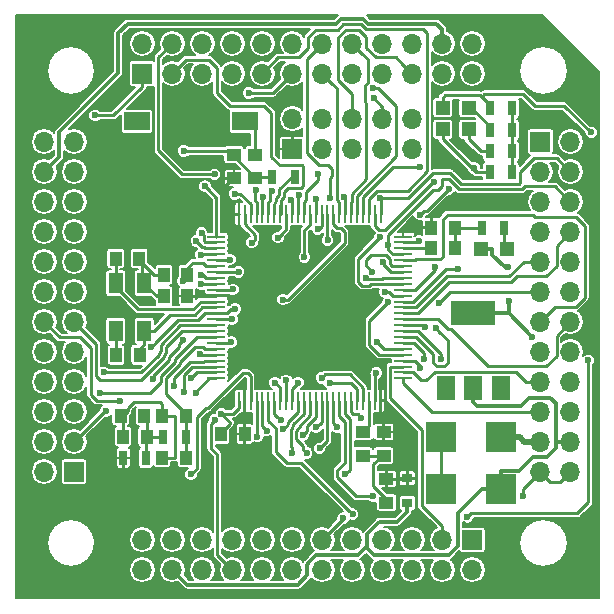
<source format=gbr>
G04 #@! TF.FileFunction,Copper,L1,Top,Signal*
%FSLAX46Y46*%
G04 Gerber Fmt 4.6, Leading zero omitted, Abs format (unit mm)*
G04 Created by KiCad (PCBNEW 4.0.7) date Wed Jan 17 01:14:28 2018*
%MOMM*%
%LPD*%
G01*
G04 APERTURE LIST*
%ADD10C,0.100000*%
%ADD11R,1.000000X1.250000*%
%ADD12R,1.250000X1.000000*%
%ADD13R,0.700000X1.300000*%
%ADD14R,1.500000X0.280000*%
%ADD15R,0.280000X1.500000*%
%ADD16R,2.550000X2.500000*%
%ADD17R,1.200000X1.200000*%
%ADD18R,0.900000X0.800000*%
%ADD19R,3.800000X2.000000*%
%ADD20R,1.500000X2.000000*%
%ADD21R,1.700000X1.700000*%
%ADD22O,1.700000X1.700000*%
%ADD23R,2.180000X1.600000*%
%ADD24R,1.200000X1.800000*%
%ADD25C,0.600000*%
%ADD26C,0.250000*%
%ADD27C,0.300000*%
%ADD28C,0.500000*%
%ADD29C,0.150000*%
G04 APERTURE END LIST*
D10*
D11*
X128775000Y-93925000D03*
X130775000Y-93925000D03*
X130800000Y-102075000D03*
X128800000Y-102075000D03*
X134850000Y-95300000D03*
X132850000Y-95300000D03*
D12*
X149700000Y-108600000D03*
X149700000Y-110600000D03*
D11*
X155500000Y-93050000D03*
X157500000Y-93050000D03*
D12*
X140575000Y-87125000D03*
X140575000Y-85125000D03*
D11*
X134725000Y-107225000D03*
X132725000Y-107225000D03*
X134725000Y-110775000D03*
X132725000Y-110775000D03*
X131400000Y-109000000D03*
X129400000Y-109000000D03*
X131200000Y-107225000D03*
X129200000Y-107225000D03*
X132850000Y-97100000D03*
X134850000Y-97100000D03*
D12*
X151700000Y-114575000D03*
X151700000Y-112575000D03*
D11*
X137700000Y-108775000D03*
X139700000Y-108775000D03*
D12*
X151475000Y-110600000D03*
X151475000Y-108600000D03*
D11*
X157500000Y-91300000D03*
X155500000Y-91300000D03*
D12*
X138800000Y-85125000D03*
X138800000Y-87125000D03*
D13*
X143950000Y-86975000D03*
X142050000Y-86975000D03*
X132800000Y-109000000D03*
X134700000Y-109000000D03*
D14*
X137310000Y-92060000D03*
X137310000Y-92560000D03*
X137310000Y-93060000D03*
X137310000Y-93560000D03*
X137310000Y-94060000D03*
X137310000Y-94560000D03*
X137310000Y-95060000D03*
X137310000Y-95560000D03*
X137310000Y-96060000D03*
X137310000Y-96560000D03*
X137310000Y-97060000D03*
X137310000Y-97560000D03*
X137310000Y-98060000D03*
X137310000Y-98560000D03*
X137310000Y-99060000D03*
X137310000Y-99560000D03*
X137310000Y-100060000D03*
X137310000Y-100560000D03*
X137310000Y-101060000D03*
X137310000Y-101560000D03*
X137310000Y-102060000D03*
X137310000Y-102560000D03*
X137310000Y-103060000D03*
X137310000Y-103560000D03*
X137310000Y-104060000D03*
D15*
X139210000Y-105960000D03*
X139710000Y-105960000D03*
X140210000Y-105960000D03*
X140710000Y-105960000D03*
X141210000Y-105960000D03*
X141710000Y-105960000D03*
X142210000Y-105960000D03*
X142710000Y-105960000D03*
X143210000Y-105960000D03*
X143710000Y-105960000D03*
X144210000Y-105960000D03*
X144710000Y-105960000D03*
X145210000Y-105960000D03*
X145710000Y-105960000D03*
X146210000Y-105960000D03*
X146710000Y-105960000D03*
X147210000Y-105960000D03*
X147710000Y-105960000D03*
X148210000Y-105960000D03*
X148710000Y-105960000D03*
X149210000Y-105960000D03*
X149710000Y-105960000D03*
X150210000Y-105960000D03*
X150710000Y-105960000D03*
X151210000Y-105960000D03*
D14*
X153110000Y-104060000D03*
X153110000Y-103560000D03*
X153110000Y-103060000D03*
X153110000Y-102560000D03*
X153110000Y-102060000D03*
X153110000Y-101560000D03*
X153110000Y-101060000D03*
X153110000Y-100560000D03*
X153110000Y-100060000D03*
X153110000Y-99560000D03*
X153110000Y-99060000D03*
X153110000Y-98560000D03*
X153110000Y-98060000D03*
X153110000Y-97560000D03*
X153110000Y-97060000D03*
X153110000Y-96560000D03*
X153110000Y-96060000D03*
X153110000Y-95560000D03*
X153110000Y-95060000D03*
X153110000Y-94560000D03*
X153110000Y-94060000D03*
X153110000Y-93560000D03*
X153110000Y-93060000D03*
X153110000Y-92560000D03*
X153110000Y-92060000D03*
D15*
X151210000Y-90160000D03*
X150710000Y-90160000D03*
X150210000Y-90160000D03*
X149710000Y-90160000D03*
X149210000Y-90160000D03*
X148710000Y-90160000D03*
X148210000Y-90160000D03*
X147710000Y-90160000D03*
X147210000Y-90160000D03*
X146710000Y-90160000D03*
X146210000Y-90160000D03*
X145710000Y-90160000D03*
X145210000Y-90160000D03*
X144710000Y-90160000D03*
X144210000Y-90160000D03*
X143710000Y-90160000D03*
X143210000Y-90160000D03*
X142710000Y-90160000D03*
X142210000Y-90160000D03*
X141710000Y-90160000D03*
X141210000Y-90160000D03*
X140710000Y-90160000D03*
X140210000Y-90160000D03*
X139710000Y-90160000D03*
X139210000Y-90160000D03*
D13*
X129425000Y-110800000D03*
X131325000Y-110800000D03*
D16*
X161380000Y-109050000D03*
X156330000Y-109050000D03*
X161380000Y-113450000D03*
X156330000Y-113450000D03*
D17*
X156475000Y-82975000D03*
X158675000Y-82975000D03*
X156475000Y-81150000D03*
X158675000Y-81150000D03*
X159750000Y-93125000D03*
X161950000Y-93125000D03*
D18*
X153475000Y-112525000D03*
X153475000Y-114625000D03*
D13*
X160450000Y-84825000D03*
X162350000Y-84825000D03*
X160450000Y-83035000D03*
X162350000Y-83035000D03*
X160450000Y-86625000D03*
X162350000Y-86625000D03*
X160450000Y-81200000D03*
X162350000Y-81200000D03*
X161675000Y-91350000D03*
X159775000Y-91350000D03*
D19*
X159075000Y-98550000D03*
D20*
X159075000Y-104850000D03*
X161375000Y-104850000D03*
X156775000Y-104850000D03*
D21*
X131030000Y-78260000D03*
D22*
X131030000Y-75720000D03*
X133570000Y-78260000D03*
X133570000Y-75720000D03*
X136110000Y-78260000D03*
X136110000Y-75720000D03*
X138650000Y-78260000D03*
X138650000Y-75720000D03*
X141190000Y-78260000D03*
X141190000Y-75720000D03*
X143730000Y-78260000D03*
X143730000Y-75720000D03*
X146270000Y-78260000D03*
X146270000Y-75720000D03*
X148810000Y-78260000D03*
X148810000Y-75720000D03*
X151350000Y-78260000D03*
X151350000Y-75720000D03*
X153890000Y-78260000D03*
X153890000Y-75720000D03*
X156430000Y-78260000D03*
X156430000Y-75720000D03*
X158970000Y-78260000D03*
X158970000Y-75720000D03*
D21*
X164740000Y-84030000D03*
D22*
X167280000Y-84030000D03*
X164740000Y-86570000D03*
X167280000Y-86570000D03*
X164740000Y-89110000D03*
X167280000Y-89110000D03*
X164740000Y-91650000D03*
X167280000Y-91650000D03*
X164740000Y-94190000D03*
X167280000Y-94190000D03*
X164740000Y-96730000D03*
X167280000Y-96730000D03*
X164740000Y-99270000D03*
X167280000Y-99270000D03*
X164740000Y-101810000D03*
X167280000Y-101810000D03*
X164740000Y-104350000D03*
X167280000Y-104350000D03*
X164740000Y-106890000D03*
X167280000Y-106890000D03*
X164740000Y-109430000D03*
X167280000Y-109430000D03*
X164740000Y-111970000D03*
X167280000Y-111970000D03*
D21*
X158970000Y-117740000D03*
D22*
X158970000Y-120280000D03*
X156430000Y-117740000D03*
X156430000Y-120280000D03*
X153890000Y-117740000D03*
X153890000Y-120280000D03*
X151350000Y-117740000D03*
X151350000Y-120280000D03*
X148810000Y-117740000D03*
X148810000Y-120280000D03*
X146270000Y-117740000D03*
X146270000Y-120280000D03*
X143730000Y-117740000D03*
X143730000Y-120280000D03*
X141190000Y-117740000D03*
X141190000Y-120280000D03*
X138650000Y-117740000D03*
X138650000Y-120280000D03*
X136110000Y-117740000D03*
X136110000Y-120280000D03*
X133570000Y-117740000D03*
X133570000Y-120280000D03*
X131030000Y-117740000D03*
X131030000Y-120280000D03*
D21*
X125260000Y-111970000D03*
D22*
X122720000Y-111970000D03*
X125260000Y-109430000D03*
X122720000Y-109430000D03*
X125260000Y-106890000D03*
X122720000Y-106890000D03*
X125260000Y-104350000D03*
X122720000Y-104350000D03*
X125260000Y-101810000D03*
X122720000Y-101810000D03*
X125260000Y-99270000D03*
X122720000Y-99270000D03*
X125260000Y-96730000D03*
X122720000Y-96730000D03*
X125260000Y-94190000D03*
X122720000Y-94190000D03*
X125260000Y-91650000D03*
X122720000Y-91650000D03*
X125260000Y-89110000D03*
X122720000Y-89110000D03*
X125260000Y-86570000D03*
X122720000Y-86570000D03*
X125260000Y-84030000D03*
X122720000Y-84030000D03*
D23*
X130570000Y-82300000D03*
X139750000Y-82300000D03*
D24*
X128795000Y-96025000D03*
X128795000Y-100025000D03*
X131195000Y-100025000D03*
X131195000Y-96025000D03*
D21*
X143750000Y-84640000D03*
D22*
X143750000Y-82100000D03*
X146290000Y-84640000D03*
X146290000Y-82100000D03*
X148830000Y-84640000D03*
X148830000Y-82100000D03*
X151370000Y-84640000D03*
X151370000Y-82100000D03*
X153910000Y-84640000D03*
X153910000Y-82100000D03*
D25*
X138700000Y-96530000D03*
X140382695Y-87027239D03*
X154500019Y-92420291D03*
X150627978Y-80325875D03*
X134550000Y-84800010D03*
X162350000Y-86625000D03*
X163290984Y-114055491D03*
X137731326Y-107050383D03*
X140308828Y-92572478D03*
X130750000Y-93600000D03*
X138750000Y-85200000D03*
X138550000Y-101000000D03*
X129200000Y-107440000D03*
X128795000Y-100375000D03*
X156775000Y-104850000D03*
X130570000Y-82300000D03*
X157500000Y-91300000D03*
X162350000Y-83035000D03*
X151475000Y-110600000D03*
X156330000Y-109050000D03*
X150844900Y-103603700D03*
X134486308Y-95823922D03*
X139910002Y-82280000D03*
X138889998Y-98190000D03*
X131799387Y-101424989D03*
X135900868Y-102030410D03*
X131137700Y-107440000D03*
X157600000Y-88675000D03*
X157627839Y-86305424D03*
X164042500Y-100540000D03*
X162005700Y-94630900D03*
X162120900Y-97552200D03*
X145950000Y-86800000D03*
X145867502Y-91409706D03*
X145730000Y-88900000D03*
X136350000Y-87800000D03*
X136048677Y-91750937D03*
X127050000Y-81800000D03*
X135609989Y-92419944D03*
X135961839Y-93581318D03*
X138456300Y-94004900D03*
X139190000Y-95040000D03*
X136032792Y-95281341D03*
X136040197Y-96081319D03*
X138638957Y-99062501D03*
X131965080Y-104111758D03*
X134466521Y-100850648D03*
X127770000Y-103559998D03*
X127427163Y-105290024D03*
X133684801Y-104728764D03*
X134550002Y-105200000D03*
X127950000Y-106825000D03*
X135195090Y-104032287D03*
X129137751Y-105950383D03*
X135544271Y-105295664D03*
X135150006Y-112200000D03*
X140774957Y-109000000D03*
X141580982Y-108487303D03*
X148834184Y-115569308D03*
X142750000Y-107600002D03*
X142270000Y-104440000D03*
X143210000Y-104230000D03*
X144220000Y-104420000D03*
X142963254Y-108371066D03*
X143750000Y-110400000D03*
X144950004Y-110400000D03*
X144667947Y-108837863D03*
X145741762Y-108196372D03*
X146044037Y-109997909D03*
X147554979Y-108210000D03*
X150575600Y-114049500D03*
X148050000Y-115910000D03*
X148230000Y-112190000D03*
X149590000Y-107410000D03*
X146900000Y-104440000D03*
X146215927Y-104019135D03*
X154550001Y-103200001D03*
X151859998Y-97589690D03*
X156178095Y-97651595D03*
X155892629Y-99824990D03*
X156285815Y-102425032D03*
X154982882Y-99724990D03*
X140676040Y-88138578D03*
X140040000Y-79910000D03*
X138850000Y-88440000D03*
X137150000Y-86800000D03*
X157750000Y-94800000D03*
X151600010Y-96733263D03*
X155804303Y-94625011D03*
X151150042Y-92115010D03*
X156960797Y-88042586D03*
X154550000Y-90200000D03*
X142950000Y-97400000D03*
X150500000Y-95025000D03*
X155771551Y-87473760D03*
X154554990Y-86200000D03*
X150588387Y-79502364D03*
X148134979Y-88700800D03*
X146884967Y-88775200D03*
X146720002Y-92370000D03*
X144750000Y-93800000D03*
X137150006Y-107600000D03*
X144308230Y-88579461D03*
X143621761Y-88990288D03*
X142520000Y-92150000D03*
X141989763Y-88219458D03*
X141218683Y-88726420D03*
X168799990Y-102547875D03*
X150895000Y-100952500D03*
X158567000Y-115778600D03*
X159115200Y-86227700D03*
X154892811Y-102425032D03*
X169060000Y-83234500D03*
X161350000Y-104799988D03*
X151190002Y-88820000D03*
X151871977Y-92808790D03*
X149942079Y-95598361D03*
X151374835Y-94243905D03*
D26*
X128795000Y-96325000D02*
X128795000Y-96025000D01*
X135988600Y-97560000D02*
X135318600Y-98230000D01*
X137310000Y-97560000D02*
X135988600Y-97560000D01*
X135318600Y-98230000D02*
X130700000Y-98230000D01*
X130700000Y-98230000D02*
X128795000Y-96325000D01*
X128775000Y-96005000D02*
X128795000Y-96025000D01*
X128775000Y-93925000D02*
X128775000Y-96005000D01*
X129782500Y-106857500D02*
X129782500Y-106567500D01*
X129782500Y-106567500D02*
X130300000Y-106050000D01*
X130300000Y-106050000D02*
X132560000Y-106050000D01*
X132560000Y-106050000D02*
X132725000Y-106215000D01*
X132725000Y-106215000D02*
X132725000Y-107225000D01*
X132725000Y-110775000D02*
X133760000Y-110775000D01*
X133755000Y-107225000D02*
X132725000Y-107225000D01*
X133760000Y-110775000D02*
X133760000Y-107230000D01*
X133760000Y-107230000D02*
X133755000Y-107225000D01*
X138670000Y-96560000D02*
X138700000Y-96530000D01*
X137310000Y-96560000D02*
X138670000Y-96560000D01*
X140143900Y-87266034D02*
X140382695Y-87027239D01*
X140143900Y-87333200D02*
X140143900Y-87266034D01*
X140241100Y-87430500D02*
X140143900Y-87333200D01*
X140575000Y-87096600D02*
X140241100Y-87430500D01*
X154360310Y-92560000D02*
X154500019Y-92420291D01*
X153110000Y-92560000D02*
X154360310Y-92560000D01*
X156330000Y-109050000D02*
X156330000Y-112400000D01*
X151370000Y-82100000D02*
X151370000Y-81067897D01*
X151370000Y-81067897D02*
X150627978Y-80325875D01*
X134974264Y-84800010D02*
X134550000Y-84800010D01*
X138350010Y-84800010D02*
X134974264Y-84800010D01*
X138750000Y-85200000D02*
X138350010Y-84800010D01*
X163290984Y-113419016D02*
X163290984Y-114055491D01*
X164740000Y-111970000D02*
X163290984Y-113419016D01*
X167280000Y-111970000D02*
X166430001Y-112819999D01*
X166430001Y-112819999D02*
X165589999Y-112819999D01*
X165589999Y-112819999D02*
X164740000Y-111970000D01*
X138450000Y-107900000D02*
X138450000Y-107769057D01*
X138729617Y-107050383D02*
X137731326Y-107050383D01*
X138450000Y-107769057D02*
X137731326Y-107050383D01*
X137700000Y-108775000D02*
X137700000Y-108650000D01*
X137700000Y-108650000D02*
X138450000Y-107900000D01*
X139210000Y-106570000D02*
X138729617Y-107050383D01*
X139210000Y-105960000D02*
X139210000Y-106570000D01*
X140608827Y-92272479D02*
X140308828Y-92572478D01*
X140608827Y-91933825D02*
X140608827Y-92272479D01*
X139710000Y-90160000D02*
X139710000Y-91034998D01*
X139710000Y-91034998D02*
X140608827Y-91933825D01*
X130950000Y-93800000D02*
X130750000Y-93600000D01*
X130950000Y-93824300D02*
X130950000Y-93800000D01*
X132050000Y-95300000D02*
X131050000Y-94300000D01*
X132850000Y-95300000D02*
X132050000Y-95300000D01*
X130950000Y-94200000D02*
X130950000Y-93824300D01*
X131050000Y-94300000D02*
X130950000Y-94200000D01*
X140575000Y-86775000D02*
X140575000Y-87096600D01*
X138490000Y-101060000D02*
X138550000Y-101000000D01*
X137310000Y-101060000D02*
X138490000Y-101060000D01*
X129400000Y-107640000D02*
X129200000Y-107440000D01*
X129400000Y-109000000D02*
X129400000Y-107640000D01*
X128800000Y-100380000D02*
X128795000Y-100375000D01*
X128800000Y-102075000D02*
X128800000Y-100380000D01*
X157550000Y-91350000D02*
X157500000Y-91300000D01*
X159775000Y-91350000D02*
X157550000Y-91350000D01*
X157500000Y-93050000D02*
X157500000Y-91300000D01*
X162350000Y-84825000D02*
X162350000Y-86625000D01*
X162350000Y-83035000D02*
X162350000Y-84825000D01*
X162350000Y-81200000D02*
X162350000Y-83035000D01*
X151700000Y-114285000D02*
X151700000Y-114575000D01*
X150600000Y-113185000D02*
X151700000Y-114285000D01*
X150600000Y-111350000D02*
X150600000Y-113185000D01*
X151350000Y-110600000D02*
X150600000Y-111350000D01*
X151475000Y-110600000D02*
X151350000Y-110600000D01*
X149700000Y-110600000D02*
X151475000Y-110600000D01*
X140696600Y-86975000D02*
X140575000Y-87096600D01*
X142050000Y-86975000D02*
X140696600Y-86975000D01*
X140575000Y-87096600D02*
X140241100Y-87430500D01*
X140575000Y-87025000D02*
X140575000Y-87096600D01*
X138750000Y-85200000D02*
X140575000Y-87025000D01*
X140575000Y-87096600D02*
X140575000Y-87125000D01*
X130849300Y-93925000D02*
X130950000Y-93824300D01*
X130775000Y-93925000D02*
X130849300Y-93925000D01*
X131050000Y-95900000D02*
X131050000Y-94300000D01*
X131195000Y-96045000D02*
X131050000Y-95900000D01*
X132250000Y-97100000D02*
X131195000Y-96045000D01*
X132850000Y-97100000D02*
X132250000Y-97100000D01*
X131195000Y-96045000D02*
X131195000Y-96025000D01*
X128795000Y-100375000D02*
X128795000Y-100025000D01*
X150710000Y-103738600D02*
X150710000Y-105960000D01*
X150844900Y-103603700D02*
X150710000Y-103738600D01*
X138925000Y-85125000D02*
X138887500Y-85162500D01*
X138850000Y-85200000D02*
X138750000Y-85200000D01*
X138887500Y-85162500D02*
X138850000Y-85200000D01*
X138837500Y-85162500D02*
X138800000Y-85125000D01*
X138887500Y-85162500D02*
X138837500Y-85162500D01*
X129200000Y-107440000D02*
X129782500Y-106857500D01*
X129567500Y-106857500D02*
X129200000Y-107225000D01*
X129782500Y-106857500D02*
X129567500Y-106857500D01*
X135505000Y-98680011D02*
X136125011Y-98060000D01*
X136310000Y-98060000D02*
X137310000Y-98060000D01*
X136125011Y-98060000D02*
X136310000Y-98060000D01*
X133389989Y-98680011D02*
X135505000Y-98680011D01*
X132045000Y-100025000D02*
X133389989Y-98680011D01*
X131195000Y-100025000D02*
X132045000Y-100025000D01*
X130800000Y-101570000D02*
X130800000Y-102075000D01*
X131195000Y-101175000D02*
X130800000Y-101570000D01*
X131195000Y-100025000D02*
X131195000Y-101175000D01*
X134486308Y-95399658D02*
X134486308Y-95823922D01*
X134486308Y-95117892D02*
X134486308Y-95399658D01*
X134765400Y-94838800D02*
X134486308Y-95117892D01*
X136455002Y-94560000D02*
X136170001Y-94274999D01*
X135329201Y-94274999D02*
X134765400Y-94838800D01*
X137310000Y-94560000D02*
X136455002Y-94560000D01*
X136170001Y-94274999D02*
X135329201Y-94274999D01*
X134850000Y-94923400D02*
X134850000Y-95300000D01*
X134765400Y-94838800D02*
X134850000Y-94923400D01*
X140210001Y-82579999D02*
X139910002Y-82280000D01*
X140575000Y-85125000D02*
X140575000Y-82944998D01*
X139770000Y-82280000D02*
X139910002Y-82280000D01*
X140575000Y-82944998D02*
X140210001Y-82579999D01*
X139750000Y-82300000D02*
X139770000Y-82280000D01*
X138559999Y-98190000D02*
X138889998Y-98190000D01*
X138189999Y-98560000D02*
X138559999Y-98190000D01*
X137310000Y-98560000D02*
X138189999Y-98560000D01*
X132099386Y-101124990D02*
X131799387Y-101424989D01*
X132100083Y-101124293D02*
X132099386Y-101124990D01*
X134030427Y-99130022D02*
X132100083Y-101060366D01*
X132100083Y-101060366D02*
X132100083Y-101124293D01*
X135764978Y-99130022D02*
X134030427Y-99130022D01*
X136335000Y-98560000D02*
X135764978Y-99130022D01*
X137310000Y-98560000D02*
X136335000Y-98560000D01*
X137310000Y-98560000D02*
X136335000Y-98560000D01*
X136335000Y-98560000D02*
X136235000Y-98660000D01*
X137310000Y-101560000D02*
X136334998Y-101560000D01*
X133040093Y-105415093D02*
X134725000Y-107100000D01*
X133040093Y-104030565D02*
X133040093Y-105415093D01*
X135465257Y-101405400D02*
X134225057Y-102645600D01*
X136180398Y-101405400D02*
X135465257Y-101405400D01*
X136334998Y-101560000D02*
X136180398Y-101405400D01*
X134725000Y-107100000D02*
X134725000Y-107225000D01*
X134225057Y-102845601D02*
X133040093Y-104030565D01*
X134225057Y-102645600D02*
X134225057Y-102845601D01*
X134700000Y-107250000D02*
X134725000Y-107225000D01*
X134700000Y-109000000D02*
X134700000Y-107250000D01*
X134725000Y-109025000D02*
X134700000Y-109000000D01*
X134725000Y-110775000D02*
X134725000Y-109025000D01*
X137310000Y-102060000D02*
X135930458Y-102060000D01*
X135930458Y-102060000D02*
X135900868Y-102030410D01*
X131400000Y-107702300D02*
X131137700Y-107440000D01*
X131400000Y-109000000D02*
X131400000Y-107702300D01*
X131400000Y-109000000D02*
X132800000Y-109000000D01*
X131325000Y-109075000D02*
X131400000Y-109000000D01*
X131325000Y-110800000D02*
X131325000Y-109075000D01*
X131200000Y-107377700D02*
X131200000Y-107225000D01*
X131137700Y-107440000D02*
X131200000Y-107377700D01*
X157250000Y-88675000D02*
X157600000Y-88675000D01*
X155500000Y-91300000D02*
X155500000Y-90425000D01*
X155500000Y-90425000D02*
X157250000Y-88675000D01*
X136128452Y-97100000D02*
X135600000Y-97100000D01*
X135600000Y-97100000D02*
X134850000Y-97100000D01*
X136168452Y-97060000D02*
X136128452Y-97100000D01*
X137310000Y-97060000D02*
X136168452Y-97060000D01*
X137925000Y-87875000D02*
X138675000Y-87125000D01*
X138675000Y-87125000D02*
X138800000Y-87125000D01*
X139210000Y-90160000D02*
X138820000Y-90160000D01*
X138820000Y-90160000D02*
X137925000Y-89265000D01*
X137925000Y-89265000D02*
X137925000Y-87875000D01*
X153425000Y-112575000D02*
X153475000Y-112525000D01*
X151700000Y-112575000D02*
X153425000Y-112575000D01*
D27*
X166104700Y-109430000D02*
X166020000Y-109514700D01*
X166020000Y-109514700D02*
X166020000Y-109960000D01*
X166020000Y-109960000D02*
X165280000Y-110700000D01*
X162955300Y-111874700D02*
X161380000Y-111874700D01*
X165280000Y-110700000D02*
X164130000Y-110700000D01*
X164130000Y-110700000D02*
X162955300Y-111874700D01*
X161380000Y-111874700D02*
X161380000Y-113450000D01*
X159075000Y-104850000D02*
X159075000Y-106100000D01*
X159400001Y-106425001D02*
X163073799Y-106425001D01*
X159075000Y-106100000D02*
X159400001Y-106425001D01*
X163073799Y-106425001D02*
X163784200Y-105714600D01*
X163784200Y-105714600D02*
X164139398Y-105714600D01*
X165539999Y-105689999D02*
X166030000Y-106180000D01*
X164139398Y-105714600D02*
X164163999Y-105689999D01*
X164163999Y-105689999D02*
X165539999Y-105689999D01*
X166030000Y-106180000D02*
X166030000Y-109355300D01*
X166030000Y-109355300D02*
X166104700Y-109430000D01*
X156430000Y-75720000D02*
X156430000Y-74517919D01*
X156430000Y-74517919D02*
X155937081Y-74025000D01*
X155937081Y-74025000D02*
X150162178Y-74025000D01*
X124000000Y-85290000D02*
X123569999Y-85720001D01*
X150162178Y-74025000D02*
X149757156Y-73619977D01*
X149757156Y-73619977D02*
X147862844Y-73619977D01*
X129805000Y-74025000D02*
X129010000Y-74820000D01*
X147862844Y-73619977D02*
X147457821Y-74025000D01*
X147457821Y-74025000D02*
X129805000Y-74025000D01*
X129010000Y-74820000D02*
X129010000Y-78200000D01*
X129010000Y-78200000D02*
X124000000Y-83210000D01*
X124000000Y-83210000D02*
X124000000Y-85290000D01*
X123569999Y-85720001D02*
X122720000Y-86570000D01*
X149985400Y-118323400D02*
X149288800Y-119020000D01*
X145069999Y-119779001D02*
X145000000Y-119849000D01*
X149288800Y-119020000D02*
X145753998Y-119020000D01*
X145753998Y-119020000D02*
X145069999Y-119703999D01*
X145000000Y-120752700D02*
X144212700Y-121540000D01*
X145069999Y-119703999D02*
X145069999Y-119779001D01*
X145000000Y-119849000D02*
X145000000Y-120752700D01*
X144212700Y-121540000D02*
X134840000Y-121540000D01*
X134840000Y-121540000D02*
X133580000Y-120280000D01*
X133580000Y-120280000D02*
X133570000Y-120280000D01*
X153475000Y-114625000D02*
X153475000Y-115350300D01*
X153475000Y-115350300D02*
X152624900Y-116200400D01*
X152624900Y-116200400D02*
X151149600Y-116200400D01*
X151149600Y-116200400D02*
X151030000Y-116320000D01*
X151030000Y-116320000D02*
X151010000Y-116320000D01*
X151010000Y-116320000D02*
X150070000Y-117260000D01*
X150070000Y-117260000D02*
X150070000Y-118238800D01*
X150070000Y-118238800D02*
X149985400Y-118323400D01*
X149985400Y-118323400D02*
X150682000Y-119020000D01*
X150682000Y-119020000D02*
X156970000Y-119020000D01*
X156970000Y-119020000D02*
X157769999Y-118220001D01*
X157769999Y-118220001D02*
X157769999Y-116609999D01*
X157769999Y-116609999D02*
X157794600Y-116585398D01*
X157794600Y-116585398D02*
X157794600Y-115435100D01*
X157794600Y-115435100D02*
X159779700Y-113450000D01*
X159779700Y-113450000D02*
X161380000Y-113450000D01*
X167280000Y-109430000D02*
X166104700Y-109430000D01*
X160110300Y-98550000D02*
X162052500Y-98550000D01*
X160110300Y-98550000D02*
X159075000Y-98550000D01*
X161724500Y-94630900D02*
X162005700Y-94630900D01*
X160675300Y-93581700D02*
X161724500Y-94630900D01*
X160675300Y-93125000D02*
X160675300Y-93581700D01*
X159750000Y-93125000D02*
X160675300Y-93125000D01*
X164042500Y-100540000D02*
X162052500Y-98550000D01*
X162052500Y-97620600D02*
X162120900Y-97552200D01*
X162052500Y-98550000D02*
X162052500Y-97620600D01*
D26*
X147525013Y-79515013D02*
X147119999Y-79109999D01*
X147509977Y-88959977D02*
X147509977Y-87101438D01*
X147710000Y-89160000D02*
X147509977Y-88959977D01*
X147509977Y-87101438D02*
X147525013Y-87086402D01*
X147710000Y-90160000D02*
X147710000Y-89160000D01*
X147119999Y-79109999D02*
X146270000Y-78260000D01*
X147525013Y-87086402D02*
X147525013Y-79515013D01*
X145950000Y-87262691D02*
X145950000Y-87224264D01*
X144933232Y-88936768D02*
X144933232Y-88279459D01*
X144933232Y-88279459D02*
X145950000Y-87262691D01*
X144818423Y-89051577D02*
X144933232Y-88936768D01*
X145950000Y-87224264D02*
X145950000Y-86800000D01*
X152525001Y-76895001D02*
X153040001Y-77410001D01*
X149374001Y-74544999D02*
X149985001Y-75155999D01*
X150785999Y-76895001D02*
X152525001Y-76895001D01*
X149985001Y-76094003D02*
X150785999Y-76895001D01*
X148245999Y-74544999D02*
X149374001Y-74544999D01*
X149985001Y-75155999D02*
X149985001Y-76094003D01*
X147634999Y-75155999D02*
X148245999Y-74544999D01*
X147634999Y-78824001D02*
X147634999Y-75155999D01*
X148830000Y-80019002D02*
X147634999Y-78824001D01*
X153040001Y-77410001D02*
X153890000Y-78260000D01*
X148830000Y-82100000D02*
X148830000Y-80019002D01*
X144710000Y-90160000D02*
X144710000Y-89160000D01*
X144710000Y-89160000D02*
X144818423Y-89051577D01*
X145960294Y-91409706D02*
X145867502Y-91409706D01*
X146210000Y-91160000D02*
X145960294Y-91409706D01*
X146210000Y-90160000D02*
X146210000Y-91160000D01*
X145710000Y-90160000D02*
X145710000Y-88920000D01*
X145710000Y-88920000D02*
X145730000Y-88900000D01*
X142210000Y-89296516D02*
X142293695Y-89212821D01*
X142325589Y-88808636D02*
X142614765Y-88519460D01*
X142614765Y-88519460D02*
X142614765Y-88058924D01*
X142210000Y-90160000D02*
X142210000Y-89296516D01*
X142325589Y-89069409D02*
X142325589Y-88808636D01*
X142614765Y-88058924D02*
X143698689Y-86975000D01*
X142293695Y-89212821D02*
X142293695Y-89101303D01*
X142293695Y-89101303D02*
X142325589Y-89069409D01*
X143698689Y-86975000D02*
X143950000Y-86975000D01*
X143950000Y-86975000D02*
X143950000Y-86675000D01*
X137310000Y-88760000D02*
X136649999Y-88099999D01*
X137310000Y-92060000D02*
X137310000Y-88760000D01*
X136649999Y-88099999D02*
X136350000Y-87800000D01*
X137310000Y-92560000D02*
X137275001Y-92525001D01*
X136234999Y-91937259D02*
X136048677Y-91750937D01*
X136234999Y-92460001D02*
X136234999Y-91937259D01*
X136299999Y-92525001D02*
X136234999Y-92460001D01*
X137275001Y-92525001D02*
X136299999Y-92525001D01*
X131030000Y-79360000D02*
X131030000Y-78260000D01*
X128590000Y-81800000D02*
X131030000Y-79360000D01*
X127050000Y-81800000D02*
X128590000Y-81800000D01*
X135609989Y-92471401D02*
X135609989Y-92419944D01*
X136113599Y-92975012D02*
X135609989Y-92471401D01*
X136225012Y-92975012D02*
X136113599Y-92975012D01*
X137310000Y-93060000D02*
X136310000Y-93060000D01*
X136310000Y-93060000D02*
X136225012Y-92975012D01*
X137310000Y-93560000D02*
X135983157Y-93560000D01*
X135983157Y-93560000D02*
X135961839Y-93581318D01*
X138401200Y-94060000D02*
X138456300Y-94004900D01*
X137310000Y-94060000D02*
X138401200Y-94060000D01*
X139170000Y-95060000D02*
X139190000Y-95040000D01*
X137310000Y-95060000D02*
X139170000Y-95060000D01*
X137310000Y-95560000D02*
X136415006Y-95560000D01*
X136415006Y-95560000D02*
X136136347Y-95281341D01*
X136136347Y-95281341D02*
X136032792Y-95281341D01*
X136061516Y-96060000D02*
X136040197Y-96081319D01*
X137310000Y-96060000D02*
X136061516Y-96060000D01*
X138636456Y-99060000D02*
X138638957Y-99062501D01*
X137310000Y-99060000D02*
X138636456Y-99060000D01*
X134166522Y-101431314D02*
X133325035Y-102272801D01*
X133325035Y-102472801D02*
X131965080Y-103832756D01*
X131965080Y-103832756D02*
X131965080Y-104111758D01*
X134466521Y-100850648D02*
X134166522Y-101150647D01*
X133325035Y-102272801D02*
X133325035Y-102472801D01*
X134166522Y-101150647D02*
X134166522Y-101431314D01*
X132575113Y-101749901D02*
X132425013Y-101900001D01*
X134216827Y-99580033D02*
X132575113Y-101221746D01*
X128194264Y-103559998D02*
X127770000Y-103559998D01*
X137310000Y-99560000D02*
X136310000Y-99560000D01*
X132575113Y-101221746D02*
X132575113Y-101749901D01*
X136310000Y-99560000D02*
X136289967Y-99580033D01*
X132425013Y-101900001D02*
X132425013Y-102100001D01*
X130965016Y-103559998D02*
X128194264Y-103559998D01*
X136289967Y-99580033D02*
X134216827Y-99580033D01*
X132425013Y-102100001D02*
X130965016Y-103559998D01*
X127144998Y-101154998D02*
X126109999Y-100119999D01*
X130936423Y-104225002D02*
X127469998Y-104225002D01*
X127469998Y-104225002D02*
X127144998Y-103900002D01*
X127144998Y-103900002D02*
X127144998Y-101154998D01*
X132875024Y-102286401D02*
X130936423Y-104225002D01*
X132875024Y-102086401D02*
X132875024Y-102286401D01*
X133025124Y-101936301D02*
X132875024Y-102086401D01*
X134373271Y-100060000D02*
X133025124Y-101408145D01*
X133025124Y-101408145D02*
X133025124Y-101936301D01*
X126109999Y-100119999D02*
X125260000Y-99270000D01*
X137310000Y-100060000D02*
X134373271Y-100060000D01*
X131711818Y-105290024D02*
X127851427Y-105290024D01*
X133775046Y-102459200D02*
X133775046Y-102659201D01*
X133775046Y-102659201D02*
X132590082Y-103844165D01*
X135674246Y-100560000D02*
X133775046Y-102459200D01*
X132590082Y-103844165D02*
X132590082Y-104411760D01*
X127851427Y-105290024D02*
X127427163Y-105290024D01*
X137310000Y-100560000D02*
X135674246Y-100560000D01*
X132590082Y-104411760D02*
X131711818Y-105290024D01*
X137310000Y-102560000D02*
X136310000Y-102560000D01*
X136310000Y-102560000D02*
X136214589Y-102655411D01*
X136214589Y-102655411D02*
X135051657Y-102655411D01*
X133684801Y-104022267D02*
X133684801Y-104728764D01*
X135051657Y-102655411D02*
X133684801Y-104022267D01*
X134550002Y-103793478D02*
X134550002Y-105200000D01*
X137310000Y-103060000D02*
X136469636Y-103060000D01*
X135236534Y-103106946D02*
X134550002Y-103793478D01*
X136422690Y-103106946D02*
X135236534Y-103106946D01*
X136469636Y-103060000D02*
X136422690Y-103106946D01*
X127865000Y-106825000D02*
X127950000Y-106825000D01*
X125260000Y-109430000D02*
X127865000Y-106825000D01*
X137310000Y-103560000D02*
X135667377Y-103560000D01*
X135667377Y-103560000D02*
X135195090Y-104032287D01*
X126694988Y-105482853D02*
X127162518Y-105950383D01*
X127162518Y-105950383D02*
X128713487Y-105950383D01*
X128713487Y-105950383D02*
X129137751Y-105950383D01*
X124040000Y-100590000D02*
X125779000Y-100590000D01*
X122720000Y-99270000D02*
X124040000Y-100590000D01*
X125779000Y-100590000D02*
X126694988Y-101505988D01*
X126694988Y-101505988D02*
X126694988Y-105482853D01*
X136700000Y-104060000D02*
X135544271Y-105215729D01*
X135544271Y-105215729D02*
X135544271Y-105295664D01*
X137310000Y-104060000D02*
X136700000Y-104060000D01*
X139950000Y-103600000D02*
X139550000Y-103600000D01*
X135650009Y-111699997D02*
X135150006Y-112200000D01*
X135650009Y-107374987D02*
X135650009Y-111699997D01*
X140210000Y-103860000D02*
X139950000Y-103600000D01*
X136575002Y-106574998D02*
X136449998Y-106574998D01*
X139550000Y-103600000D02*
X136575002Y-106574998D01*
X140210000Y-105960000D02*
X140210000Y-103860000D01*
X136449998Y-106574998D02*
X135650009Y-107374987D01*
X140710000Y-105960000D02*
X140710000Y-108935043D01*
X140710000Y-108935043D02*
X140774957Y-109000000D01*
X141280983Y-108187304D02*
X141580982Y-108487303D01*
X141210000Y-108116321D02*
X141280983Y-108187304D01*
X141210000Y-105960000D02*
X141210000Y-108116321D01*
X148534185Y-115269309D02*
X148834184Y-115569308D01*
X143249999Y-111225001D02*
X144489877Y-111225001D01*
X141710000Y-105960000D02*
X141710000Y-107685004D01*
X141710000Y-107685004D02*
X142332534Y-108307538D01*
X144489877Y-111225001D02*
X148534185Y-115269309D01*
X142332534Y-110307536D02*
X143249999Y-111225001D01*
X142332534Y-108307538D02*
X142332534Y-110307536D01*
X142450001Y-107300003D02*
X142750000Y-107600002D01*
X142210000Y-105960000D02*
X142210000Y-107060002D01*
X142210000Y-107060002D02*
X142450001Y-107300003D01*
X142569999Y-104739999D02*
X142270000Y-104440000D01*
X142710000Y-104880000D02*
X142569999Y-104739999D01*
X142710000Y-105960000D02*
X142710000Y-104880000D01*
X143210000Y-105960000D02*
X143210000Y-104230000D01*
X143920001Y-104719999D02*
X144220000Y-104420000D01*
X143710000Y-105960000D02*
X143710000Y-104930000D01*
X143710000Y-104930000D02*
X143920001Y-104719999D01*
X143263253Y-108011749D02*
X143263253Y-108071067D01*
X144210000Y-105960000D02*
X144210000Y-106935002D01*
X143263253Y-108071067D02*
X142963254Y-108371066D01*
X144210000Y-106935002D02*
X143375001Y-107770001D01*
X143375001Y-107770001D02*
X143375001Y-107900001D01*
X143375001Y-107900001D02*
X143263253Y-108011749D01*
X143750000Y-109975736D02*
X143750000Y-110400000D01*
X143588256Y-108405431D02*
X143588256Y-109813992D01*
X143720070Y-108191343D02*
X143720070Y-108273617D01*
X143720070Y-108273617D02*
X143588256Y-108405431D01*
X144710000Y-105960000D02*
X144710000Y-107071413D01*
X143825012Y-108086401D02*
X143720070Y-108191343D01*
X143825012Y-107956401D02*
X143825012Y-108086401D01*
X144710000Y-107071413D02*
X143825012Y-107956401D01*
X143588256Y-109813992D02*
X143750000Y-109975736D01*
X145210000Y-105960000D02*
X145210000Y-107207824D01*
X144170081Y-108460017D02*
X144038267Y-108591831D01*
X144038267Y-109174997D02*
X144650005Y-109786735D01*
X145210000Y-107207824D02*
X144275023Y-108142801D01*
X144275023Y-108272801D02*
X144170081Y-108377743D01*
X144038267Y-108591831D02*
X144038267Y-109174997D01*
X144275023Y-108142801D02*
X144275023Y-108272801D01*
X144650005Y-110100001D02*
X144950004Y-110400000D01*
X144170081Y-108377743D02*
X144170081Y-108460017D01*
X144650005Y-109786735D02*
X144650005Y-110100001D01*
X145710000Y-105960000D02*
X145710000Y-107344235D01*
X144967946Y-108086289D02*
X144967946Y-108537864D01*
X144967946Y-108537864D02*
X144667947Y-108837863D01*
X145710000Y-107344235D02*
X144967946Y-108086289D01*
X146041761Y-107896373D02*
X145741762Y-108196372D01*
X146210000Y-107728134D02*
X146041761Y-107896373D01*
X146210000Y-105960000D02*
X146210000Y-107728134D01*
X146710000Y-109331946D02*
X146344036Y-109697910D01*
X146344036Y-109697910D02*
X146044037Y-109997909D01*
X146710000Y-105960000D02*
X146710000Y-109331946D01*
X147254980Y-107910001D02*
X147554979Y-108210000D01*
X147210000Y-105960000D02*
X147210000Y-107865021D01*
X147210000Y-107865021D02*
X147254980Y-107910001D01*
X150151336Y-114049500D02*
X150575600Y-114049500D01*
X149142800Y-114049500D02*
X150151336Y-114049500D01*
X148179989Y-107750789D02*
X148179989Y-111212111D01*
X147542700Y-112449400D02*
X149142800Y-114049500D01*
X147710000Y-107280800D02*
X148179989Y-107750789D01*
X147542700Y-111849400D02*
X147542700Y-112449400D01*
X148179989Y-111212111D02*
X147542700Y-111849400D01*
X147710000Y-105960000D02*
X147710000Y-107280800D01*
X148050000Y-115960000D02*
X148050000Y-115910000D01*
X146270000Y-117740000D02*
X148050000Y-115960000D01*
X148529999Y-111890001D02*
X148230000Y-112190000D01*
X148629997Y-107491397D02*
X148629997Y-111790003D01*
X148629997Y-111790003D02*
X148529999Y-111890001D01*
X148210000Y-107071400D02*
X148629997Y-107491397D01*
X148210000Y-105960000D02*
X148210000Y-107071400D01*
X148710000Y-106934264D02*
X148885737Y-107110001D01*
X148885737Y-107110001D02*
X149290001Y-107110001D01*
X148710000Y-105960000D02*
X148710000Y-106934264D01*
X149290001Y-107110001D02*
X149590000Y-107410000D01*
X149210000Y-104985000D02*
X148665000Y-104440000D01*
X149210000Y-105960000D02*
X149210000Y-104985000D01*
X147324264Y-104440000D02*
X146900000Y-104440000D01*
X148665000Y-104440000D02*
X147324264Y-104440000D01*
X149710000Y-104848600D02*
X148580536Y-103719136D01*
X149710000Y-105960000D02*
X149710000Y-104848600D01*
X148580536Y-103719136D02*
X146515926Y-103719136D01*
X146515926Y-103719136D02*
X146215927Y-104019135D01*
X164740000Y-106890000D02*
X163280565Y-106890000D01*
X163280565Y-106890000D02*
X163270554Y-106900011D01*
X155560000Y-106890000D02*
X155480000Y-106810000D01*
X163270554Y-106900011D02*
X159203246Y-106900011D01*
X159203246Y-106900011D02*
X159193235Y-106890000D01*
X159193235Y-106890000D02*
X155560000Y-106890000D01*
X155480000Y-106810000D02*
X155470000Y-106810000D01*
X155470000Y-106810000D02*
X153110000Y-104450000D01*
X153110000Y-104450000D02*
X153110000Y-104060000D01*
X155050001Y-104225005D02*
X154650002Y-104225005D01*
X155774961Y-103500045D02*
X155050001Y-104225005D01*
X162687964Y-103500045D02*
X155774961Y-103500045D01*
X154650002Y-104225005D02*
X153984997Y-103560000D01*
X163537919Y-104350000D02*
X162687964Y-103500045D01*
X164740000Y-104350000D02*
X163537919Y-104350000D01*
X153984997Y-103560000D02*
X153110000Y-103560000D01*
X154700600Y-114835300D02*
X156430000Y-116564700D01*
X154700600Y-108417700D02*
X154700600Y-114835300D01*
X152034700Y-105751800D02*
X154700600Y-108417700D01*
X152034700Y-103060000D02*
X152034700Y-105751800D01*
X153110000Y-103060000D02*
X152034700Y-103060000D01*
X156430000Y-117740000D02*
X156430000Y-116564700D01*
X153110000Y-102560000D02*
X154110000Y-102560000D01*
X154110000Y-102560000D02*
X154550001Y-103000001D01*
X154550001Y-103000001D02*
X154550001Y-103200001D01*
X150264700Y-101239500D02*
X150264700Y-99184988D01*
X151085200Y-102060000D02*
X150264700Y-101239500D01*
X153110000Y-102060000D02*
X151085200Y-102060000D01*
X150264700Y-99184988D02*
X151859998Y-97589690D01*
X157099690Y-96730000D02*
X156178095Y-97651595D01*
X164740000Y-96730000D02*
X157099690Y-96730000D01*
X166104700Y-102146300D02*
X165240100Y-103010900D01*
X156099998Y-99060000D02*
X153110000Y-99060000D01*
X157150004Y-99875001D02*
X156914999Y-99875001D01*
X165240100Y-103010900D02*
X160285903Y-103010900D01*
X160285903Y-103010900D02*
X157150004Y-99875001D01*
X166104700Y-100445300D02*
X166104700Y-102146300D01*
X167280000Y-99270000D02*
X166104700Y-100445300D01*
X156914999Y-99875001D02*
X156099998Y-99060000D01*
X167280000Y-91650000D02*
X166104700Y-92825300D01*
X154344686Y-98560000D02*
X153110000Y-98560000D01*
X157029674Y-95875012D02*
X154344686Y-98560000D01*
X162790900Y-95367000D02*
X162282888Y-95875012D01*
X165247200Y-95367000D02*
X162790900Y-95367000D01*
X166104700Y-94509500D02*
X165247200Y-95367000D01*
X166104700Y-92825300D02*
X166104700Y-94509500D01*
X162282888Y-95875012D02*
X157029674Y-95875012D01*
X154189290Y-100560000D02*
X155660813Y-102031523D01*
X156192628Y-100124989D02*
X155892629Y-99824990D01*
X156910817Y-100843178D02*
X156192628Y-100124989D01*
X155660813Y-102031523D02*
X155660813Y-102725034D01*
X153110000Y-100560000D02*
X154189290Y-100560000D01*
X155985813Y-103050034D02*
X156585817Y-103050034D01*
X156910817Y-102725034D02*
X156910817Y-100843178D01*
X155660813Y-102725034D02*
X155985813Y-103050034D01*
X156585817Y-103050034D02*
X156910817Y-102725034D01*
X154345047Y-100060000D02*
X156285815Y-102000768D01*
X156285815Y-102000768D02*
X156285815Y-102425032D01*
X153110000Y-100060000D02*
X154345047Y-100060000D01*
X154817892Y-99560000D02*
X154982882Y-99724990D01*
X153110000Y-99560000D02*
X154817892Y-99560000D01*
X140579986Y-89029986D02*
X140579986Y-88234632D01*
X140710000Y-89160000D02*
X140579986Y-89029986D01*
X140710000Y-90160000D02*
X140710000Y-89160000D01*
X140579986Y-88234632D02*
X140676040Y-88138578D01*
X140464264Y-79910000D02*
X140040000Y-79910000D01*
X142080000Y-79910000D02*
X140464264Y-79910000D01*
X143730000Y-78260000D02*
X142080000Y-79910000D01*
X140210000Y-89305736D02*
X139344264Y-88440000D01*
X139344264Y-88440000D02*
X139274264Y-88440000D01*
X139274264Y-88440000D02*
X138850000Y-88440000D01*
X140210000Y-90160000D02*
X140210000Y-89305736D01*
X132394999Y-76895001D02*
X132394999Y-84770003D01*
X136725736Y-86800000D02*
X137150000Y-86800000D01*
X134424996Y-86800000D02*
X136725736Y-86800000D01*
X133570000Y-75720000D02*
X132394999Y-76895001D01*
X132394999Y-84770003D02*
X134424996Y-86800000D01*
X164740000Y-94190000D02*
X163331000Y-94190000D01*
X163331000Y-94190000D02*
X162095999Y-95425001D01*
X156820299Y-95425001D02*
X154185300Y-98060000D01*
X154185300Y-98060000D02*
X153110000Y-98060000D01*
X162095999Y-95425001D02*
X156820299Y-95425001D01*
X156725736Y-94800000D02*
X157750000Y-94800000D01*
X153965736Y-97560000D02*
X156725736Y-94800000D01*
X153110000Y-97560000D02*
X153965736Y-97560000D01*
X153110000Y-97060000D02*
X152255310Y-97060000D01*
X151928573Y-96733263D02*
X151600010Y-96733263D01*
X152255310Y-97060000D02*
X151928573Y-96733263D01*
X154110000Y-96560000D02*
X155804303Y-94865697D01*
X153110000Y-96560000D02*
X154110000Y-96560000D01*
X155804303Y-94865697D02*
X155804303Y-94625011D01*
X150850043Y-92415009D02*
X151150042Y-92115010D01*
X151573762Y-96060000D02*
X151525509Y-96108253D01*
X149642077Y-96223363D02*
X149317077Y-95898363D01*
X149317077Y-95898363D02*
X149317077Y-93947975D01*
X153110000Y-96060000D02*
X151573762Y-96060000D01*
X151525509Y-96108253D02*
X150357191Y-96108253D01*
X149317077Y-93947975D02*
X150850043Y-92415009D01*
X150242081Y-96223363D02*
X149642077Y-96223363D01*
X150357191Y-96108253D02*
X150242081Y-96223363D01*
X154550000Y-90200000D02*
X154849999Y-89900001D01*
X155103382Y-89900001D02*
X156960797Y-88042586D01*
X154849999Y-89900001D02*
X155103382Y-89900001D01*
X147541408Y-91354998D02*
X147829998Y-91354998D01*
X148175000Y-91700000D02*
X148175000Y-92599264D01*
X147829998Y-91354998D02*
X148175000Y-91700000D01*
X147210000Y-91023590D02*
X147541408Y-91354998D01*
X147210000Y-90160000D02*
X147210000Y-91023590D01*
X143374264Y-97400000D02*
X142950000Y-97400000D01*
X148175000Y-92599264D02*
X143374264Y-97400000D01*
X164740000Y-99270000D02*
X165985000Y-98025000D01*
X164090998Y-90200000D02*
X156889998Y-90200000D01*
X154110000Y-94060000D02*
X153110000Y-94060000D01*
X165985000Y-98025000D02*
X167724002Y-98025000D01*
X168525000Y-97224002D02*
X168525000Y-91155998D01*
X168525000Y-91155998D02*
X167769002Y-90400000D01*
X167769002Y-90400000D02*
X164290998Y-90400000D01*
X167724002Y-98025000D02*
X168525000Y-97224002D01*
X164290998Y-90400000D02*
X164090998Y-90200000D01*
X156889998Y-90200000D02*
X156500000Y-90589998D01*
X156500000Y-90589998D02*
X156500000Y-93760002D01*
X156500000Y-93760002D02*
X156260001Y-94000001D01*
X156260001Y-94000001D02*
X154169999Y-94000001D01*
X154169999Y-94000001D02*
X154110000Y-94060000D01*
X151674837Y-93618903D02*
X150370005Y-93618903D01*
X151999837Y-94363422D02*
X151999837Y-93943903D01*
X151999837Y-93943903D02*
X151674837Y-93618903D01*
X152196415Y-94560000D02*
X151999837Y-94363422D01*
X153110000Y-94560000D02*
X152196415Y-94560000D01*
X150370005Y-93618903D02*
X149940889Y-94048019D01*
X149940889Y-94048019D02*
X149940889Y-94465889D01*
X149940889Y-94465889D02*
X150500000Y-95025000D01*
X151605311Y-91490000D02*
X155621551Y-87473760D01*
X150710000Y-91160000D02*
X151040000Y-91490000D01*
X150710000Y-90160000D02*
X150710000Y-91160000D01*
X151040000Y-91490000D02*
X151605311Y-91490000D01*
X155621551Y-87473760D02*
X155771551Y-87473760D01*
X150710000Y-91160000D02*
X150785000Y-91235000D01*
X145094999Y-75155999D02*
X145705999Y-74544999D01*
X150210000Y-88874996D02*
X150210000Y-89160000D01*
X147609588Y-74544999D02*
X148059599Y-74094988D01*
X149560401Y-74094988D02*
X149965423Y-74500011D01*
X154840011Y-74500011D02*
X155180000Y-74840000D01*
X144294001Y-76895001D02*
X145094999Y-76094003D01*
X153530004Y-88194998D02*
X150889998Y-88194998D01*
X155180000Y-74840000D02*
X155180000Y-86545002D01*
X145094999Y-76094003D02*
X145094999Y-75155999D01*
X149965423Y-74500011D02*
X154840011Y-74500011D01*
X150210000Y-89160000D02*
X150210000Y-90160000D01*
X142554999Y-76895001D02*
X144294001Y-76895001D01*
X150889998Y-88194998D02*
X150210000Y-88874996D01*
X148059599Y-74094988D02*
X149560401Y-74094988D01*
X141190000Y-78260000D02*
X142554999Y-76895001D01*
X145705999Y-74544999D02*
X147609588Y-74544999D01*
X155180000Y-86545002D02*
X153530004Y-88194998D01*
X152248585Y-86200000D02*
X154130726Y-86200000D01*
X154130726Y-86200000D02*
X154554990Y-86200000D01*
X149710000Y-88738585D02*
X152248585Y-86200000D01*
X149710000Y-90160000D02*
X149710000Y-88738585D01*
X151012651Y-79502364D02*
X150588387Y-79502364D01*
X152550000Y-85262174D02*
X152550000Y-81039713D01*
X149210000Y-90160000D02*
X149210000Y-88602174D01*
X149210000Y-88602174D02*
X152550000Y-85262174D01*
X152550000Y-81039713D02*
X151012651Y-79502364D01*
X150150000Y-77060000D02*
X149659999Y-76569999D01*
X149924998Y-80700002D02*
X149924998Y-79240751D01*
X148759989Y-88415775D02*
X150005001Y-87170763D01*
X150005001Y-80780005D02*
X149924998Y-80700002D01*
X149924998Y-79240751D02*
X150150000Y-79015749D01*
X149659999Y-76569999D02*
X148810000Y-75720000D01*
X148710000Y-89160000D02*
X148759989Y-89110011D01*
X148710000Y-90160000D02*
X148710000Y-89160000D01*
X148759989Y-89110011D02*
X148759989Y-88415775D01*
X150150000Y-79015749D02*
X150150000Y-77060000D01*
X150005001Y-87170763D02*
X150005001Y-80780005D01*
X146270000Y-75720000D02*
X144990000Y-77000000D01*
X144990000Y-77000000D02*
X144990000Y-85003590D01*
X144990000Y-85003590D02*
X145961408Y-85974998D01*
X145961408Y-85974998D02*
X146750002Y-85974998D01*
X146750002Y-85974998D02*
X147075002Y-86299998D01*
X147075002Y-86299998D02*
X147075002Y-86900002D01*
X147075002Y-86900002D02*
X146884967Y-87090037D01*
X146884967Y-87090037D02*
X146884967Y-88350936D01*
X146884967Y-88350936D02*
X146884967Y-88775200D01*
X148210000Y-90160000D02*
X148210000Y-88775821D01*
X148210000Y-88775821D02*
X148134979Y-88700800D01*
X146710000Y-90160000D02*
X146710000Y-92359998D01*
X146710000Y-92359998D02*
X146720002Y-92370000D01*
X145210000Y-91065600D02*
X144750000Y-91525600D01*
X144750000Y-93375736D02*
X144750000Y-93800000D01*
X144750000Y-91525600D02*
X144750000Y-93375736D01*
X145210000Y-90160000D02*
X145210000Y-91065600D01*
X138650000Y-120280000D02*
X137400000Y-119030000D01*
X137400000Y-119030000D02*
X137400000Y-110524998D01*
X137400000Y-110524998D02*
X136850007Y-109975005D01*
X136850007Y-109975005D02*
X136850007Y-107899999D01*
X136850007Y-107899999D02*
X137150006Y-107600000D01*
X144247589Y-89287793D02*
X144247589Y-88640102D01*
X144210000Y-89325382D02*
X144247589Y-89287793D01*
X144247589Y-88640102D02*
X144308230Y-88579461D01*
X144210000Y-90160000D02*
X144210000Y-89325382D01*
X143710000Y-90160000D02*
X143710000Y-89078527D01*
X143710000Y-89078527D02*
X143621761Y-88990288D01*
X143210000Y-90160000D02*
X143210000Y-91460000D01*
X143210000Y-91460000D02*
X142819999Y-91850001D01*
X142819999Y-91850001D02*
X142520000Y-92150000D01*
X134745001Y-77084999D02*
X136674001Y-77084999D01*
X141350000Y-81000000D02*
X141950000Y-81600000D01*
X137350000Y-77760998D02*
X137350000Y-79925004D01*
X142775600Y-88995035D02*
X142775600Y-89255809D01*
X133570000Y-78260000D02*
X134745001Y-77084999D01*
X136674001Y-77084999D02*
X137350000Y-77760998D01*
X143064776Y-88705860D02*
X142775600Y-88995035D01*
X141950000Y-81600000D02*
X141950000Y-85290000D01*
X137350000Y-79925004D02*
X138424996Y-81000000D01*
X144625001Y-86064999D02*
X144625001Y-87778488D01*
X144625001Y-87778488D02*
X144449030Y-87954459D01*
X144560001Y-85999999D02*
X144625001Y-86064999D01*
X143064776Y-88245396D02*
X143064776Y-88705860D01*
X143355713Y-87954459D02*
X143064776Y-88245396D01*
X142743706Y-89287703D02*
X142743706Y-90126294D01*
X142743706Y-90126294D02*
X142710000Y-90160000D01*
X138424996Y-81000000D02*
X141350000Y-81000000D01*
X141950000Y-85290000D02*
X142660000Y-86000000D01*
X142775600Y-89255809D02*
X142743706Y-89287703D01*
X142660000Y-86000000D02*
X144560001Y-85999999D01*
X144449030Y-87954459D02*
X143355713Y-87954459D01*
X141844978Y-89025022D02*
X141844978Y-88364243D01*
X141844978Y-88364243D02*
X141989763Y-88219458D01*
X141710000Y-89160000D02*
X141844978Y-89025022D01*
X141710000Y-90160000D02*
X141710000Y-89160000D01*
X141210000Y-90160000D02*
X141210000Y-88735103D01*
X141210000Y-88735103D02*
X141218683Y-88726420D01*
X158567000Y-115778600D02*
X158845600Y-115500000D01*
X158845600Y-115500000D02*
X167850000Y-115500000D01*
X167850000Y-115500000D02*
X168799990Y-114550010D01*
X168799990Y-114550010D02*
X168799990Y-102972139D01*
X168799990Y-102972139D02*
X168799990Y-102547875D01*
X151502500Y-101560000D02*
X150895000Y-100952500D01*
X153110000Y-101560000D02*
X151502500Y-101560000D01*
X159275000Y-86387500D02*
X159275000Y-86625000D01*
X159115200Y-86227700D02*
X159275000Y-86387500D01*
X156475000Y-83825000D02*
X159275000Y-86625000D01*
X156475000Y-82975000D02*
X156475000Y-83825000D01*
X159275000Y-86625000D02*
X160450000Y-86625000D01*
X159675000Y-84825000D02*
X160450000Y-84825000D01*
X158675000Y-83825000D02*
X159675000Y-84825000D01*
X158675000Y-82975000D02*
X158675000Y-83825000D01*
X154027043Y-101060000D02*
X154892811Y-101925768D01*
X153110000Y-101060000D02*
X154027043Y-101060000D01*
X154892811Y-101925768D02*
X154892811Y-102000768D01*
X154892811Y-102000768D02*
X154892811Y-102425032D01*
X159775000Y-80225000D02*
X160000000Y-80000000D01*
X160000000Y-80000000D02*
X163250000Y-80000000D01*
X163250000Y-80000000D02*
X164250000Y-81000000D01*
X164250000Y-81000000D02*
X166750000Y-81000000D01*
X166750000Y-81000000D02*
X168984500Y-83234500D01*
X168984500Y-83234500D02*
X169060000Y-83234500D01*
X159775000Y-80225000D02*
X159640000Y-80090000D01*
X159640000Y-80090000D02*
X156685000Y-80090000D01*
X156685000Y-80090000D02*
X156475000Y-80300000D01*
X156475000Y-80300000D02*
X156475000Y-81150000D01*
X160450000Y-80900000D02*
X159775000Y-80225000D01*
X160450000Y-81200000D02*
X160450000Y-80900000D01*
X160450000Y-82735000D02*
X160450000Y-83035000D01*
X158865000Y-81150000D02*
X160450000Y-82735000D01*
X158675000Y-81150000D02*
X158865000Y-81150000D01*
X161675000Y-92850000D02*
X161950000Y-93125000D01*
X161675000Y-91350000D02*
X161675000Y-92850000D01*
D28*
X161375000Y-104850000D02*
X161350000Y-104825000D01*
X161350000Y-104825000D02*
X161350000Y-104799988D01*
X163360300Y-109430000D02*
X162980300Y-109050000D01*
X164740000Y-109430000D02*
X163360300Y-109430000D01*
X161380000Y-109050000D02*
X162980300Y-109050000D01*
D26*
X150210000Y-106960000D02*
X150210000Y-105960000D01*
X149700000Y-108600000D02*
X150235001Y-108064999D01*
X150235001Y-108064999D02*
X150235001Y-106985001D01*
X150235001Y-106985001D02*
X150210000Y-106960000D01*
X153120000Y-93050000D02*
X153110000Y-93060000D01*
X155500000Y-93050000D02*
X153120000Y-93050000D01*
X163025001Y-86570000D02*
X163025001Y-87535001D01*
X163025001Y-87535001D02*
X162960001Y-87600001D01*
X162960001Y-87600001D02*
X158038518Y-87600001D01*
X164200002Y-85394999D02*
X163025001Y-86570000D01*
X153541413Y-88820000D02*
X151614266Y-88820000D01*
X166104999Y-85394999D02*
X164200002Y-85394999D01*
X151614266Y-88820000D02*
X151190002Y-88820000D01*
X155675012Y-86686401D02*
X153541413Y-88820000D01*
X158038518Y-87600001D02*
X157124918Y-86686401D01*
X157124918Y-86686401D02*
X155675012Y-86686401D01*
X167280000Y-86570000D02*
X166104999Y-85394999D01*
X151210000Y-88839998D02*
X151190002Y-88820000D01*
X151210000Y-90160000D02*
X151210000Y-88839998D01*
X151871977Y-93179632D02*
X151871977Y-92808790D01*
X153110000Y-93560000D02*
X152252345Y-93560000D01*
X152252345Y-93560000D02*
X151871977Y-93179632D01*
X156071553Y-88098762D02*
X155676236Y-88098762D01*
X156396553Y-87773762D02*
X156071553Y-88098762D01*
X156988553Y-87186447D02*
X156396553Y-87186447D01*
X151871977Y-91903021D02*
X151871977Y-92384526D01*
X151871977Y-92384526D02*
X151871977Y-92808790D01*
X163146401Y-88050012D02*
X157852118Y-88050012D01*
X163396413Y-87800000D02*
X163146401Y-88050012D01*
X165970000Y-87800000D02*
X163396413Y-87800000D01*
X167280000Y-89110000D02*
X165970000Y-87800000D01*
X156396553Y-87186447D02*
X156396553Y-87773762D01*
X155676236Y-88098762D02*
X151871977Y-91903021D01*
X157852118Y-88050012D02*
X156988553Y-87186447D01*
X150001960Y-95658242D02*
X149942079Y-95598361D01*
X151339109Y-95658242D02*
X150001960Y-95658242D01*
X151437351Y-95560000D02*
X151339109Y-95658242D01*
X153110000Y-95560000D02*
X151437351Y-95560000D01*
X151374835Y-94374831D02*
X151374835Y-94243905D01*
X152060004Y-95060000D02*
X151374835Y-94374831D01*
X153110000Y-95060000D02*
X152060004Y-95060000D01*
D29*
G36*
X147562324Y-73319457D02*
X147281781Y-73600000D01*
X129805000Y-73600000D01*
X129642359Y-73632351D01*
X129504480Y-73724479D01*
X128709480Y-74519480D01*
X128617351Y-74657359D01*
X128617351Y-74657360D01*
X128585000Y-74820000D01*
X128585000Y-78023960D01*
X123699480Y-82909480D01*
X123607351Y-83047359D01*
X123607351Y-83047360D01*
X123575000Y-83210000D01*
X123575000Y-83290575D01*
X123537535Y-83234505D01*
X123172559Y-82990636D01*
X122742040Y-82905000D01*
X122697960Y-82905000D01*
X122267441Y-82990636D01*
X121902465Y-83234505D01*
X121658596Y-83599481D01*
X121572960Y-84030000D01*
X121658596Y-84460519D01*
X121902465Y-84825495D01*
X122267441Y-85069364D01*
X122697960Y-85155000D01*
X122742040Y-85155000D01*
X123172559Y-85069364D01*
X123537535Y-84825495D01*
X123575000Y-84769425D01*
X123575000Y-85113959D01*
X123269479Y-85419481D01*
X123160686Y-85528274D01*
X122742040Y-85445000D01*
X122697960Y-85445000D01*
X122267441Y-85530636D01*
X121902465Y-85774505D01*
X121658596Y-86139481D01*
X121572960Y-86570000D01*
X121658596Y-87000519D01*
X121902465Y-87365495D01*
X122267441Y-87609364D01*
X122697960Y-87695000D01*
X122742040Y-87695000D01*
X123172559Y-87609364D01*
X123537535Y-87365495D01*
X123781404Y-87000519D01*
X123867040Y-86570000D01*
X124112960Y-86570000D01*
X124198596Y-87000519D01*
X124442465Y-87365495D01*
X124807441Y-87609364D01*
X125237960Y-87695000D01*
X125282040Y-87695000D01*
X125712559Y-87609364D01*
X126077535Y-87365495D01*
X126321404Y-87000519D01*
X126407040Y-86570000D01*
X126321404Y-86139481D01*
X126077535Y-85774505D01*
X125712559Y-85530636D01*
X125282040Y-85445000D01*
X125237960Y-85445000D01*
X124807441Y-85530636D01*
X124442465Y-85774505D01*
X124198596Y-86139481D01*
X124112960Y-86570000D01*
X123867040Y-86570000D01*
X123781404Y-86139481D01*
X123769450Y-86121590D01*
X123870519Y-86020521D01*
X124300520Y-85590521D01*
X124392648Y-85452641D01*
X124392649Y-85452640D01*
X124425000Y-85290000D01*
X124425000Y-84799357D01*
X124442465Y-84825495D01*
X124807441Y-85069364D01*
X125237960Y-85155000D01*
X125282040Y-85155000D01*
X125712559Y-85069364D01*
X126077535Y-84825495D01*
X126321404Y-84460519D01*
X126407040Y-84030000D01*
X126321404Y-83599481D01*
X126077535Y-83234505D01*
X125712559Y-82990636D01*
X125282040Y-82905000D01*
X125237960Y-82905000D01*
X124823623Y-82987417D01*
X129310520Y-78500520D01*
X129402649Y-78362641D01*
X129427449Y-78237960D01*
X129435000Y-78200000D01*
X129435000Y-75697960D01*
X129905000Y-75697960D01*
X129905000Y-75742040D01*
X129990636Y-76172559D01*
X130234505Y-76537535D01*
X130599481Y-76781404D01*
X131030000Y-76867040D01*
X131460519Y-76781404D01*
X131825495Y-76537535D01*
X132069364Y-76172559D01*
X132155000Y-75742040D01*
X132155000Y-75697960D01*
X132069364Y-75267441D01*
X131825495Y-74902465D01*
X131460519Y-74658596D01*
X131030000Y-74572960D01*
X130599481Y-74658596D01*
X130234505Y-74902465D01*
X129990636Y-75267441D01*
X129905000Y-75697960D01*
X129435000Y-75697960D01*
X129435000Y-74996040D01*
X129981041Y-74450000D01*
X145235313Y-74450000D01*
X144812156Y-74873156D01*
X144725447Y-75002925D01*
X144725447Y-75002926D01*
X144694999Y-75155999D01*
X144694999Y-75156146D01*
X144525495Y-74902465D01*
X144160519Y-74658596D01*
X143730000Y-74572960D01*
X143299481Y-74658596D01*
X142934505Y-74902465D01*
X142690636Y-75267441D01*
X142605000Y-75697960D01*
X142605000Y-75742040D01*
X142690636Y-76172559D01*
X142906085Y-76495001D01*
X142554999Y-76495001D01*
X142401925Y-76525449D01*
X142272156Y-76612158D01*
X141659603Y-77224711D01*
X141620519Y-77198596D01*
X141190000Y-77112960D01*
X140759481Y-77198596D01*
X140394505Y-77442465D01*
X140150636Y-77807441D01*
X140065000Y-78237960D01*
X140065000Y-78282040D01*
X140150636Y-78712559D01*
X140394505Y-79077535D01*
X140759481Y-79321404D01*
X141190000Y-79407040D01*
X141620519Y-79321404D01*
X141985495Y-79077535D01*
X142229364Y-78712559D01*
X142315000Y-78282040D01*
X142315000Y-78237960D01*
X142229364Y-77807441D01*
X142220905Y-77794781D01*
X142720685Y-77295001D01*
X143155201Y-77295001D01*
X142934505Y-77442465D01*
X142690636Y-77807441D01*
X142605000Y-78237960D01*
X142605000Y-78282040D01*
X142690636Y-78712559D01*
X142699095Y-78725219D01*
X141914314Y-79510000D01*
X140453162Y-79510000D01*
X140366137Y-79422823D01*
X140154876Y-79335100D01*
X139926127Y-79334900D01*
X139714714Y-79422254D01*
X139552823Y-79583863D01*
X139465100Y-79795124D01*
X139464900Y-80023873D01*
X139552254Y-80235286D01*
X139713863Y-80397177D01*
X139925124Y-80484900D01*
X140153873Y-80485100D01*
X140365286Y-80397746D01*
X140453185Y-80310000D01*
X142080000Y-80310000D01*
X142233074Y-80279552D01*
X142362843Y-80192843D01*
X143260397Y-79295289D01*
X143299481Y-79321404D01*
X143730000Y-79407040D01*
X144160519Y-79321404D01*
X144525495Y-79077535D01*
X144590000Y-78980996D01*
X144590000Y-81349071D01*
X144545495Y-81282465D01*
X144180519Y-81038596D01*
X143750000Y-80952960D01*
X143319481Y-81038596D01*
X142954505Y-81282465D01*
X142710636Y-81647441D01*
X142625000Y-82077960D01*
X142625000Y-82122040D01*
X142710636Y-82552559D01*
X142954505Y-82917535D01*
X143319481Y-83161404D01*
X143750000Y-83247040D01*
X144180519Y-83161404D01*
X144545495Y-82917535D01*
X144590000Y-82850929D01*
X144590000Y-83525000D01*
X143841250Y-83525000D01*
X143775000Y-83591250D01*
X143775000Y-84615000D01*
X143795000Y-84615000D01*
X143795000Y-84665000D01*
X143775000Y-84665000D01*
X143775000Y-84685000D01*
X143725000Y-84685000D01*
X143725000Y-84665000D01*
X142701250Y-84665000D01*
X142635000Y-84731250D01*
X142635000Y-85409315D01*
X142350000Y-85124314D01*
X142350000Y-83737288D01*
X142635000Y-83737288D01*
X142635000Y-84548750D01*
X142701250Y-84615000D01*
X143725000Y-84615000D01*
X143725000Y-83591250D01*
X143658750Y-83525000D01*
X142847288Y-83525000D01*
X142749890Y-83565344D01*
X142675344Y-83639889D01*
X142635000Y-83737288D01*
X142350000Y-83737288D01*
X142350000Y-81600000D01*
X142324910Y-81473863D01*
X142319552Y-81446926D01*
X142232843Y-81317157D01*
X141632843Y-80717157D01*
X141503074Y-80630448D01*
X141350000Y-80600000D01*
X138590682Y-80600000D01*
X137750000Y-79759318D01*
X137750000Y-78921132D01*
X137854505Y-79077535D01*
X138219481Y-79321404D01*
X138650000Y-79407040D01*
X139080519Y-79321404D01*
X139445495Y-79077535D01*
X139689364Y-78712559D01*
X139775000Y-78282040D01*
X139775000Y-78237960D01*
X139689364Y-77807441D01*
X139445495Y-77442465D01*
X139080519Y-77198596D01*
X138650000Y-77112960D01*
X138219481Y-77198596D01*
X137854505Y-77442465D01*
X137725149Y-77636061D01*
X137719552Y-77607925D01*
X137719552Y-77607924D01*
X137632843Y-77478155D01*
X136956844Y-76802156D01*
X136827075Y-76715447D01*
X136682322Y-76686654D01*
X136905495Y-76537535D01*
X137149364Y-76172559D01*
X137235000Y-75742040D01*
X137235000Y-75697960D01*
X137525000Y-75697960D01*
X137525000Y-75742040D01*
X137610636Y-76172559D01*
X137854505Y-76537535D01*
X138219481Y-76781404D01*
X138650000Y-76867040D01*
X139080519Y-76781404D01*
X139445495Y-76537535D01*
X139689364Y-76172559D01*
X139775000Y-75742040D01*
X139775000Y-75697960D01*
X140065000Y-75697960D01*
X140065000Y-75742040D01*
X140150636Y-76172559D01*
X140394505Y-76537535D01*
X140759481Y-76781404D01*
X141190000Y-76867040D01*
X141620519Y-76781404D01*
X141985495Y-76537535D01*
X142229364Y-76172559D01*
X142315000Y-75742040D01*
X142315000Y-75697960D01*
X142229364Y-75267441D01*
X141985495Y-74902465D01*
X141620519Y-74658596D01*
X141190000Y-74572960D01*
X140759481Y-74658596D01*
X140394505Y-74902465D01*
X140150636Y-75267441D01*
X140065000Y-75697960D01*
X139775000Y-75697960D01*
X139689364Y-75267441D01*
X139445495Y-74902465D01*
X139080519Y-74658596D01*
X138650000Y-74572960D01*
X138219481Y-74658596D01*
X137854505Y-74902465D01*
X137610636Y-75267441D01*
X137525000Y-75697960D01*
X137235000Y-75697960D01*
X137149364Y-75267441D01*
X136905495Y-74902465D01*
X136540519Y-74658596D01*
X136110000Y-74572960D01*
X135679481Y-74658596D01*
X135314505Y-74902465D01*
X135070636Y-75267441D01*
X134985000Y-75697960D01*
X134985000Y-75742040D01*
X135070636Y-76172559D01*
X135314505Y-76537535D01*
X135535201Y-76684999D01*
X134745001Y-76684999D01*
X134591928Y-76715447D01*
X134462158Y-76802156D01*
X134462156Y-76802159D01*
X134039603Y-77224711D01*
X134000519Y-77198596D01*
X133570000Y-77112960D01*
X133139481Y-77198596D01*
X132794999Y-77428771D01*
X132794999Y-77060687D01*
X133100397Y-76755289D01*
X133139481Y-76781404D01*
X133570000Y-76867040D01*
X134000519Y-76781404D01*
X134365495Y-76537535D01*
X134609364Y-76172559D01*
X134695000Y-75742040D01*
X134695000Y-75697960D01*
X134609364Y-75267441D01*
X134365495Y-74902465D01*
X134000519Y-74658596D01*
X133570000Y-74572960D01*
X133139481Y-74658596D01*
X132774505Y-74902465D01*
X132530636Y-75267441D01*
X132445000Y-75697960D01*
X132445000Y-75742040D01*
X132530636Y-76172559D01*
X132539095Y-76185219D01*
X132112156Y-76612158D01*
X132025447Y-76741927D01*
X132017595Y-76781404D01*
X131994999Y-76895001D01*
X131994999Y-77155744D01*
X131989086Y-77151704D01*
X131880000Y-77129613D01*
X130180000Y-77129613D01*
X130078091Y-77148788D01*
X129984494Y-77209016D01*
X129921704Y-77300914D01*
X129899613Y-77410000D01*
X129899613Y-79110000D01*
X129918788Y-79211909D01*
X129979016Y-79305506D01*
X130070914Y-79368296D01*
X130180000Y-79390387D01*
X130433927Y-79390387D01*
X128424314Y-81400000D01*
X127463162Y-81400000D01*
X127376137Y-81312823D01*
X127164876Y-81225100D01*
X126936127Y-81224900D01*
X126724714Y-81312254D01*
X126562823Y-81473863D01*
X126475100Y-81685124D01*
X126474900Y-81913873D01*
X126562254Y-82125286D01*
X126723863Y-82287177D01*
X126935124Y-82374900D01*
X127163873Y-82375100D01*
X127375286Y-82287746D01*
X127463185Y-82200000D01*
X128590000Y-82200000D01*
X128743074Y-82169552D01*
X128872843Y-82082843D01*
X129199613Y-81756073D01*
X129199613Y-83100000D01*
X129218788Y-83201909D01*
X129279016Y-83295506D01*
X129370914Y-83358296D01*
X129480000Y-83380387D01*
X131660000Y-83380387D01*
X131761909Y-83361212D01*
X131855506Y-83300984D01*
X131918296Y-83209086D01*
X131940387Y-83100000D01*
X131940387Y-81500000D01*
X131921212Y-81398091D01*
X131860984Y-81304494D01*
X131769086Y-81241704D01*
X131660000Y-81219613D01*
X129736073Y-81219613D01*
X131312843Y-79642843D01*
X131399552Y-79513074D01*
X131423956Y-79390387D01*
X131880000Y-79390387D01*
X131981909Y-79371212D01*
X131994999Y-79362789D01*
X131994999Y-84770003D01*
X132025447Y-84923077D01*
X132112156Y-85052846D01*
X134142153Y-87082843D01*
X134271923Y-87169552D01*
X134424996Y-87200000D01*
X136736838Y-87200000D01*
X136823863Y-87287177D01*
X137035124Y-87374900D01*
X137263873Y-87375100D01*
X137475286Y-87287746D01*
X137637177Y-87126137D01*
X137724900Y-86914876D01*
X137725100Y-86686127D01*
X137678063Y-86572288D01*
X137910000Y-86572288D01*
X137910000Y-87033750D01*
X137976250Y-87100000D01*
X138775000Y-87100000D01*
X138775000Y-86426250D01*
X138708750Y-86360000D01*
X138122288Y-86360000D01*
X138024890Y-86400344D01*
X137950344Y-86474889D01*
X137910000Y-86572288D01*
X137678063Y-86572288D01*
X137637746Y-86474714D01*
X137476137Y-86312823D01*
X137264876Y-86225100D01*
X137036127Y-86224900D01*
X136824714Y-86312254D01*
X136736815Y-86400000D01*
X134590682Y-86400000D01*
X132794999Y-84604317D01*
X132794999Y-79091229D01*
X133139481Y-79321404D01*
X133570000Y-79407040D01*
X134000519Y-79321404D01*
X134365495Y-79077535D01*
X134609364Y-78712559D01*
X134695000Y-78282040D01*
X134695000Y-78237960D01*
X134609364Y-77807441D01*
X134600905Y-77794781D01*
X134910686Y-77484999D01*
X135286085Y-77484999D01*
X135070636Y-77807441D01*
X134985000Y-78237960D01*
X134985000Y-78282040D01*
X135070636Y-78712559D01*
X135314505Y-79077535D01*
X135679481Y-79321404D01*
X136110000Y-79407040D01*
X136540519Y-79321404D01*
X136905495Y-79077535D01*
X136950000Y-79010929D01*
X136950000Y-79925004D01*
X136980448Y-80078078D01*
X137067157Y-80207847D01*
X138142153Y-81282843D01*
X138271922Y-81369552D01*
X138400837Y-81395195D01*
X138379613Y-81500000D01*
X138379613Y-83100000D01*
X138398788Y-83201909D01*
X138459016Y-83295506D01*
X138550914Y-83358296D01*
X138660000Y-83380387D01*
X140175000Y-83380387D01*
X140175000Y-84344613D01*
X139950000Y-84344613D01*
X139848091Y-84363788D01*
X139754494Y-84424016D01*
X139691704Y-84515914D01*
X139688157Y-84533429D01*
X139686212Y-84523091D01*
X139625984Y-84429494D01*
X139534086Y-84366704D01*
X139425000Y-84344613D01*
X138175000Y-84344613D01*
X138073091Y-84363788D01*
X138016800Y-84400010D01*
X134963162Y-84400010D01*
X134876137Y-84312833D01*
X134664876Y-84225110D01*
X134436127Y-84224910D01*
X134224714Y-84312264D01*
X134062823Y-84473873D01*
X133975100Y-84685134D01*
X133974900Y-84913883D01*
X134062254Y-85125296D01*
X134223863Y-85287187D01*
X134435124Y-85374910D01*
X134663873Y-85375110D01*
X134875286Y-85287756D01*
X134963185Y-85200010D01*
X137894613Y-85200010D01*
X137894613Y-85625000D01*
X137913788Y-85726909D01*
X137974016Y-85820506D01*
X138065914Y-85883296D01*
X138175000Y-85905387D01*
X138889701Y-85905387D01*
X139344314Y-86360000D01*
X138891250Y-86360000D01*
X138825000Y-86426250D01*
X138825000Y-87100000D01*
X138845000Y-87100000D01*
X138845000Y-87150000D01*
X138825000Y-87150000D01*
X138825000Y-87170000D01*
X138775000Y-87170000D01*
X138775000Y-87150000D01*
X137976250Y-87150000D01*
X137910000Y-87216250D01*
X137910000Y-87677712D01*
X137950344Y-87775111D01*
X138024890Y-87849656D01*
X138122288Y-87890000D01*
X138675380Y-87890000D01*
X138524714Y-87952254D01*
X138362823Y-88113863D01*
X138275100Y-88325124D01*
X138274900Y-88553873D01*
X138362254Y-88765286D01*
X138523863Y-88927177D01*
X138735124Y-89014900D01*
X138963873Y-89015100D01*
X139175286Y-88927746D01*
X139220845Y-88882267D01*
X139484314Y-89145736D01*
X139468091Y-89148788D01*
X139446069Y-89162959D01*
X139402712Y-89145000D01*
X139301250Y-89145000D01*
X139235000Y-89211250D01*
X139235000Y-90135000D01*
X139255000Y-90135000D01*
X139255000Y-90185000D01*
X139235000Y-90185000D01*
X139235000Y-91108750D01*
X139301250Y-91175000D01*
X139337848Y-91175000D01*
X139340448Y-91188072D01*
X139427157Y-91317841D01*
X140132500Y-92023184D01*
X139983542Y-92084732D01*
X139821651Y-92246341D01*
X139733928Y-92457602D01*
X139733728Y-92686351D01*
X139821082Y-92897764D01*
X139982691Y-93059655D01*
X140193952Y-93147378D01*
X140422701Y-93147578D01*
X140634114Y-93060224D01*
X140796005Y-92898615D01*
X140883728Y-92687354D01*
X140883837Y-92563154D01*
X140891667Y-92555324D01*
X140891670Y-92555322D01*
X140941740Y-92480387D01*
X140978379Y-92425553D01*
X141008828Y-92272479D01*
X141008827Y-92272474D01*
X141008827Y-91933825D01*
X140978379Y-91780752D01*
X140891670Y-91650982D01*
X140891667Y-91650980D01*
X140418235Y-91177548D01*
X140451909Y-91171212D01*
X140458744Y-91166814D01*
X140460914Y-91168296D01*
X140570000Y-91190387D01*
X140850000Y-91190387D01*
X140951909Y-91171212D01*
X140958744Y-91166814D01*
X140960914Y-91168296D01*
X141070000Y-91190387D01*
X141350000Y-91190387D01*
X141451909Y-91171212D01*
X141458744Y-91166814D01*
X141460914Y-91168296D01*
X141570000Y-91190387D01*
X141850000Y-91190387D01*
X141951909Y-91171212D01*
X141958744Y-91166814D01*
X141960914Y-91168296D01*
X142070000Y-91190387D01*
X142350000Y-91190387D01*
X142451909Y-91171212D01*
X142458744Y-91166814D01*
X142460914Y-91168296D01*
X142570000Y-91190387D01*
X142810000Y-91190387D01*
X142810000Y-91294314D01*
X142537156Y-91567158D01*
X142537154Y-91567161D01*
X142529307Y-91575008D01*
X142406127Y-91574900D01*
X142194714Y-91662254D01*
X142032823Y-91823863D01*
X141945100Y-92035124D01*
X141944900Y-92263873D01*
X142032254Y-92475286D01*
X142193863Y-92637177D01*
X142405124Y-92724900D01*
X142633873Y-92725100D01*
X142845286Y-92637746D01*
X143007177Y-92476137D01*
X143094900Y-92264876D01*
X143095009Y-92140676D01*
X143102839Y-92132846D01*
X143102842Y-92132844D01*
X143492843Y-91742843D01*
X143579552Y-91613074D01*
X143610001Y-91460000D01*
X143610000Y-91459995D01*
X143610000Y-91190387D01*
X143850000Y-91190387D01*
X143951909Y-91171212D01*
X143958744Y-91166814D01*
X143960914Y-91168296D01*
X144070000Y-91190387D01*
X144350000Y-91190387D01*
X144451909Y-91171212D01*
X144458744Y-91166814D01*
X144460914Y-91168296D01*
X144528027Y-91181887D01*
X144467157Y-91242757D01*
X144380448Y-91372526D01*
X144366461Y-91442843D01*
X144350000Y-91525600D01*
X144350000Y-93386838D01*
X144262823Y-93473863D01*
X144175100Y-93685124D01*
X144174900Y-93913873D01*
X144262254Y-94125286D01*
X144423863Y-94287177D01*
X144635124Y-94374900D01*
X144863873Y-94375100D01*
X145075286Y-94287746D01*
X145237177Y-94126137D01*
X145324900Y-93914876D01*
X145325100Y-93686127D01*
X145237746Y-93474714D01*
X145150000Y-93386815D01*
X145150000Y-91691286D01*
X145299801Y-91541485D01*
X145379756Y-91734992D01*
X145541365Y-91896883D01*
X145752626Y-91984606D01*
X145981375Y-91984806D01*
X146192788Y-91897452D01*
X146310000Y-91780444D01*
X146310000Y-91966822D01*
X146232825Y-92043863D01*
X146145102Y-92255124D01*
X146144902Y-92483873D01*
X146232256Y-92695286D01*
X146393865Y-92857177D01*
X146605126Y-92944900D01*
X146833875Y-92945100D01*
X147045288Y-92857746D01*
X147207179Y-92696137D01*
X147294902Y-92484876D01*
X147295102Y-92256127D01*
X147207748Y-92044714D01*
X147110000Y-91946795D01*
X147110000Y-91489275D01*
X147258563Y-91637838D01*
X147258565Y-91637841D01*
X147319676Y-91678674D01*
X147388334Y-91724550D01*
X147541408Y-91754999D01*
X147541413Y-91754998D01*
X147664312Y-91754998D01*
X147775000Y-91865685D01*
X147775000Y-92433578D01*
X143285937Y-96922641D01*
X143276137Y-96912823D01*
X143064876Y-96825100D01*
X142836127Y-96824900D01*
X142624714Y-96912254D01*
X142462823Y-97073863D01*
X142375100Y-97285124D01*
X142374900Y-97513873D01*
X142462254Y-97725286D01*
X142623863Y-97887177D01*
X142835124Y-97974900D01*
X143063873Y-97975100D01*
X143275286Y-97887746D01*
X143363185Y-97800000D01*
X143374264Y-97800000D01*
X143527338Y-97769552D01*
X143657107Y-97682843D01*
X148457843Y-92882107D01*
X148544552Y-92752338D01*
X148575000Y-92599264D01*
X148575000Y-91700005D01*
X148575001Y-91700000D01*
X148544552Y-91546927D01*
X148518589Y-91508071D01*
X148457843Y-91417157D01*
X148457840Y-91417155D01*
X148231073Y-91190387D01*
X148350000Y-91190387D01*
X148451909Y-91171212D01*
X148458744Y-91166814D01*
X148460914Y-91168296D01*
X148570000Y-91190387D01*
X148850000Y-91190387D01*
X148951909Y-91171212D01*
X148958744Y-91166814D01*
X148960914Y-91168296D01*
X149070000Y-91190387D01*
X149350000Y-91190387D01*
X149451909Y-91171212D01*
X149458744Y-91166814D01*
X149460914Y-91168296D01*
X149570000Y-91190387D01*
X149850000Y-91190387D01*
X149951909Y-91171212D01*
X149958744Y-91166814D01*
X149960914Y-91168296D01*
X150070000Y-91190387D01*
X150316044Y-91190387D01*
X150340448Y-91313074D01*
X150427157Y-91442843D01*
X150718075Y-91733760D01*
X150662865Y-91788873D01*
X150575142Y-92000134D01*
X150575033Y-92124333D01*
X150567200Y-92132166D01*
X150567198Y-92132169D01*
X149034234Y-93665132D01*
X148947525Y-93794901D01*
X148922916Y-93918619D01*
X148917077Y-93947975D01*
X148917077Y-95898363D01*
X148947525Y-96051437D01*
X149034234Y-96181206D01*
X149359232Y-96506203D01*
X149359234Y-96506206D01*
X149489004Y-96592915D01*
X149642077Y-96623363D01*
X150242081Y-96623363D01*
X150395155Y-96592915D01*
X150521860Y-96508253D01*
X151070842Y-96508253D01*
X151025110Y-96618387D01*
X151024910Y-96847136D01*
X151112264Y-97058549D01*
X151273873Y-97220440D01*
X151374255Y-97262122D01*
X151372821Y-97263553D01*
X151285098Y-97474814D01*
X151284989Y-97599013D01*
X149981857Y-98902145D01*
X149895148Y-99031914D01*
X149889064Y-99062501D01*
X149864700Y-99184988D01*
X149864700Y-101239500D01*
X149895148Y-101392574D01*
X149981857Y-101522343D01*
X150802357Y-102342843D01*
X150932126Y-102429552D01*
X151085200Y-102460000D01*
X152079613Y-102460000D01*
X152079613Y-102660000D01*
X152034700Y-102660000D01*
X151881627Y-102690448D01*
X151751857Y-102777157D01*
X151665148Y-102906927D01*
X151634700Y-103060000D01*
X151634700Y-105751800D01*
X151665148Y-105904874D01*
X151751857Y-106034643D01*
X154300600Y-108583386D01*
X154300600Y-114835300D01*
X154331048Y-114988374D01*
X154417757Y-115118143D01*
X155986730Y-116687116D01*
X155634505Y-116922465D01*
X155390636Y-117287441D01*
X155305000Y-117717960D01*
X155305000Y-117762040D01*
X155390636Y-118192559D01*
X155634505Y-118557535D01*
X155690575Y-118595000D01*
X154629425Y-118595000D01*
X154685495Y-118557535D01*
X154929364Y-118192559D01*
X155015000Y-117762040D01*
X155015000Y-117717960D01*
X154929364Y-117287441D01*
X154685495Y-116922465D01*
X154320519Y-116678596D01*
X153890000Y-116592960D01*
X153459481Y-116678596D01*
X153094505Y-116922465D01*
X152850636Y-117287441D01*
X152765000Y-117717960D01*
X152765000Y-117762040D01*
X152850636Y-118192559D01*
X153094505Y-118557535D01*
X153150575Y-118595000D01*
X152089425Y-118595000D01*
X152145495Y-118557535D01*
X152389364Y-118192559D01*
X152475000Y-117762040D01*
X152475000Y-117717960D01*
X152389364Y-117287441D01*
X152145495Y-116922465D01*
X151780519Y-116678596D01*
X151513086Y-116625400D01*
X152624900Y-116625400D01*
X152760557Y-116598416D01*
X152787541Y-116593049D01*
X152925420Y-116500920D01*
X153775520Y-115650820D01*
X153867649Y-115512941D01*
X153879509Y-115453314D01*
X153900000Y-115350300D01*
X153900000Y-115305387D01*
X153925000Y-115305387D01*
X154026909Y-115286212D01*
X154120506Y-115225984D01*
X154183296Y-115134086D01*
X154205387Y-115025000D01*
X154205387Y-114225000D01*
X154186212Y-114123091D01*
X154125984Y-114029494D01*
X154034086Y-113966704D01*
X153925000Y-113944613D01*
X153025000Y-113944613D01*
X152923091Y-113963788D01*
X152829494Y-114024016D01*
X152766704Y-114115914D01*
X152744613Y-114225000D01*
X152744613Y-115025000D01*
X152763788Y-115126909D01*
X152824016Y-115220506D01*
X152915914Y-115283296D01*
X152936745Y-115287515D01*
X152448860Y-115775400D01*
X151149600Y-115775400D01*
X150986959Y-115807751D01*
X150849080Y-115899880D01*
X150769757Y-115979203D01*
X150709480Y-116019479D01*
X149769480Y-116959480D01*
X149699853Y-117063682D01*
X149605495Y-116922465D01*
X149240519Y-116678596D01*
X148810000Y-116592960D01*
X148379481Y-116678596D01*
X148014505Y-116922465D01*
X147770636Y-117287441D01*
X147685000Y-117717960D01*
X147685000Y-117762040D01*
X147770636Y-118192559D01*
X148014505Y-118557535D01*
X148070575Y-118595000D01*
X147009425Y-118595000D01*
X147065495Y-118557535D01*
X147309364Y-118192559D01*
X147395000Y-117762040D01*
X147395000Y-117717960D01*
X147309364Y-117287441D01*
X147300905Y-117274781D01*
X148090650Y-116485036D01*
X148163873Y-116485100D01*
X148375286Y-116397746D01*
X148537177Y-116236137D01*
X148596520Y-116093222D01*
X148719308Y-116144208D01*
X148948057Y-116144408D01*
X149159470Y-116057054D01*
X149321361Y-115895445D01*
X149409084Y-115684184D01*
X149409284Y-115455435D01*
X149321930Y-115244022D01*
X149160321Y-115082131D01*
X148949060Y-114994408D01*
X148824861Y-114994299D01*
X144784396Y-110953834D01*
X144835128Y-110974900D01*
X145063877Y-110975100D01*
X145275290Y-110887746D01*
X145437181Y-110726137D01*
X145524904Y-110514876D01*
X145525104Y-110286127D01*
X145437750Y-110074714D01*
X145276141Y-109912823D01*
X145064880Y-109825100D01*
X145050005Y-109825087D01*
X145050005Y-109786735D01*
X145027138Y-109671772D01*
X145019557Y-109633661D01*
X144932848Y-109503892D01*
X144824347Y-109395391D01*
X144993233Y-109325609D01*
X145155124Y-109164000D01*
X145242847Y-108952739D01*
X145242956Y-108828539D01*
X145250786Y-108820709D01*
X145250789Y-108820707D01*
X145301438Y-108744905D01*
X145337498Y-108690938D01*
X145351705Y-108619517D01*
X145415625Y-108683549D01*
X145626886Y-108771272D01*
X145855635Y-108771472D01*
X146067048Y-108684118D01*
X146228939Y-108522509D01*
X146310000Y-108327292D01*
X146310000Y-109166260D01*
X146061193Y-109415067D01*
X146061191Y-109415070D01*
X146053344Y-109422917D01*
X145930164Y-109422809D01*
X145718751Y-109510163D01*
X145556860Y-109671772D01*
X145469137Y-109883033D01*
X145468937Y-110111782D01*
X145556291Y-110323195D01*
X145717900Y-110485086D01*
X145929161Y-110572809D01*
X146157910Y-110573009D01*
X146369323Y-110485655D01*
X146531214Y-110324046D01*
X146618937Y-110112785D01*
X146619046Y-109988585D01*
X146626876Y-109980755D01*
X146626879Y-109980753D01*
X146992843Y-109614789D01*
X147079552Y-109485020D01*
X147110000Y-109331946D01*
X147110000Y-108578128D01*
X147228842Y-108697177D01*
X147440103Y-108784900D01*
X147668852Y-108785100D01*
X147779989Y-108739179D01*
X147779989Y-111046425D01*
X147259857Y-111566557D01*
X147173148Y-111696326D01*
X147169980Y-111712254D01*
X147142700Y-111849400D01*
X147142700Y-112449400D01*
X147173148Y-112602474D01*
X147259857Y-112732243D01*
X148859957Y-114332343D01*
X148989726Y-114419052D01*
X149142800Y-114449500D01*
X150162438Y-114449500D01*
X150249463Y-114536677D01*
X150460724Y-114624400D01*
X150689473Y-114624600D01*
X150794613Y-114581157D01*
X150794613Y-115075000D01*
X150813788Y-115176909D01*
X150874016Y-115270506D01*
X150965914Y-115333296D01*
X151075000Y-115355387D01*
X152325000Y-115355387D01*
X152426909Y-115336212D01*
X152520506Y-115275984D01*
X152583296Y-115184086D01*
X152605387Y-115075000D01*
X152605387Y-114075000D01*
X152586212Y-113973091D01*
X152525984Y-113879494D01*
X152434086Y-113816704D01*
X152325000Y-113794613D01*
X151775299Y-113794613D01*
X151320686Y-113340000D01*
X151608750Y-113340000D01*
X151675000Y-113273750D01*
X151675000Y-112600000D01*
X151725000Y-112600000D01*
X151725000Y-113273750D01*
X151791250Y-113340000D01*
X152377712Y-113340000D01*
X152475110Y-113299656D01*
X152549656Y-113225111D01*
X152590000Y-113127712D01*
X152590000Y-112666250D01*
X152540000Y-112616250D01*
X152760000Y-112616250D01*
X152760000Y-112977712D01*
X152800344Y-113075111D01*
X152874890Y-113149656D01*
X152972288Y-113190000D01*
X153383750Y-113190000D01*
X153450000Y-113123750D01*
X153450000Y-112550000D01*
X153500000Y-112550000D01*
X153500000Y-113123750D01*
X153566250Y-113190000D01*
X153977712Y-113190000D01*
X154075110Y-113149656D01*
X154149656Y-113075111D01*
X154190000Y-112977712D01*
X154190000Y-112616250D01*
X154123750Y-112550000D01*
X153500000Y-112550000D01*
X153450000Y-112550000D01*
X152826250Y-112550000D01*
X152760000Y-112616250D01*
X152540000Y-112616250D01*
X152523750Y-112600000D01*
X151725000Y-112600000D01*
X151675000Y-112600000D01*
X151655000Y-112600000D01*
X151655000Y-112550000D01*
X151675000Y-112550000D01*
X151675000Y-111876250D01*
X151725000Y-111876250D01*
X151725000Y-112550000D01*
X152523750Y-112550000D01*
X152590000Y-112483750D01*
X152590000Y-112072288D01*
X152760000Y-112072288D01*
X152760000Y-112433750D01*
X152826250Y-112500000D01*
X153450000Y-112500000D01*
X153450000Y-111926250D01*
X153500000Y-111926250D01*
X153500000Y-112500000D01*
X154123750Y-112500000D01*
X154190000Y-112433750D01*
X154190000Y-112072288D01*
X154149656Y-111974889D01*
X154075110Y-111900344D01*
X153977712Y-111860000D01*
X153566250Y-111860000D01*
X153500000Y-111926250D01*
X153450000Y-111926250D01*
X153383750Y-111860000D01*
X152972288Y-111860000D01*
X152874890Y-111900344D01*
X152800344Y-111974889D01*
X152760000Y-112072288D01*
X152590000Y-112072288D01*
X152590000Y-112022288D01*
X152549656Y-111924889D01*
X152475110Y-111850344D01*
X152377712Y-111810000D01*
X151791250Y-111810000D01*
X151725000Y-111876250D01*
X151675000Y-111876250D01*
X151608750Y-111810000D01*
X151022288Y-111810000D01*
X151000000Y-111819232D01*
X151000000Y-111515686D01*
X151135299Y-111380387D01*
X152100000Y-111380387D01*
X152201909Y-111361212D01*
X152295506Y-111300984D01*
X152358296Y-111209086D01*
X152380387Y-111100000D01*
X152380387Y-110100000D01*
X152361212Y-109998091D01*
X152300984Y-109904494D01*
X152209086Y-109841704D01*
X152100000Y-109819613D01*
X150850000Y-109819613D01*
X150748091Y-109838788D01*
X150654494Y-109899016D01*
X150591704Y-109990914D01*
X150588157Y-110008429D01*
X150586212Y-109998091D01*
X150525984Y-109904494D01*
X150434086Y-109841704D01*
X150325000Y-109819613D01*
X149075000Y-109819613D01*
X149029997Y-109828081D01*
X149029997Y-109371273D01*
X149075000Y-109380387D01*
X150325000Y-109380387D01*
X150426909Y-109361212D01*
X150520506Y-109300984D01*
X150583296Y-109209086D01*
X150591523Y-109168460D01*
X150625344Y-109250111D01*
X150699890Y-109324656D01*
X150797288Y-109365000D01*
X151383750Y-109365000D01*
X151450000Y-109298750D01*
X151450000Y-108625000D01*
X151500000Y-108625000D01*
X151500000Y-109298750D01*
X151566250Y-109365000D01*
X152152712Y-109365000D01*
X152250110Y-109324656D01*
X152324656Y-109250111D01*
X152365000Y-109152712D01*
X152365000Y-108691250D01*
X152298750Y-108625000D01*
X151500000Y-108625000D01*
X151450000Y-108625000D01*
X151430000Y-108625000D01*
X151430000Y-108575000D01*
X151450000Y-108575000D01*
X151450000Y-107901250D01*
X151500000Y-107901250D01*
X151500000Y-108575000D01*
X152298750Y-108575000D01*
X152365000Y-108508750D01*
X152365000Y-108047288D01*
X152324656Y-107949889D01*
X152250110Y-107875344D01*
X152152712Y-107835000D01*
X151566250Y-107835000D01*
X151500000Y-107901250D01*
X151450000Y-107901250D01*
X151383750Y-107835000D01*
X150797288Y-107835000D01*
X150699890Y-107875344D01*
X150635001Y-107940232D01*
X150635001Y-106990387D01*
X150850000Y-106990387D01*
X150951909Y-106971212D01*
X150973931Y-106957041D01*
X151017288Y-106975000D01*
X151118750Y-106975000D01*
X151185000Y-106908750D01*
X151185000Y-105985000D01*
X151235000Y-105985000D01*
X151235000Y-106908750D01*
X151301250Y-106975000D01*
X151402712Y-106975000D01*
X151500110Y-106934656D01*
X151574656Y-106860111D01*
X151615000Y-106762712D01*
X151615000Y-106051250D01*
X151548750Y-105985000D01*
X151235000Y-105985000D01*
X151185000Y-105985000D01*
X151165000Y-105985000D01*
X151165000Y-105935000D01*
X151185000Y-105935000D01*
X151185000Y-105011250D01*
X151235000Y-105011250D01*
X151235000Y-105935000D01*
X151548750Y-105935000D01*
X151615000Y-105868750D01*
X151615000Y-105157288D01*
X151574656Y-105059889D01*
X151500110Y-104985344D01*
X151402712Y-104945000D01*
X151301250Y-104945000D01*
X151235000Y-105011250D01*
X151185000Y-105011250D01*
X151118750Y-104945000D01*
X151110000Y-104945000D01*
X151110000Y-104116314D01*
X151170186Y-104091446D01*
X151332077Y-103929837D01*
X151419800Y-103718576D01*
X151420000Y-103489827D01*
X151332646Y-103278414D01*
X151171037Y-103116523D01*
X150959776Y-103028800D01*
X150731027Y-103028600D01*
X150519614Y-103115954D01*
X150357723Y-103277563D01*
X150270000Y-103488824D01*
X150269800Y-103717573D01*
X150310000Y-103814865D01*
X150310000Y-104929613D01*
X150110000Y-104929613D01*
X150110000Y-104848600D01*
X150079552Y-104695527D01*
X149992843Y-104565757D01*
X149992840Y-104565755D01*
X148863379Y-103436293D01*
X148733610Y-103349584D01*
X148580536Y-103319136D01*
X146515931Y-103319136D01*
X146515926Y-103319135D01*
X146362852Y-103349584D01*
X146316655Y-103380452D01*
X146233083Y-103436293D01*
X146233081Y-103436296D01*
X146225234Y-103444143D01*
X146102054Y-103444035D01*
X145890641Y-103531389D01*
X145728750Y-103692998D01*
X145641027Y-103904259D01*
X145640827Y-104133008D01*
X145728181Y-104344421D01*
X145889790Y-104506312D01*
X146101051Y-104594035D01*
X146329800Y-104594235D01*
X146339860Y-104590078D01*
X146412254Y-104765286D01*
X146573863Y-104927177D01*
X146579730Y-104929613D01*
X146570000Y-104929613D01*
X146468091Y-104948788D01*
X146461256Y-104953186D01*
X146459086Y-104951704D01*
X146350000Y-104929613D01*
X146070000Y-104929613D01*
X145968091Y-104948788D01*
X145961256Y-104953186D01*
X145959086Y-104951704D01*
X145850000Y-104929613D01*
X145570000Y-104929613D01*
X145468091Y-104948788D01*
X145461256Y-104953186D01*
X145459086Y-104951704D01*
X145350000Y-104929613D01*
X145070000Y-104929613D01*
X144968091Y-104948788D01*
X144961256Y-104953186D01*
X144959086Y-104951704D01*
X144850000Y-104929613D01*
X144570000Y-104929613D01*
X144468091Y-104948788D01*
X144461256Y-104953186D01*
X144459086Y-104951704D01*
X144445539Y-104948961D01*
X144545286Y-104907746D01*
X144707177Y-104746137D01*
X144794900Y-104534876D01*
X144795100Y-104306127D01*
X144707746Y-104094714D01*
X144546137Y-103932823D01*
X144334876Y-103845100D01*
X144106127Y-103844900D01*
X143894714Y-103932254D01*
X143763321Y-104063418D01*
X143697746Y-103904714D01*
X143536137Y-103742823D01*
X143324876Y-103655100D01*
X143096127Y-103654900D01*
X142884714Y-103742254D01*
X142722823Y-103903863D01*
X142671249Y-104028066D01*
X142596137Y-103952823D01*
X142384876Y-103865100D01*
X142156127Y-103864900D01*
X141944714Y-103952254D01*
X141782823Y-104113863D01*
X141695100Y-104325124D01*
X141694900Y-104553873D01*
X141782254Y-104765286D01*
X141943863Y-104927177D01*
X141987234Y-104945186D01*
X141968091Y-104948788D01*
X141961256Y-104953186D01*
X141959086Y-104951704D01*
X141850000Y-104929613D01*
X141570000Y-104929613D01*
X141468091Y-104948788D01*
X141461256Y-104953186D01*
X141459086Y-104951704D01*
X141350000Y-104929613D01*
X141070000Y-104929613D01*
X140968091Y-104948788D01*
X140961256Y-104953186D01*
X140959086Y-104951704D01*
X140850000Y-104929613D01*
X140610000Y-104929613D01*
X140610000Y-103860005D01*
X140610001Y-103860000D01*
X140579552Y-103706927D01*
X140561348Y-103679683D01*
X140492843Y-103577157D01*
X140492840Y-103577155D01*
X140232843Y-103317157D01*
X140103074Y-103230448D01*
X139950000Y-103200000D01*
X139550005Y-103200000D01*
X139550000Y-103199999D01*
X139396927Y-103230448D01*
X139267157Y-103317157D01*
X139267155Y-103317160D01*
X138329232Y-104255082D01*
X138340387Y-104200000D01*
X138340387Y-103920000D01*
X138321212Y-103818091D01*
X138316814Y-103811256D01*
X138318296Y-103809086D01*
X138340387Y-103700000D01*
X138340387Y-103420000D01*
X138321212Y-103318091D01*
X138316814Y-103311256D01*
X138318296Y-103309086D01*
X138340387Y-103200000D01*
X138340387Y-102920000D01*
X138321212Y-102818091D01*
X138316814Y-102811256D01*
X138318296Y-102809086D01*
X138340387Y-102700000D01*
X138340387Y-102420000D01*
X138321212Y-102318091D01*
X138316814Y-102311256D01*
X138318296Y-102309086D01*
X138340387Y-102200000D01*
X138340387Y-101920000D01*
X138321212Y-101818091D01*
X138316814Y-101811256D01*
X138318296Y-101809086D01*
X138340387Y-101700000D01*
X138340387Y-101535562D01*
X138435124Y-101574900D01*
X138663873Y-101575100D01*
X138875286Y-101487746D01*
X139037177Y-101326137D01*
X139124900Y-101114876D01*
X139125100Y-100886127D01*
X139037746Y-100674714D01*
X138876137Y-100512823D01*
X138664876Y-100425100D01*
X138436127Y-100424900D01*
X138340387Y-100464459D01*
X138340387Y-100420000D01*
X138321212Y-100318091D01*
X138316814Y-100311256D01*
X138318296Y-100309086D01*
X138340387Y-100200000D01*
X138340387Y-99920000D01*
X138321212Y-99818091D01*
X138316814Y-99811256D01*
X138318296Y-99809086D01*
X138340387Y-99700000D01*
X138340387Y-99561125D01*
X138524081Y-99637401D01*
X138752830Y-99637601D01*
X138964243Y-99550247D01*
X139126134Y-99388638D01*
X139213857Y-99177377D01*
X139214057Y-98948628D01*
X139126703Y-98737215D01*
X139110541Y-98721025D01*
X139215284Y-98677746D01*
X139377175Y-98516137D01*
X139464898Y-98304876D01*
X139465098Y-98076127D01*
X139377744Y-97864714D01*
X139216135Y-97702823D01*
X139004874Y-97615100D01*
X138776125Y-97614900D01*
X138564712Y-97702254D01*
X138456113Y-97810664D01*
X138406925Y-97820448D01*
X138331179Y-97871060D01*
X138321212Y-97818091D01*
X138316814Y-97811256D01*
X138318296Y-97809086D01*
X138340387Y-97700000D01*
X138340387Y-97420000D01*
X138321212Y-97318091D01*
X138307041Y-97296069D01*
X138325000Y-97252712D01*
X138325000Y-97151250D01*
X138258750Y-97085000D01*
X137335000Y-97085000D01*
X137335000Y-97105000D01*
X137285000Y-97105000D01*
X137285000Y-97085000D01*
X136361250Y-97085000D01*
X136295000Y-97151250D01*
X136295000Y-97160000D01*
X135988600Y-97160000D01*
X135835526Y-97190448D01*
X135705757Y-97277157D01*
X135615000Y-97367914D01*
X135615000Y-97191250D01*
X135548750Y-97125000D01*
X134875000Y-97125000D01*
X134875000Y-97145000D01*
X134825000Y-97145000D01*
X134825000Y-97125000D01*
X134151250Y-97125000D01*
X134085000Y-97191250D01*
X134085000Y-97777712D01*
X134106659Y-97830000D01*
X133609123Y-97830000D01*
X133630387Y-97725000D01*
X133630387Y-96475000D01*
X133611212Y-96373091D01*
X133550984Y-96279494D01*
X133459086Y-96216704D01*
X133377578Y-96200198D01*
X133451909Y-96186212D01*
X133545506Y-96125984D01*
X133608296Y-96034086D01*
X133627795Y-95937795D01*
X133911208Y-95937795D01*
X133998562Y-96149208D01*
X134149662Y-96300572D01*
X134125344Y-96324890D01*
X134085000Y-96422288D01*
X134085000Y-97008750D01*
X134151250Y-97075000D01*
X134825000Y-97075000D01*
X134825000Y-97055000D01*
X134875000Y-97055000D01*
X134875000Y-97075000D01*
X135548750Y-97075000D01*
X135615000Y-97008750D01*
X135615000Y-96469263D01*
X135714060Y-96568496D01*
X135925321Y-96656219D01*
X136154070Y-96656419D01*
X136279613Y-96604546D01*
X136279613Y-96700000D01*
X136298788Y-96801909D01*
X136312959Y-96823931D01*
X136295000Y-96867288D01*
X136295000Y-96968750D01*
X136361250Y-97035000D01*
X137285000Y-97035000D01*
X137285000Y-97015000D01*
X137335000Y-97015000D01*
X137335000Y-97035000D01*
X138258750Y-97035000D01*
X138325000Y-96968750D01*
X138325000Y-96968229D01*
X138373863Y-97017177D01*
X138585124Y-97104900D01*
X138813873Y-97105100D01*
X139025286Y-97017746D01*
X139187177Y-96856137D01*
X139274900Y-96644876D01*
X139275100Y-96416127D01*
X139187746Y-96204714D01*
X139026137Y-96042823D01*
X138814876Y-95955100D01*
X138586127Y-95954900D01*
X138374714Y-96042254D01*
X138340387Y-96076521D01*
X138340387Y-95920000D01*
X138321212Y-95818091D01*
X138316814Y-95811256D01*
X138318296Y-95809086D01*
X138340387Y-95700000D01*
X138340387Y-95460000D01*
X138796803Y-95460000D01*
X138863863Y-95527177D01*
X139075124Y-95614900D01*
X139303873Y-95615100D01*
X139515286Y-95527746D01*
X139677177Y-95366137D01*
X139764900Y-95154876D01*
X139765100Y-94926127D01*
X139677746Y-94714714D01*
X139516137Y-94552823D01*
X139304876Y-94465100D01*
X139076127Y-94464900D01*
X138864714Y-94552254D01*
X138756780Y-94660000D01*
X138340387Y-94660000D01*
X138340387Y-94579369D01*
X138341424Y-94579800D01*
X138570173Y-94580000D01*
X138781586Y-94492646D01*
X138943477Y-94331037D01*
X139031200Y-94119776D01*
X139031400Y-93891027D01*
X138944046Y-93679614D01*
X138782437Y-93517723D01*
X138571176Y-93430000D01*
X138342427Y-93429800D01*
X138340387Y-93430643D01*
X138340387Y-93420000D01*
X138321212Y-93318091D01*
X138316814Y-93311256D01*
X138318296Y-93309086D01*
X138340387Y-93200000D01*
X138340387Y-92920000D01*
X138321212Y-92818091D01*
X138316814Y-92811256D01*
X138318296Y-92809086D01*
X138340387Y-92700000D01*
X138340387Y-92420000D01*
X138321212Y-92318091D01*
X138316814Y-92311256D01*
X138318296Y-92309086D01*
X138340387Y-92200000D01*
X138340387Y-91920000D01*
X138321212Y-91818091D01*
X138260984Y-91724494D01*
X138169086Y-91661704D01*
X138060000Y-91639613D01*
X137710000Y-91639613D01*
X137710000Y-90251250D01*
X138805000Y-90251250D01*
X138805000Y-90962712D01*
X138845344Y-91060111D01*
X138919890Y-91134656D01*
X139017288Y-91175000D01*
X139118750Y-91175000D01*
X139185000Y-91108750D01*
X139185000Y-90185000D01*
X138871250Y-90185000D01*
X138805000Y-90251250D01*
X137710000Y-90251250D01*
X137710000Y-89357288D01*
X138805000Y-89357288D01*
X138805000Y-90068750D01*
X138871250Y-90135000D01*
X139185000Y-90135000D01*
X139185000Y-89211250D01*
X139118750Y-89145000D01*
X139017288Y-89145000D01*
X138919890Y-89185344D01*
X138845344Y-89259889D01*
X138805000Y-89357288D01*
X137710000Y-89357288D01*
X137710000Y-88760000D01*
X137679552Y-88606927D01*
X137592843Y-88477157D01*
X137592840Y-88477155D01*
X136932842Y-87817156D01*
X136932839Y-87817154D01*
X136924992Y-87809307D01*
X136925100Y-87686127D01*
X136837746Y-87474714D01*
X136676137Y-87312823D01*
X136464876Y-87225100D01*
X136236127Y-87224900D01*
X136024714Y-87312254D01*
X135862823Y-87473863D01*
X135775100Y-87685124D01*
X135774900Y-87913873D01*
X135862254Y-88125286D01*
X136023863Y-88287177D01*
X136235124Y-88374900D01*
X136359324Y-88375009D01*
X136367154Y-88382839D01*
X136367156Y-88382842D01*
X136910000Y-88925685D01*
X136910000Y-91639613D01*
X136623775Y-91639613D01*
X136623777Y-91637064D01*
X136536423Y-91425651D01*
X136374814Y-91263760D01*
X136163553Y-91176037D01*
X135934804Y-91175837D01*
X135723391Y-91263191D01*
X135561500Y-91424800D01*
X135473777Y-91636061D01*
X135473586Y-91854153D01*
X135284703Y-91932198D01*
X135122812Y-92093807D01*
X135035089Y-92305068D01*
X135034889Y-92533817D01*
X135122243Y-92745230D01*
X135283852Y-92907121D01*
X135495113Y-92994844D01*
X135567810Y-92994908D01*
X135657725Y-93084824D01*
X135636553Y-93093572D01*
X135474662Y-93255181D01*
X135386939Y-93466442D01*
X135386739Y-93695191D01*
X135461034Y-93874999D01*
X135329201Y-93874999D01*
X135176127Y-93905447D01*
X135046358Y-93992156D01*
X134643901Y-94394613D01*
X134350000Y-94394613D01*
X134248091Y-94413788D01*
X134154494Y-94474016D01*
X134091704Y-94565914D01*
X134069613Y-94675000D01*
X134069613Y-95427426D01*
X133999131Y-95497785D01*
X133911408Y-95709046D01*
X133911208Y-95937795D01*
X133627795Y-95937795D01*
X133630387Y-95925000D01*
X133630387Y-94675000D01*
X133611212Y-94573091D01*
X133550984Y-94479494D01*
X133459086Y-94416704D01*
X133350000Y-94394613D01*
X132350000Y-94394613D01*
X132248091Y-94413788D01*
X132154494Y-94474016D01*
X132091704Y-94565914D01*
X132069613Y-94675000D01*
X132069613Y-94753928D01*
X131555387Y-94239701D01*
X131555387Y-93300000D01*
X131536212Y-93198091D01*
X131475984Y-93104494D01*
X131384086Y-93041704D01*
X131275000Y-93019613D01*
X130275000Y-93019613D01*
X130173091Y-93038788D01*
X130079494Y-93099016D01*
X130016704Y-93190914D01*
X129994613Y-93300000D01*
X129994613Y-94550000D01*
X130013788Y-94651909D01*
X130074016Y-94745506D01*
X130165914Y-94808296D01*
X130275000Y-94830387D01*
X130650000Y-94830387D01*
X130650000Y-94844613D01*
X130595000Y-94844613D01*
X130493091Y-94863788D01*
X130399494Y-94924016D01*
X130336704Y-95015914D01*
X130314613Y-95125000D01*
X130314613Y-96925000D01*
X130333788Y-97026909D01*
X130394016Y-97120506D01*
X130485914Y-97183296D01*
X130595000Y-97205387D01*
X131789702Y-97205387D01*
X131967155Y-97382840D01*
X131967157Y-97382843D01*
X132069613Y-97451301D01*
X132069613Y-97725000D01*
X132088788Y-97826909D01*
X132090777Y-97830000D01*
X130865686Y-97830000D01*
X129675387Y-96639701D01*
X129675387Y-95125000D01*
X129656212Y-95023091D01*
X129595984Y-94929494D01*
X129504086Y-94866704D01*
X129395000Y-94844613D01*
X129175000Y-94844613D01*
X129175000Y-94830387D01*
X129275000Y-94830387D01*
X129376909Y-94811212D01*
X129470506Y-94750984D01*
X129533296Y-94659086D01*
X129555387Y-94550000D01*
X129555387Y-93300000D01*
X129536212Y-93198091D01*
X129475984Y-93104494D01*
X129384086Y-93041704D01*
X129275000Y-93019613D01*
X128275000Y-93019613D01*
X128173091Y-93038788D01*
X128079494Y-93099016D01*
X128016704Y-93190914D01*
X127994613Y-93300000D01*
X127994613Y-94550000D01*
X128013788Y-94651909D01*
X128074016Y-94745506D01*
X128165914Y-94808296D01*
X128275000Y-94830387D01*
X128375000Y-94830387D01*
X128375000Y-94844613D01*
X128195000Y-94844613D01*
X128093091Y-94863788D01*
X127999494Y-94924016D01*
X127936704Y-95015914D01*
X127914613Y-95125000D01*
X127914613Y-96925000D01*
X127933788Y-97026909D01*
X127994016Y-97120506D01*
X128085914Y-97183296D01*
X128195000Y-97205387D01*
X129109701Y-97205387D01*
X130417157Y-98512843D01*
X130546926Y-98599552D01*
X130700000Y-98630001D01*
X130700005Y-98630000D01*
X132874315Y-98630000D01*
X132075387Y-99428927D01*
X132075387Y-99125000D01*
X132056212Y-99023091D01*
X131995984Y-98929494D01*
X131904086Y-98866704D01*
X131795000Y-98844613D01*
X130595000Y-98844613D01*
X130493091Y-98863788D01*
X130399494Y-98924016D01*
X130336704Y-99015914D01*
X130314613Y-99125000D01*
X130314613Y-100925000D01*
X130333788Y-101026909D01*
X130394016Y-101120506D01*
X130465888Y-101169613D01*
X130300000Y-101169613D01*
X130198091Y-101188788D01*
X130104494Y-101249016D01*
X130041704Y-101340914D01*
X130019613Y-101450000D01*
X130019613Y-102700000D01*
X130038788Y-102801909D01*
X130099016Y-102895506D01*
X130190914Y-102958296D01*
X130300000Y-102980387D01*
X130978941Y-102980387D01*
X130799330Y-103159998D01*
X128183162Y-103159998D01*
X128096137Y-103072821D01*
X127884876Y-102985098D01*
X127656127Y-102984898D01*
X127544998Y-103030816D01*
X127544998Y-101155003D01*
X127544999Y-101154998D01*
X127514550Y-101001924D01*
X127451319Y-100907293D01*
X127427841Y-100872155D01*
X127427838Y-100872153D01*
X126392842Y-99837156D01*
X126295289Y-99739603D01*
X126321404Y-99700519D01*
X126407040Y-99270000D01*
X126378198Y-99125000D01*
X127914613Y-99125000D01*
X127914613Y-100925000D01*
X127933788Y-101026909D01*
X127994016Y-101120506D01*
X128085914Y-101183296D01*
X128177730Y-101201890D01*
X128104494Y-101249016D01*
X128041704Y-101340914D01*
X128019613Y-101450000D01*
X128019613Y-102700000D01*
X128038788Y-102801909D01*
X128099016Y-102895506D01*
X128190914Y-102958296D01*
X128300000Y-102980387D01*
X129300000Y-102980387D01*
X129401909Y-102961212D01*
X129495506Y-102900984D01*
X129558296Y-102809086D01*
X129580387Y-102700000D01*
X129580387Y-101450000D01*
X129561212Y-101348091D01*
X129500984Y-101254494D01*
X129421747Y-101200354D01*
X129496909Y-101186212D01*
X129590506Y-101125984D01*
X129653296Y-101034086D01*
X129675387Y-100925000D01*
X129675387Y-99125000D01*
X129656212Y-99023091D01*
X129595984Y-98929494D01*
X129504086Y-98866704D01*
X129395000Y-98844613D01*
X128195000Y-98844613D01*
X128093091Y-98863788D01*
X127999494Y-98924016D01*
X127936704Y-99015914D01*
X127914613Y-99125000D01*
X126378198Y-99125000D01*
X126321404Y-98839481D01*
X126077535Y-98474505D01*
X125712559Y-98230636D01*
X125282040Y-98145000D01*
X125237960Y-98145000D01*
X124807441Y-98230636D01*
X124442465Y-98474505D01*
X124198596Y-98839481D01*
X124112960Y-99270000D01*
X124198596Y-99700519D01*
X124442465Y-100065495D01*
X124628800Y-100190000D01*
X124205686Y-100190000D01*
X123755289Y-99739603D01*
X123781404Y-99700519D01*
X123867040Y-99270000D01*
X123781404Y-98839481D01*
X123537535Y-98474505D01*
X123172559Y-98230636D01*
X122742040Y-98145000D01*
X122697960Y-98145000D01*
X122267441Y-98230636D01*
X121902465Y-98474505D01*
X121658596Y-98839481D01*
X121572960Y-99270000D01*
X121658596Y-99700519D01*
X121902465Y-100065495D01*
X122267441Y-100309364D01*
X122697960Y-100395000D01*
X122742040Y-100395000D01*
X123172559Y-100309364D01*
X123185219Y-100300905D01*
X123757157Y-100872843D01*
X123886926Y-100959552D01*
X124040000Y-100990000D01*
X124479139Y-100990000D01*
X124442465Y-101014505D01*
X124198596Y-101379481D01*
X124112960Y-101810000D01*
X124198596Y-102240519D01*
X124442465Y-102605495D01*
X124807441Y-102849364D01*
X125237960Y-102935000D01*
X125282040Y-102935000D01*
X125712559Y-102849364D01*
X126077535Y-102605495D01*
X126294988Y-102280053D01*
X126294988Y-103879947D01*
X126077535Y-103554505D01*
X125712559Y-103310636D01*
X125282040Y-103225000D01*
X125237960Y-103225000D01*
X124807441Y-103310636D01*
X124442465Y-103554505D01*
X124198596Y-103919481D01*
X124112960Y-104350000D01*
X124198596Y-104780519D01*
X124442465Y-105145495D01*
X124807441Y-105389364D01*
X125237960Y-105475000D01*
X125282040Y-105475000D01*
X125712559Y-105389364D01*
X126077535Y-105145495D01*
X126294988Y-104820053D01*
X126294988Y-105482853D01*
X126325436Y-105635927D01*
X126412145Y-105765696D01*
X126879675Y-106233226D01*
X127009445Y-106319935D01*
X127162518Y-106350383D01*
X127611562Y-106350383D01*
X127462823Y-106498863D01*
X127375100Y-106710124D01*
X127375066Y-106749249D01*
X125725219Y-108399095D01*
X125712559Y-108390636D01*
X125282040Y-108305000D01*
X125237960Y-108305000D01*
X124807441Y-108390636D01*
X124442465Y-108634505D01*
X124198596Y-108999481D01*
X124112960Y-109430000D01*
X124198596Y-109860519D01*
X124442465Y-110225495D01*
X124807441Y-110469364D01*
X125237960Y-110555000D01*
X125282040Y-110555000D01*
X125712559Y-110469364D01*
X126077535Y-110225495D01*
X126321404Y-109860519D01*
X126407040Y-109430000D01*
X126321404Y-108999481D01*
X126295289Y-108960397D01*
X127855767Y-107399918D01*
X128063873Y-107400100D01*
X128275286Y-107312746D01*
X128419613Y-107168670D01*
X128419613Y-107850000D01*
X128438788Y-107951909D01*
X128499016Y-108045506D01*
X128590914Y-108108296D01*
X128700000Y-108130387D01*
X128772295Y-108130387D01*
X128704494Y-108174016D01*
X128641704Y-108265914D01*
X128619613Y-108375000D01*
X128619613Y-109625000D01*
X128638788Y-109726909D01*
X128699016Y-109820506D01*
X128790914Y-109883296D01*
X128900000Y-109905387D01*
X128973069Y-109905387D01*
X128924889Y-109925344D01*
X128850344Y-109999890D01*
X128810000Y-110097288D01*
X128810000Y-110708750D01*
X128876250Y-110775000D01*
X129400000Y-110775000D01*
X129400000Y-110755000D01*
X129450000Y-110755000D01*
X129450000Y-110775000D01*
X129973750Y-110775000D01*
X130040000Y-110708750D01*
X130040000Y-110097288D01*
X129999656Y-109999890D01*
X129925111Y-109925344D01*
X129876931Y-109905387D01*
X129900000Y-109905387D01*
X130001909Y-109886212D01*
X130095506Y-109825984D01*
X130158296Y-109734086D01*
X130180387Y-109625000D01*
X130180387Y-108375000D01*
X130161212Y-108273091D01*
X130100984Y-108179494D01*
X130009086Y-108116704D01*
X129900000Y-108094613D01*
X129827705Y-108094613D01*
X129895506Y-108050984D01*
X129958296Y-107959086D01*
X129980387Y-107850000D01*
X129980387Y-107225298D01*
X130065340Y-107140345D01*
X130065343Y-107140343D01*
X130152052Y-107010573D01*
X130182500Y-106857500D01*
X130182500Y-106733186D01*
X130465685Y-106450000D01*
X130469659Y-106450000D01*
X130441704Y-106490914D01*
X130419613Y-106600000D01*
X130419613Y-107850000D01*
X130438788Y-107951909D01*
X130499016Y-108045506D01*
X130590914Y-108108296D01*
X130700000Y-108130387D01*
X130772295Y-108130387D01*
X130704494Y-108174016D01*
X130641704Y-108265914D01*
X130619613Y-108375000D01*
X130619613Y-109625000D01*
X130638788Y-109726909D01*
X130699016Y-109820506D01*
X130790914Y-109883296D01*
X130859912Y-109897269D01*
X130779494Y-109949016D01*
X130716704Y-110040914D01*
X130694613Y-110150000D01*
X130694613Y-111450000D01*
X130713788Y-111551909D01*
X130774016Y-111645506D01*
X130865914Y-111708296D01*
X130975000Y-111730387D01*
X131675000Y-111730387D01*
X131776909Y-111711212D01*
X131870506Y-111650984D01*
X131933296Y-111559086D01*
X131954679Y-111453497D01*
X131963788Y-111501909D01*
X132024016Y-111595506D01*
X132115914Y-111658296D01*
X132225000Y-111680387D01*
X133225000Y-111680387D01*
X133326909Y-111661212D01*
X133420506Y-111600984D01*
X133483296Y-111509086D01*
X133505387Y-111400000D01*
X133505387Y-111175000D01*
X133760000Y-111175000D01*
X133913073Y-111144552D01*
X133944613Y-111123478D01*
X133944613Y-111400000D01*
X133963788Y-111501909D01*
X134024016Y-111595506D01*
X134115914Y-111658296D01*
X134225000Y-111680387D01*
X134901844Y-111680387D01*
X134824720Y-111712254D01*
X134662829Y-111873863D01*
X134575106Y-112085124D01*
X134574906Y-112313873D01*
X134662260Y-112525286D01*
X134823869Y-112687177D01*
X135035130Y-112774900D01*
X135263879Y-112775100D01*
X135475292Y-112687746D01*
X135637183Y-112526137D01*
X135724906Y-112314876D01*
X135725015Y-112190677D01*
X135932852Y-111982840D01*
X136019561Y-111853071D01*
X136050009Y-111699997D01*
X136050009Y-107540673D01*
X136625785Y-106964897D01*
X136728076Y-106944550D01*
X136857845Y-106857841D01*
X139715685Y-104000000D01*
X139784314Y-104000000D01*
X139810000Y-104025685D01*
X139810000Y-104945000D01*
X139801250Y-104945000D01*
X139735000Y-105011250D01*
X139735000Y-105935000D01*
X139755000Y-105935000D01*
X139755000Y-105985000D01*
X139735000Y-105985000D01*
X139735000Y-106908750D01*
X139801250Y-106975000D01*
X139902712Y-106975000D01*
X139945056Y-106957461D01*
X139960914Y-106968296D01*
X140070000Y-106990387D01*
X140310000Y-106990387D01*
X140310000Y-107908729D01*
X140252712Y-107885000D01*
X139791250Y-107885000D01*
X139725000Y-107951250D01*
X139725000Y-108750000D01*
X139745000Y-108750000D01*
X139745000Y-108800000D01*
X139725000Y-108800000D01*
X139725000Y-109598750D01*
X139791250Y-109665000D01*
X140252712Y-109665000D01*
X140350111Y-109624656D01*
X140424656Y-109550110D01*
X140450445Y-109487852D01*
X140660081Y-109574900D01*
X140888830Y-109575100D01*
X141100243Y-109487746D01*
X141262134Y-109326137D01*
X141349857Y-109114876D01*
X141349945Y-109013969D01*
X141466106Y-109062203D01*
X141694855Y-109062403D01*
X141906268Y-108975049D01*
X141932534Y-108948829D01*
X141932534Y-110307536D01*
X141962982Y-110460610D01*
X142049691Y-110590379D01*
X142967154Y-111507841D01*
X142967156Y-111507844D01*
X143096926Y-111594553D01*
X143249999Y-111625001D01*
X144324191Y-111625001D01*
X148034176Y-115334986D01*
X147936127Y-115334900D01*
X147724714Y-115422254D01*
X147562823Y-115583863D01*
X147475100Y-115795124D01*
X147474948Y-115969366D01*
X146739603Y-116704711D01*
X146700519Y-116678596D01*
X146270000Y-116592960D01*
X145839481Y-116678596D01*
X145474505Y-116922465D01*
X145230636Y-117287441D01*
X145145000Y-117717960D01*
X145145000Y-117762040D01*
X145230636Y-118192559D01*
X145474505Y-118557535D01*
X145585175Y-118631482D01*
X145453478Y-118719479D01*
X144769479Y-119403479D01*
X144677350Y-119541358D01*
X144671983Y-119568342D01*
X144665953Y-119598656D01*
X144641224Y-119635665D01*
X144525495Y-119462465D01*
X144160519Y-119218596D01*
X143730000Y-119132960D01*
X143299481Y-119218596D01*
X142934505Y-119462465D01*
X142690636Y-119827441D01*
X142605000Y-120257960D01*
X142605000Y-120302040D01*
X142690636Y-120732559D01*
X142934505Y-121097535D01*
X142960643Y-121115000D01*
X141959357Y-121115000D01*
X141985495Y-121097535D01*
X142229364Y-120732559D01*
X142315000Y-120302040D01*
X142315000Y-120257960D01*
X142229364Y-119827441D01*
X141985495Y-119462465D01*
X141620519Y-119218596D01*
X141190000Y-119132960D01*
X140759481Y-119218596D01*
X140394505Y-119462465D01*
X140150636Y-119827441D01*
X140065000Y-120257960D01*
X140065000Y-120302040D01*
X140150636Y-120732559D01*
X140394505Y-121097535D01*
X140420643Y-121115000D01*
X139419357Y-121115000D01*
X139445495Y-121097535D01*
X139689364Y-120732559D01*
X139775000Y-120302040D01*
X139775000Y-120257960D01*
X139689364Y-119827441D01*
X139445495Y-119462465D01*
X139080519Y-119218596D01*
X138650000Y-119132960D01*
X138219481Y-119218596D01*
X138180397Y-119244711D01*
X137800000Y-118864314D01*
X137800000Y-118475962D01*
X137854505Y-118557535D01*
X138219481Y-118801404D01*
X138650000Y-118887040D01*
X139080519Y-118801404D01*
X139445495Y-118557535D01*
X139689364Y-118192559D01*
X139775000Y-117762040D01*
X139775000Y-117717960D01*
X140065000Y-117717960D01*
X140065000Y-117762040D01*
X140150636Y-118192559D01*
X140394505Y-118557535D01*
X140759481Y-118801404D01*
X141190000Y-118887040D01*
X141620519Y-118801404D01*
X141985495Y-118557535D01*
X142229364Y-118192559D01*
X142315000Y-117762040D01*
X142315000Y-117717960D01*
X142605000Y-117717960D01*
X142605000Y-117762040D01*
X142690636Y-118192559D01*
X142934505Y-118557535D01*
X143299481Y-118801404D01*
X143730000Y-118887040D01*
X144160519Y-118801404D01*
X144525495Y-118557535D01*
X144769364Y-118192559D01*
X144855000Y-117762040D01*
X144855000Y-117717960D01*
X144769364Y-117287441D01*
X144525495Y-116922465D01*
X144160519Y-116678596D01*
X143730000Y-116592960D01*
X143299481Y-116678596D01*
X142934505Y-116922465D01*
X142690636Y-117287441D01*
X142605000Y-117717960D01*
X142315000Y-117717960D01*
X142229364Y-117287441D01*
X141985495Y-116922465D01*
X141620519Y-116678596D01*
X141190000Y-116592960D01*
X140759481Y-116678596D01*
X140394505Y-116922465D01*
X140150636Y-117287441D01*
X140065000Y-117717960D01*
X139775000Y-117717960D01*
X139689364Y-117287441D01*
X139445495Y-116922465D01*
X139080519Y-116678596D01*
X138650000Y-116592960D01*
X138219481Y-116678596D01*
X137854505Y-116922465D01*
X137800000Y-117004038D01*
X137800000Y-110525003D01*
X137800001Y-110524998D01*
X137769552Y-110371925D01*
X137726405Y-110307351D01*
X137682843Y-110242155D01*
X137682840Y-110242153D01*
X137250007Y-109809319D01*
X137250007Y-109680387D01*
X138200000Y-109680387D01*
X138301909Y-109661212D01*
X138395506Y-109600984D01*
X138458296Y-109509086D01*
X138480387Y-109400000D01*
X138480387Y-108866250D01*
X138935000Y-108866250D01*
X138935000Y-109452712D01*
X138975344Y-109550110D01*
X139049889Y-109624656D01*
X139147288Y-109665000D01*
X139608750Y-109665000D01*
X139675000Y-109598750D01*
X139675000Y-108800000D01*
X139001250Y-108800000D01*
X138935000Y-108866250D01*
X138480387Y-108866250D01*
X138480387Y-108435299D01*
X138732843Y-108182843D01*
X138790009Y-108097288D01*
X138935000Y-108097288D01*
X138935000Y-108683750D01*
X139001250Y-108750000D01*
X139675000Y-108750000D01*
X139675000Y-107951250D01*
X139608750Y-107885000D01*
X139147288Y-107885000D01*
X139049889Y-107925344D01*
X138975344Y-107999890D01*
X138935000Y-108097288D01*
X138790009Y-108097288D01*
X138819552Y-108053074D01*
X138850000Y-107900000D01*
X138850000Y-107769062D01*
X138850001Y-107769057D01*
X138819552Y-107615984D01*
X138808872Y-107600000D01*
X138732843Y-107486214D01*
X138732840Y-107486212D01*
X138697011Y-107450383D01*
X138729617Y-107450383D01*
X138882691Y-107419935D01*
X139012460Y-107333226D01*
X139356527Y-106989159D01*
X139451909Y-106971212D01*
X139473931Y-106957041D01*
X139517288Y-106975000D01*
X139618750Y-106975000D01*
X139685000Y-106908750D01*
X139685000Y-105985000D01*
X139665000Y-105985000D01*
X139665000Y-105935000D01*
X139685000Y-105935000D01*
X139685000Y-105011250D01*
X139618750Y-104945000D01*
X139517288Y-104945000D01*
X139474944Y-104962539D01*
X139459086Y-104951704D01*
X139350000Y-104929613D01*
X139070000Y-104929613D01*
X138968091Y-104948788D01*
X138874494Y-105009016D01*
X138811704Y-105100914D01*
X138789613Y-105210000D01*
X138789613Y-106424701D01*
X138563931Y-106650383D01*
X138144488Y-106650383D01*
X138057463Y-106563206D01*
X137846202Y-106475483D01*
X137617453Y-106475283D01*
X137406040Y-106562637D01*
X137244149Y-106724246D01*
X137156426Y-106935507D01*
X137156348Y-107025005D01*
X137036133Y-107024900D01*
X136824720Y-107112254D01*
X136662829Y-107273863D01*
X136575106Y-107485124D01*
X136574997Y-107609323D01*
X136567164Y-107617156D01*
X136480455Y-107746925D01*
X136456051Y-107869613D01*
X136450007Y-107899999D01*
X136450007Y-109975005D01*
X136480455Y-110128079D01*
X136567164Y-110257848D01*
X137000000Y-110690683D01*
X137000000Y-117063902D01*
X136905495Y-116922465D01*
X136540519Y-116678596D01*
X136110000Y-116592960D01*
X135679481Y-116678596D01*
X135314505Y-116922465D01*
X135070636Y-117287441D01*
X134985000Y-117717960D01*
X134985000Y-117762040D01*
X135070636Y-118192559D01*
X135314505Y-118557535D01*
X135679481Y-118801404D01*
X136110000Y-118887040D01*
X136540519Y-118801404D01*
X136905495Y-118557535D01*
X137000000Y-118416098D01*
X137000000Y-119030000D01*
X137030448Y-119183074D01*
X137117157Y-119312843D01*
X137619095Y-119814781D01*
X137610636Y-119827441D01*
X137525000Y-120257960D01*
X137525000Y-120302040D01*
X137610636Y-120732559D01*
X137854505Y-121097535D01*
X137880643Y-121115000D01*
X136879357Y-121115000D01*
X136905495Y-121097535D01*
X137149364Y-120732559D01*
X137235000Y-120302040D01*
X137235000Y-120257960D01*
X137149364Y-119827441D01*
X136905495Y-119462465D01*
X136540519Y-119218596D01*
X136110000Y-119132960D01*
X135679481Y-119218596D01*
X135314505Y-119462465D01*
X135070636Y-119827441D01*
X134985000Y-120257960D01*
X134985000Y-120302040D01*
X135070636Y-120732559D01*
X135314505Y-121097535D01*
X135340643Y-121115000D01*
X135016040Y-121115000D01*
X134613385Y-120712345D01*
X134695000Y-120302040D01*
X134695000Y-120257960D01*
X134609364Y-119827441D01*
X134365495Y-119462465D01*
X134000519Y-119218596D01*
X133570000Y-119132960D01*
X133139481Y-119218596D01*
X132774505Y-119462465D01*
X132530636Y-119827441D01*
X132445000Y-120257960D01*
X132445000Y-120302040D01*
X132530636Y-120732559D01*
X132774505Y-121097535D01*
X133139481Y-121341404D01*
X133570000Y-121427040D01*
X134000519Y-121341404D01*
X134024404Y-121325444D01*
X134539480Y-121840520D01*
X134677359Y-121932649D01*
X134704343Y-121938016D01*
X134840000Y-121965000D01*
X144212700Y-121965000D01*
X144348357Y-121938016D01*
X144375341Y-121932649D01*
X144513220Y-121840520D01*
X145300520Y-121053221D01*
X145372708Y-120945184D01*
X145474505Y-121097535D01*
X145839481Y-121341404D01*
X146270000Y-121427040D01*
X146700519Y-121341404D01*
X147065495Y-121097535D01*
X147309364Y-120732559D01*
X147395000Y-120302040D01*
X147395000Y-120257960D01*
X147309364Y-119827441D01*
X147065495Y-119462465D01*
X147039357Y-119445000D01*
X148040643Y-119445000D01*
X148014505Y-119462465D01*
X147770636Y-119827441D01*
X147685000Y-120257960D01*
X147685000Y-120302040D01*
X147770636Y-120732559D01*
X148014505Y-121097535D01*
X148379481Y-121341404D01*
X148810000Y-121427040D01*
X149240519Y-121341404D01*
X149605495Y-121097535D01*
X149849364Y-120732559D01*
X149935000Y-120302040D01*
X149935000Y-120257960D01*
X149849364Y-119827441D01*
X149605495Y-119462465D01*
X149491190Y-119386089D01*
X149589320Y-119320520D01*
X149985400Y-118924441D01*
X150381479Y-119320520D01*
X150473608Y-119382078D01*
X150519360Y-119412649D01*
X150603895Y-119429464D01*
X150554505Y-119462465D01*
X150310636Y-119827441D01*
X150225000Y-120257960D01*
X150225000Y-120302040D01*
X150310636Y-120732559D01*
X150554505Y-121097535D01*
X150919481Y-121341404D01*
X151350000Y-121427040D01*
X151780519Y-121341404D01*
X152145495Y-121097535D01*
X152389364Y-120732559D01*
X152475000Y-120302040D01*
X152475000Y-120257960D01*
X152389364Y-119827441D01*
X152145495Y-119462465D01*
X152119357Y-119445000D01*
X153120643Y-119445000D01*
X153094505Y-119462465D01*
X152850636Y-119827441D01*
X152765000Y-120257960D01*
X152765000Y-120302040D01*
X152850636Y-120732559D01*
X153094505Y-121097535D01*
X153459481Y-121341404D01*
X153890000Y-121427040D01*
X154320519Y-121341404D01*
X154685495Y-121097535D01*
X154929364Y-120732559D01*
X155015000Y-120302040D01*
X155015000Y-120257960D01*
X154929364Y-119827441D01*
X154685495Y-119462465D01*
X154659357Y-119445000D01*
X155660643Y-119445000D01*
X155634505Y-119462465D01*
X155390636Y-119827441D01*
X155305000Y-120257960D01*
X155305000Y-120302040D01*
X155390636Y-120732559D01*
X155634505Y-121097535D01*
X155999481Y-121341404D01*
X156430000Y-121427040D01*
X156860519Y-121341404D01*
X157225495Y-121097535D01*
X157469364Y-120732559D01*
X157555000Y-120302040D01*
X157555000Y-120257960D01*
X157845000Y-120257960D01*
X157845000Y-120302040D01*
X157930636Y-120732559D01*
X158174505Y-121097535D01*
X158539481Y-121341404D01*
X158970000Y-121427040D01*
X159400519Y-121341404D01*
X159765495Y-121097535D01*
X160009364Y-120732559D01*
X160095000Y-120302040D01*
X160095000Y-120257960D01*
X160009364Y-119827441D01*
X159765495Y-119462465D01*
X159400519Y-119218596D01*
X158970000Y-119132960D01*
X158539481Y-119218596D01*
X158174505Y-119462465D01*
X157930636Y-119827441D01*
X157845000Y-120257960D01*
X157555000Y-120257960D01*
X157469364Y-119827441D01*
X157225495Y-119462465D01*
X157141790Y-119406535D01*
X157270520Y-119320520D01*
X157874584Y-118716457D01*
X157919016Y-118785506D01*
X158010914Y-118848296D01*
X158120000Y-118870387D01*
X159820000Y-118870387D01*
X159921909Y-118851212D01*
X160015506Y-118790984D01*
X160078296Y-118699086D01*
X160100387Y-118590000D01*
X160100387Y-118000000D01*
X162950000Y-118000000D01*
X163106047Y-118784501D01*
X163550431Y-119449569D01*
X164215499Y-119893953D01*
X165000000Y-120050000D01*
X165784501Y-119893953D01*
X166449569Y-119449569D01*
X166893953Y-118784501D01*
X167050000Y-118000000D01*
X166893953Y-117215499D01*
X166449569Y-116550431D01*
X165784501Y-116106047D01*
X165000000Y-115950000D01*
X164215499Y-116106047D01*
X163550431Y-116550431D01*
X163106047Y-117215499D01*
X162950000Y-118000000D01*
X160100387Y-118000000D01*
X160100387Y-116890000D01*
X160081212Y-116788091D01*
X160020984Y-116694494D01*
X159929086Y-116631704D01*
X159820000Y-116609613D01*
X158214783Y-116609613D01*
X158219600Y-116585398D01*
X158219600Y-116244477D01*
X158240863Y-116265777D01*
X158452124Y-116353500D01*
X158680873Y-116353700D01*
X158892286Y-116266346D01*
X159054177Y-116104737D01*
X159139191Y-115900000D01*
X167850000Y-115900000D01*
X168003074Y-115869552D01*
X168132843Y-115782843D01*
X169082833Y-114832853D01*
X169169542Y-114703084D01*
X169199991Y-114550010D01*
X169199990Y-114550005D01*
X169199990Y-102961037D01*
X169287167Y-102874012D01*
X169374890Y-102662751D01*
X169375090Y-102434002D01*
X169287736Y-102222589D01*
X169126127Y-102060698D01*
X168914866Y-101972975D01*
X168686117Y-101972775D01*
X168474704Y-102060129D01*
X168353149Y-102181472D01*
X168427040Y-101810000D01*
X168341404Y-101379481D01*
X168097535Y-101014505D01*
X167732559Y-100770636D01*
X167302040Y-100685000D01*
X167257960Y-100685000D01*
X166827441Y-100770636D01*
X166504700Y-100986284D01*
X166504700Y-100610986D01*
X166814781Y-100300905D01*
X166827441Y-100309364D01*
X167257960Y-100395000D01*
X167302040Y-100395000D01*
X167732559Y-100309364D01*
X168097535Y-100065495D01*
X168341404Y-99700519D01*
X168427040Y-99270000D01*
X168341404Y-98839481D01*
X168097535Y-98474505D01*
X167927476Y-98360876D01*
X168006845Y-98307843D01*
X168807843Y-97506845D01*
X168894552Y-97377076D01*
X168925000Y-97224002D01*
X168925000Y-91156003D01*
X168925001Y-91155998D01*
X168894552Y-91002924D01*
X168840453Y-90921960D01*
X168807843Y-90873155D01*
X168807840Y-90873153D01*
X168051845Y-90117157D01*
X167922076Y-90030448D01*
X167913178Y-90028678D01*
X168097535Y-89905495D01*
X168341404Y-89540519D01*
X168427040Y-89110000D01*
X168341404Y-88679481D01*
X168097535Y-88314505D01*
X167732559Y-88070636D01*
X167302040Y-87985000D01*
X167257960Y-87985000D01*
X166827441Y-88070636D01*
X166814781Y-88079095D01*
X166252843Y-87517157D01*
X166123074Y-87430448D01*
X165970000Y-87400000D01*
X165505895Y-87400000D01*
X165557535Y-87365495D01*
X165801404Y-87000519D01*
X165887040Y-86570000D01*
X165801404Y-86139481D01*
X165571229Y-85794999D01*
X165939313Y-85794999D01*
X166244711Y-86100397D01*
X166218596Y-86139481D01*
X166132960Y-86570000D01*
X166218596Y-87000519D01*
X166462465Y-87365495D01*
X166827441Y-87609364D01*
X167257960Y-87695000D01*
X167302040Y-87695000D01*
X167732559Y-87609364D01*
X168097535Y-87365495D01*
X168341404Y-87000519D01*
X168427040Y-86570000D01*
X168341404Y-86139481D01*
X168097535Y-85774505D01*
X167732559Y-85530636D01*
X167302040Y-85445000D01*
X167257960Y-85445000D01*
X166827441Y-85530636D01*
X166814781Y-85539095D01*
X166387842Y-85112156D01*
X166258073Y-85025447D01*
X166104999Y-84994999D01*
X165844256Y-84994999D01*
X165848296Y-84989086D01*
X165870387Y-84880000D01*
X165870387Y-84030000D01*
X166132960Y-84030000D01*
X166218596Y-84460519D01*
X166462465Y-84825495D01*
X166827441Y-85069364D01*
X167257960Y-85155000D01*
X167302040Y-85155000D01*
X167732559Y-85069364D01*
X168097535Y-84825495D01*
X168341404Y-84460519D01*
X168427040Y-84030000D01*
X168341404Y-83599481D01*
X168097535Y-83234505D01*
X167732559Y-82990636D01*
X167302040Y-82905000D01*
X167257960Y-82905000D01*
X166827441Y-82990636D01*
X166462465Y-83234505D01*
X166218596Y-83599481D01*
X166132960Y-84030000D01*
X165870387Y-84030000D01*
X165870387Y-83180000D01*
X165851212Y-83078091D01*
X165790984Y-82984494D01*
X165699086Y-82921704D01*
X165590000Y-82899613D01*
X163890000Y-82899613D01*
X163788091Y-82918788D01*
X163694494Y-82979016D01*
X163631704Y-83070914D01*
X163609613Y-83180000D01*
X163609613Y-84880000D01*
X163628788Y-84981909D01*
X163689016Y-85075506D01*
X163780914Y-85138296D01*
X163872477Y-85156839D01*
X162980387Y-86048928D01*
X162980387Y-85975000D01*
X162961212Y-85873091D01*
X162900984Y-85779494D01*
X162820309Y-85724372D01*
X162895506Y-85675984D01*
X162958296Y-85584086D01*
X162980387Y-85475000D01*
X162980387Y-84175000D01*
X162961212Y-84073091D01*
X162900984Y-83979494D01*
X162827846Y-83929522D01*
X162895506Y-83885984D01*
X162958296Y-83794086D01*
X162980387Y-83685000D01*
X162980387Y-82385000D01*
X162961212Y-82283091D01*
X162900984Y-82189494D01*
X162809086Y-82126704D01*
X162765974Y-82117973D01*
X162801909Y-82111212D01*
X162895506Y-82050984D01*
X162958296Y-81959086D01*
X162980387Y-81850000D01*
X162980387Y-80550000D01*
X162961212Y-80448091D01*
X162930266Y-80400000D01*
X163084314Y-80400000D01*
X163967155Y-81282840D01*
X163967157Y-81282843D01*
X164068773Y-81350740D01*
X164096927Y-81369552D01*
X164250000Y-81400001D01*
X164250005Y-81400000D01*
X166584314Y-81400000D01*
X168484942Y-83300628D01*
X168484900Y-83348373D01*
X168572254Y-83559786D01*
X168733863Y-83721677D01*
X168945124Y-83809400D01*
X169173873Y-83809600D01*
X169385286Y-83722246D01*
X169547177Y-83560637D01*
X169634900Y-83349376D01*
X169635100Y-83120627D01*
X169547746Y-82909214D01*
X169386137Y-82747323D01*
X169174876Y-82659600D01*
X168975111Y-82659425D01*
X167032843Y-80717157D01*
X166903074Y-80630448D01*
X166750000Y-80600000D01*
X164415685Y-80600000D01*
X163532843Y-79717157D01*
X163403074Y-79630448D01*
X163250000Y-79600000D01*
X160000000Y-79600000D01*
X159846926Y-79630448D01*
X159730777Y-79708056D01*
X159640000Y-79690000D01*
X156685005Y-79690000D01*
X156685000Y-79689999D01*
X156531926Y-79720448D01*
X156402157Y-79807157D01*
X156192157Y-80017157D01*
X156105448Y-80146926D01*
X156100301Y-80172801D01*
X156081044Y-80269613D01*
X155875000Y-80269613D01*
X155773091Y-80288788D01*
X155679494Y-80349016D01*
X155616704Y-80440914D01*
X155594613Y-80550000D01*
X155594613Y-81750000D01*
X155613788Y-81851909D01*
X155674016Y-81945506D01*
X155765914Y-82008296D01*
X155875000Y-82030387D01*
X157075000Y-82030387D01*
X157176909Y-82011212D01*
X157270506Y-81950984D01*
X157333296Y-81859086D01*
X157355387Y-81750000D01*
X157355387Y-80550000D01*
X157344098Y-80490000D01*
X157806764Y-80490000D01*
X157794613Y-80550000D01*
X157794613Y-81750000D01*
X157813788Y-81851909D01*
X157874016Y-81945506D01*
X157965914Y-82008296D01*
X158075000Y-82030387D01*
X159179701Y-82030387D01*
X159243927Y-82094613D01*
X158075000Y-82094613D01*
X157973091Y-82113788D01*
X157879494Y-82174016D01*
X157816704Y-82265914D01*
X157794613Y-82375000D01*
X157794613Y-83575000D01*
X157813788Y-83676909D01*
X157874016Y-83770506D01*
X157965914Y-83833296D01*
X158075000Y-83855387D01*
X158281044Y-83855387D01*
X158305448Y-83978074D01*
X158392157Y-84107843D01*
X159392155Y-85107840D01*
X159392157Y-85107843D01*
X159484527Y-85169562D01*
X159521927Y-85194552D01*
X159675000Y-85225001D01*
X159675005Y-85225000D01*
X159819613Y-85225000D01*
X159819613Y-85475000D01*
X159838788Y-85576909D01*
X159899016Y-85670506D01*
X159979691Y-85725628D01*
X159904494Y-85774016D01*
X159841704Y-85865914D01*
X159819613Y-85975000D01*
X159819613Y-86225000D01*
X159690203Y-86225000D01*
X159690300Y-86113827D01*
X159602946Y-85902414D01*
X159441337Y-85740523D01*
X159230076Y-85652800D01*
X159001327Y-85652600D01*
X158907185Y-85691499D01*
X157071073Y-83855387D01*
X157075000Y-83855387D01*
X157176909Y-83836212D01*
X157270506Y-83775984D01*
X157333296Y-83684086D01*
X157355387Y-83575000D01*
X157355387Y-82375000D01*
X157336212Y-82273091D01*
X157275984Y-82179494D01*
X157184086Y-82116704D01*
X157075000Y-82094613D01*
X155875000Y-82094613D01*
X155773091Y-82113788D01*
X155679494Y-82174016D01*
X155616704Y-82265914D01*
X155594613Y-82375000D01*
X155594613Y-83575000D01*
X155613788Y-83676909D01*
X155674016Y-83770506D01*
X155765914Y-83833296D01*
X155875000Y-83855387D01*
X156081044Y-83855387D01*
X156105448Y-83978074D01*
X156192157Y-84107843D01*
X158620521Y-86536207D01*
X158627454Y-86552986D01*
X158789063Y-86714877D01*
X158806383Y-86722069D01*
X158992157Y-86907843D01*
X159121926Y-86994552D01*
X159275000Y-87025000D01*
X159819613Y-87025000D01*
X159819613Y-87200001D01*
X158204203Y-87200001D01*
X157407761Y-86403558D01*
X157277992Y-86316849D01*
X157124918Y-86286401D01*
X155675017Y-86286401D01*
X155675012Y-86286400D01*
X155580000Y-86305299D01*
X155580000Y-78995962D01*
X155634505Y-79077535D01*
X155999481Y-79321404D01*
X156430000Y-79407040D01*
X156860519Y-79321404D01*
X157225495Y-79077535D01*
X157469364Y-78712559D01*
X157555000Y-78282040D01*
X157555000Y-78237960D01*
X157845000Y-78237960D01*
X157845000Y-78282040D01*
X157930636Y-78712559D01*
X158174505Y-79077535D01*
X158539481Y-79321404D01*
X158970000Y-79407040D01*
X159400519Y-79321404D01*
X159765495Y-79077535D01*
X160009364Y-78712559D01*
X160095000Y-78282040D01*
X160095000Y-78237960D01*
X160047667Y-78000000D01*
X162950000Y-78000000D01*
X163106047Y-78784501D01*
X163550431Y-79449569D01*
X164215499Y-79893953D01*
X165000000Y-80050000D01*
X165784501Y-79893953D01*
X166449569Y-79449569D01*
X166893953Y-78784501D01*
X167050000Y-78000000D01*
X166893953Y-77215499D01*
X166449569Y-76550431D01*
X165784501Y-76106047D01*
X165000000Y-75950000D01*
X164215499Y-76106047D01*
X163550431Y-76550431D01*
X163106047Y-77215499D01*
X162950000Y-78000000D01*
X160047667Y-78000000D01*
X160009364Y-77807441D01*
X159765495Y-77442465D01*
X159400519Y-77198596D01*
X158970000Y-77112960D01*
X158539481Y-77198596D01*
X158174505Y-77442465D01*
X157930636Y-77807441D01*
X157845000Y-78237960D01*
X157555000Y-78237960D01*
X157469364Y-77807441D01*
X157225495Y-77442465D01*
X156860519Y-77198596D01*
X156430000Y-77112960D01*
X155999481Y-77198596D01*
X155634505Y-77442465D01*
X155580000Y-77524038D01*
X155580000Y-76455962D01*
X155634505Y-76537535D01*
X155999481Y-76781404D01*
X156430000Y-76867040D01*
X156860519Y-76781404D01*
X157225495Y-76537535D01*
X157469364Y-76172559D01*
X157555000Y-75742040D01*
X157555000Y-75697960D01*
X157845000Y-75697960D01*
X157845000Y-75742040D01*
X157930636Y-76172559D01*
X158174505Y-76537535D01*
X158539481Y-76781404D01*
X158970000Y-76867040D01*
X159400519Y-76781404D01*
X159765495Y-76537535D01*
X160009364Y-76172559D01*
X160095000Y-75742040D01*
X160095000Y-75697960D01*
X160009364Y-75267441D01*
X159765495Y-74902465D01*
X159400519Y-74658596D01*
X158970000Y-74572960D01*
X158539481Y-74658596D01*
X158174505Y-74902465D01*
X157930636Y-75267441D01*
X157845000Y-75697960D01*
X157555000Y-75697960D01*
X157469364Y-75267441D01*
X157225495Y-74902465D01*
X156860519Y-74658596D01*
X156855000Y-74657498D01*
X156855000Y-74517919D01*
X156850439Y-74494988D01*
X156822649Y-74355278D01*
X156730521Y-74217399D01*
X156237601Y-73724480D01*
X156099722Y-73632351D01*
X156072738Y-73626984D01*
X155937081Y-73600000D01*
X150338219Y-73600000D01*
X150057677Y-73319457D01*
X150028557Y-73300000D01*
X164875736Y-73300000D01*
X169700000Y-78124264D01*
X169700000Y-122700000D01*
X120300000Y-122700000D01*
X120300000Y-120257960D01*
X129905000Y-120257960D01*
X129905000Y-120302040D01*
X129990636Y-120732559D01*
X130234505Y-121097535D01*
X130599481Y-121341404D01*
X131030000Y-121427040D01*
X131460519Y-121341404D01*
X131825495Y-121097535D01*
X132069364Y-120732559D01*
X132155000Y-120302040D01*
X132155000Y-120257960D01*
X132069364Y-119827441D01*
X131825495Y-119462465D01*
X131460519Y-119218596D01*
X131030000Y-119132960D01*
X130599481Y-119218596D01*
X130234505Y-119462465D01*
X129990636Y-119827441D01*
X129905000Y-120257960D01*
X120300000Y-120257960D01*
X120300000Y-118000000D01*
X122950000Y-118000000D01*
X123106047Y-118784501D01*
X123550431Y-119449569D01*
X124215499Y-119893953D01*
X125000000Y-120050000D01*
X125784501Y-119893953D01*
X126449569Y-119449569D01*
X126893953Y-118784501D01*
X127050000Y-118000000D01*
X126993899Y-117717960D01*
X129905000Y-117717960D01*
X129905000Y-117762040D01*
X129990636Y-118192559D01*
X130234505Y-118557535D01*
X130599481Y-118801404D01*
X131030000Y-118887040D01*
X131460519Y-118801404D01*
X131825495Y-118557535D01*
X132069364Y-118192559D01*
X132155000Y-117762040D01*
X132155000Y-117717960D01*
X132445000Y-117717960D01*
X132445000Y-117762040D01*
X132530636Y-118192559D01*
X132774505Y-118557535D01*
X133139481Y-118801404D01*
X133570000Y-118887040D01*
X134000519Y-118801404D01*
X134365495Y-118557535D01*
X134609364Y-118192559D01*
X134695000Y-117762040D01*
X134695000Y-117717960D01*
X134609364Y-117287441D01*
X134365495Y-116922465D01*
X134000519Y-116678596D01*
X133570000Y-116592960D01*
X133139481Y-116678596D01*
X132774505Y-116922465D01*
X132530636Y-117287441D01*
X132445000Y-117717960D01*
X132155000Y-117717960D01*
X132069364Y-117287441D01*
X131825495Y-116922465D01*
X131460519Y-116678596D01*
X131030000Y-116592960D01*
X130599481Y-116678596D01*
X130234505Y-116922465D01*
X129990636Y-117287441D01*
X129905000Y-117717960D01*
X126993899Y-117717960D01*
X126893953Y-117215499D01*
X126449569Y-116550431D01*
X125784501Y-116106047D01*
X125000000Y-115950000D01*
X124215499Y-116106047D01*
X123550431Y-116550431D01*
X123106047Y-117215499D01*
X122950000Y-118000000D01*
X120300000Y-118000000D01*
X120300000Y-111970000D01*
X121572960Y-111970000D01*
X121658596Y-112400519D01*
X121902465Y-112765495D01*
X122267441Y-113009364D01*
X122697960Y-113095000D01*
X122742040Y-113095000D01*
X123172559Y-113009364D01*
X123537535Y-112765495D01*
X123781404Y-112400519D01*
X123867040Y-111970000D01*
X123781404Y-111539481D01*
X123537535Y-111174505D01*
X123455963Y-111120000D01*
X124129613Y-111120000D01*
X124129613Y-112820000D01*
X124148788Y-112921909D01*
X124209016Y-113015506D01*
X124300914Y-113078296D01*
X124410000Y-113100387D01*
X126110000Y-113100387D01*
X126211909Y-113081212D01*
X126305506Y-113020984D01*
X126368296Y-112929086D01*
X126390387Y-112820000D01*
X126390387Y-111120000D01*
X126371212Y-111018091D01*
X126310984Y-110924494D01*
X126262329Y-110891250D01*
X128810000Y-110891250D01*
X128810000Y-111502712D01*
X128850344Y-111600110D01*
X128924889Y-111674656D01*
X129022288Y-111715000D01*
X129333750Y-111715000D01*
X129400000Y-111648750D01*
X129400000Y-110825000D01*
X129450000Y-110825000D01*
X129450000Y-111648750D01*
X129516250Y-111715000D01*
X129827712Y-111715000D01*
X129925111Y-111674656D01*
X129999656Y-111600110D01*
X130040000Y-111502712D01*
X130040000Y-110891250D01*
X129973750Y-110825000D01*
X129450000Y-110825000D01*
X129400000Y-110825000D01*
X128876250Y-110825000D01*
X128810000Y-110891250D01*
X126262329Y-110891250D01*
X126219086Y-110861704D01*
X126110000Y-110839613D01*
X124410000Y-110839613D01*
X124308091Y-110858788D01*
X124214494Y-110919016D01*
X124151704Y-111010914D01*
X124129613Y-111120000D01*
X123455963Y-111120000D01*
X123172559Y-110930636D01*
X122742040Y-110845000D01*
X122697960Y-110845000D01*
X122267441Y-110930636D01*
X121902465Y-111174505D01*
X121658596Y-111539481D01*
X121572960Y-111970000D01*
X120300000Y-111970000D01*
X120300000Y-109430000D01*
X121572960Y-109430000D01*
X121658596Y-109860519D01*
X121902465Y-110225495D01*
X122267441Y-110469364D01*
X122697960Y-110555000D01*
X122742040Y-110555000D01*
X123172559Y-110469364D01*
X123537535Y-110225495D01*
X123781404Y-109860519D01*
X123867040Y-109430000D01*
X123781404Y-108999481D01*
X123537535Y-108634505D01*
X123172559Y-108390636D01*
X122742040Y-108305000D01*
X122697960Y-108305000D01*
X122267441Y-108390636D01*
X121902465Y-108634505D01*
X121658596Y-108999481D01*
X121572960Y-109430000D01*
X120300000Y-109430000D01*
X120300000Y-106890000D01*
X121572960Y-106890000D01*
X121658596Y-107320519D01*
X121902465Y-107685495D01*
X122267441Y-107929364D01*
X122697960Y-108015000D01*
X122742040Y-108015000D01*
X123172559Y-107929364D01*
X123537535Y-107685495D01*
X123781404Y-107320519D01*
X123867040Y-106890000D01*
X124112960Y-106890000D01*
X124198596Y-107320519D01*
X124442465Y-107685495D01*
X124807441Y-107929364D01*
X125237960Y-108015000D01*
X125282040Y-108015000D01*
X125712559Y-107929364D01*
X126077535Y-107685495D01*
X126321404Y-107320519D01*
X126407040Y-106890000D01*
X126321404Y-106459481D01*
X126077535Y-106094505D01*
X125712559Y-105850636D01*
X125282040Y-105765000D01*
X125237960Y-105765000D01*
X124807441Y-105850636D01*
X124442465Y-106094505D01*
X124198596Y-106459481D01*
X124112960Y-106890000D01*
X123867040Y-106890000D01*
X123781404Y-106459481D01*
X123537535Y-106094505D01*
X123172559Y-105850636D01*
X122742040Y-105765000D01*
X122697960Y-105765000D01*
X122267441Y-105850636D01*
X121902465Y-106094505D01*
X121658596Y-106459481D01*
X121572960Y-106890000D01*
X120300000Y-106890000D01*
X120300000Y-104350000D01*
X121572960Y-104350000D01*
X121658596Y-104780519D01*
X121902465Y-105145495D01*
X122267441Y-105389364D01*
X122697960Y-105475000D01*
X122742040Y-105475000D01*
X123172559Y-105389364D01*
X123537535Y-105145495D01*
X123781404Y-104780519D01*
X123867040Y-104350000D01*
X123781404Y-103919481D01*
X123537535Y-103554505D01*
X123172559Y-103310636D01*
X122742040Y-103225000D01*
X122697960Y-103225000D01*
X122267441Y-103310636D01*
X121902465Y-103554505D01*
X121658596Y-103919481D01*
X121572960Y-104350000D01*
X120300000Y-104350000D01*
X120300000Y-101810000D01*
X121572960Y-101810000D01*
X121658596Y-102240519D01*
X121902465Y-102605495D01*
X122267441Y-102849364D01*
X122697960Y-102935000D01*
X122742040Y-102935000D01*
X123172559Y-102849364D01*
X123537535Y-102605495D01*
X123781404Y-102240519D01*
X123867040Y-101810000D01*
X123781404Y-101379481D01*
X123537535Y-101014505D01*
X123172559Y-100770636D01*
X122742040Y-100685000D01*
X122697960Y-100685000D01*
X122267441Y-100770636D01*
X121902465Y-101014505D01*
X121658596Y-101379481D01*
X121572960Y-101810000D01*
X120300000Y-101810000D01*
X120300000Y-96730000D01*
X121572960Y-96730000D01*
X121658596Y-97160519D01*
X121902465Y-97525495D01*
X122267441Y-97769364D01*
X122697960Y-97855000D01*
X122742040Y-97855000D01*
X123172559Y-97769364D01*
X123537535Y-97525495D01*
X123781404Y-97160519D01*
X123867040Y-96730000D01*
X124112960Y-96730000D01*
X124198596Y-97160519D01*
X124442465Y-97525495D01*
X124807441Y-97769364D01*
X125237960Y-97855000D01*
X125282040Y-97855000D01*
X125712559Y-97769364D01*
X126077535Y-97525495D01*
X126321404Y-97160519D01*
X126407040Y-96730000D01*
X126321404Y-96299481D01*
X126077535Y-95934505D01*
X125712559Y-95690636D01*
X125282040Y-95605000D01*
X125237960Y-95605000D01*
X124807441Y-95690636D01*
X124442465Y-95934505D01*
X124198596Y-96299481D01*
X124112960Y-96730000D01*
X123867040Y-96730000D01*
X123781404Y-96299481D01*
X123537535Y-95934505D01*
X123172559Y-95690636D01*
X122742040Y-95605000D01*
X122697960Y-95605000D01*
X122267441Y-95690636D01*
X121902465Y-95934505D01*
X121658596Y-96299481D01*
X121572960Y-96730000D01*
X120300000Y-96730000D01*
X120300000Y-94190000D01*
X121572960Y-94190000D01*
X121658596Y-94620519D01*
X121902465Y-94985495D01*
X122267441Y-95229364D01*
X122697960Y-95315000D01*
X122742040Y-95315000D01*
X123172559Y-95229364D01*
X123537535Y-94985495D01*
X123781404Y-94620519D01*
X123867040Y-94190000D01*
X124112960Y-94190000D01*
X124198596Y-94620519D01*
X124442465Y-94985495D01*
X124807441Y-95229364D01*
X125237960Y-95315000D01*
X125282040Y-95315000D01*
X125712559Y-95229364D01*
X126077535Y-94985495D01*
X126321404Y-94620519D01*
X126407040Y-94190000D01*
X126321404Y-93759481D01*
X126077535Y-93394505D01*
X125712559Y-93150636D01*
X125282040Y-93065000D01*
X125237960Y-93065000D01*
X124807441Y-93150636D01*
X124442465Y-93394505D01*
X124198596Y-93759481D01*
X124112960Y-94190000D01*
X123867040Y-94190000D01*
X123781404Y-93759481D01*
X123537535Y-93394505D01*
X123172559Y-93150636D01*
X122742040Y-93065000D01*
X122697960Y-93065000D01*
X122267441Y-93150636D01*
X121902465Y-93394505D01*
X121658596Y-93759481D01*
X121572960Y-94190000D01*
X120300000Y-94190000D01*
X120300000Y-91650000D01*
X121572960Y-91650000D01*
X121658596Y-92080519D01*
X121902465Y-92445495D01*
X122267441Y-92689364D01*
X122697960Y-92775000D01*
X122742040Y-92775000D01*
X123172559Y-92689364D01*
X123537535Y-92445495D01*
X123781404Y-92080519D01*
X123867040Y-91650000D01*
X124112960Y-91650000D01*
X124198596Y-92080519D01*
X124442465Y-92445495D01*
X124807441Y-92689364D01*
X125237960Y-92775000D01*
X125282040Y-92775000D01*
X125712559Y-92689364D01*
X126077535Y-92445495D01*
X126321404Y-92080519D01*
X126407040Y-91650000D01*
X126321404Y-91219481D01*
X126077535Y-90854505D01*
X125712559Y-90610636D01*
X125282040Y-90525000D01*
X125237960Y-90525000D01*
X124807441Y-90610636D01*
X124442465Y-90854505D01*
X124198596Y-91219481D01*
X124112960Y-91650000D01*
X123867040Y-91650000D01*
X123781404Y-91219481D01*
X123537535Y-90854505D01*
X123172559Y-90610636D01*
X122742040Y-90525000D01*
X122697960Y-90525000D01*
X122267441Y-90610636D01*
X121902465Y-90854505D01*
X121658596Y-91219481D01*
X121572960Y-91650000D01*
X120300000Y-91650000D01*
X120300000Y-89110000D01*
X121572960Y-89110000D01*
X121658596Y-89540519D01*
X121902465Y-89905495D01*
X122267441Y-90149364D01*
X122697960Y-90235000D01*
X122742040Y-90235000D01*
X123172559Y-90149364D01*
X123537535Y-89905495D01*
X123781404Y-89540519D01*
X123867040Y-89110000D01*
X124112960Y-89110000D01*
X124198596Y-89540519D01*
X124442465Y-89905495D01*
X124807441Y-90149364D01*
X125237960Y-90235000D01*
X125282040Y-90235000D01*
X125712559Y-90149364D01*
X126077535Y-89905495D01*
X126321404Y-89540519D01*
X126407040Y-89110000D01*
X126321404Y-88679481D01*
X126077535Y-88314505D01*
X125712559Y-88070636D01*
X125282040Y-87985000D01*
X125237960Y-87985000D01*
X124807441Y-88070636D01*
X124442465Y-88314505D01*
X124198596Y-88679481D01*
X124112960Y-89110000D01*
X123867040Y-89110000D01*
X123781404Y-88679481D01*
X123537535Y-88314505D01*
X123172559Y-88070636D01*
X122742040Y-87985000D01*
X122697960Y-87985000D01*
X122267441Y-88070636D01*
X121902465Y-88314505D01*
X121658596Y-88679481D01*
X121572960Y-89110000D01*
X120300000Y-89110000D01*
X120300000Y-78000000D01*
X122950000Y-78000000D01*
X123106047Y-78784501D01*
X123550431Y-79449569D01*
X124215499Y-79893953D01*
X125000000Y-80050000D01*
X125784501Y-79893953D01*
X126449569Y-79449569D01*
X126893953Y-78784501D01*
X127050000Y-78000000D01*
X126893953Y-77215499D01*
X126449569Y-76550431D01*
X125784501Y-76106047D01*
X125000000Y-75950000D01*
X124215499Y-76106047D01*
X123550431Y-76550431D01*
X123106047Y-77215499D01*
X122950000Y-78000000D01*
X120300000Y-78000000D01*
X120300000Y-73300000D01*
X147591443Y-73300000D01*
X147562324Y-73319457D01*
X147562324Y-73319457D01*
G37*
X147562324Y-73319457D02*
X147281781Y-73600000D01*
X129805000Y-73600000D01*
X129642359Y-73632351D01*
X129504480Y-73724479D01*
X128709480Y-74519480D01*
X128617351Y-74657359D01*
X128617351Y-74657360D01*
X128585000Y-74820000D01*
X128585000Y-78023960D01*
X123699480Y-82909480D01*
X123607351Y-83047359D01*
X123607351Y-83047360D01*
X123575000Y-83210000D01*
X123575000Y-83290575D01*
X123537535Y-83234505D01*
X123172559Y-82990636D01*
X122742040Y-82905000D01*
X122697960Y-82905000D01*
X122267441Y-82990636D01*
X121902465Y-83234505D01*
X121658596Y-83599481D01*
X121572960Y-84030000D01*
X121658596Y-84460519D01*
X121902465Y-84825495D01*
X122267441Y-85069364D01*
X122697960Y-85155000D01*
X122742040Y-85155000D01*
X123172559Y-85069364D01*
X123537535Y-84825495D01*
X123575000Y-84769425D01*
X123575000Y-85113959D01*
X123269479Y-85419481D01*
X123160686Y-85528274D01*
X122742040Y-85445000D01*
X122697960Y-85445000D01*
X122267441Y-85530636D01*
X121902465Y-85774505D01*
X121658596Y-86139481D01*
X121572960Y-86570000D01*
X121658596Y-87000519D01*
X121902465Y-87365495D01*
X122267441Y-87609364D01*
X122697960Y-87695000D01*
X122742040Y-87695000D01*
X123172559Y-87609364D01*
X123537535Y-87365495D01*
X123781404Y-87000519D01*
X123867040Y-86570000D01*
X124112960Y-86570000D01*
X124198596Y-87000519D01*
X124442465Y-87365495D01*
X124807441Y-87609364D01*
X125237960Y-87695000D01*
X125282040Y-87695000D01*
X125712559Y-87609364D01*
X126077535Y-87365495D01*
X126321404Y-87000519D01*
X126407040Y-86570000D01*
X126321404Y-86139481D01*
X126077535Y-85774505D01*
X125712559Y-85530636D01*
X125282040Y-85445000D01*
X125237960Y-85445000D01*
X124807441Y-85530636D01*
X124442465Y-85774505D01*
X124198596Y-86139481D01*
X124112960Y-86570000D01*
X123867040Y-86570000D01*
X123781404Y-86139481D01*
X123769450Y-86121590D01*
X123870519Y-86020521D01*
X124300520Y-85590521D01*
X124392648Y-85452641D01*
X124392649Y-85452640D01*
X124425000Y-85290000D01*
X124425000Y-84799357D01*
X124442465Y-84825495D01*
X124807441Y-85069364D01*
X125237960Y-85155000D01*
X125282040Y-85155000D01*
X125712559Y-85069364D01*
X126077535Y-84825495D01*
X126321404Y-84460519D01*
X126407040Y-84030000D01*
X126321404Y-83599481D01*
X126077535Y-83234505D01*
X125712559Y-82990636D01*
X125282040Y-82905000D01*
X125237960Y-82905000D01*
X124823623Y-82987417D01*
X129310520Y-78500520D01*
X129402649Y-78362641D01*
X129427449Y-78237960D01*
X129435000Y-78200000D01*
X129435000Y-75697960D01*
X129905000Y-75697960D01*
X129905000Y-75742040D01*
X129990636Y-76172559D01*
X130234505Y-76537535D01*
X130599481Y-76781404D01*
X131030000Y-76867040D01*
X131460519Y-76781404D01*
X131825495Y-76537535D01*
X132069364Y-76172559D01*
X132155000Y-75742040D01*
X132155000Y-75697960D01*
X132069364Y-75267441D01*
X131825495Y-74902465D01*
X131460519Y-74658596D01*
X131030000Y-74572960D01*
X130599481Y-74658596D01*
X130234505Y-74902465D01*
X129990636Y-75267441D01*
X129905000Y-75697960D01*
X129435000Y-75697960D01*
X129435000Y-74996040D01*
X129981041Y-74450000D01*
X145235313Y-74450000D01*
X144812156Y-74873156D01*
X144725447Y-75002925D01*
X144725447Y-75002926D01*
X144694999Y-75155999D01*
X144694999Y-75156146D01*
X144525495Y-74902465D01*
X144160519Y-74658596D01*
X143730000Y-74572960D01*
X143299481Y-74658596D01*
X142934505Y-74902465D01*
X142690636Y-75267441D01*
X142605000Y-75697960D01*
X142605000Y-75742040D01*
X142690636Y-76172559D01*
X142906085Y-76495001D01*
X142554999Y-76495001D01*
X142401925Y-76525449D01*
X142272156Y-76612158D01*
X141659603Y-77224711D01*
X141620519Y-77198596D01*
X141190000Y-77112960D01*
X140759481Y-77198596D01*
X140394505Y-77442465D01*
X140150636Y-77807441D01*
X140065000Y-78237960D01*
X140065000Y-78282040D01*
X140150636Y-78712559D01*
X140394505Y-79077535D01*
X140759481Y-79321404D01*
X141190000Y-79407040D01*
X141620519Y-79321404D01*
X141985495Y-79077535D01*
X142229364Y-78712559D01*
X142315000Y-78282040D01*
X142315000Y-78237960D01*
X142229364Y-77807441D01*
X142220905Y-77794781D01*
X142720685Y-77295001D01*
X143155201Y-77295001D01*
X142934505Y-77442465D01*
X142690636Y-77807441D01*
X142605000Y-78237960D01*
X142605000Y-78282040D01*
X142690636Y-78712559D01*
X142699095Y-78725219D01*
X141914314Y-79510000D01*
X140453162Y-79510000D01*
X140366137Y-79422823D01*
X140154876Y-79335100D01*
X139926127Y-79334900D01*
X139714714Y-79422254D01*
X139552823Y-79583863D01*
X139465100Y-79795124D01*
X139464900Y-80023873D01*
X139552254Y-80235286D01*
X139713863Y-80397177D01*
X139925124Y-80484900D01*
X140153873Y-80485100D01*
X140365286Y-80397746D01*
X140453185Y-80310000D01*
X142080000Y-80310000D01*
X142233074Y-80279552D01*
X142362843Y-80192843D01*
X143260397Y-79295289D01*
X143299481Y-79321404D01*
X143730000Y-79407040D01*
X144160519Y-79321404D01*
X144525495Y-79077535D01*
X144590000Y-78980996D01*
X144590000Y-81349071D01*
X144545495Y-81282465D01*
X144180519Y-81038596D01*
X143750000Y-80952960D01*
X143319481Y-81038596D01*
X142954505Y-81282465D01*
X142710636Y-81647441D01*
X142625000Y-82077960D01*
X142625000Y-82122040D01*
X142710636Y-82552559D01*
X142954505Y-82917535D01*
X143319481Y-83161404D01*
X143750000Y-83247040D01*
X144180519Y-83161404D01*
X144545495Y-82917535D01*
X144590000Y-82850929D01*
X144590000Y-83525000D01*
X143841250Y-83525000D01*
X143775000Y-83591250D01*
X143775000Y-84615000D01*
X143795000Y-84615000D01*
X143795000Y-84665000D01*
X143775000Y-84665000D01*
X143775000Y-84685000D01*
X143725000Y-84685000D01*
X143725000Y-84665000D01*
X142701250Y-84665000D01*
X142635000Y-84731250D01*
X142635000Y-85409315D01*
X142350000Y-85124314D01*
X142350000Y-83737288D01*
X142635000Y-83737288D01*
X142635000Y-84548750D01*
X142701250Y-84615000D01*
X143725000Y-84615000D01*
X143725000Y-83591250D01*
X143658750Y-83525000D01*
X142847288Y-83525000D01*
X142749890Y-83565344D01*
X142675344Y-83639889D01*
X142635000Y-83737288D01*
X142350000Y-83737288D01*
X142350000Y-81600000D01*
X142324910Y-81473863D01*
X142319552Y-81446926D01*
X142232843Y-81317157D01*
X141632843Y-80717157D01*
X141503074Y-80630448D01*
X141350000Y-80600000D01*
X138590682Y-80600000D01*
X137750000Y-79759318D01*
X137750000Y-78921132D01*
X137854505Y-79077535D01*
X138219481Y-79321404D01*
X138650000Y-79407040D01*
X139080519Y-79321404D01*
X139445495Y-79077535D01*
X139689364Y-78712559D01*
X139775000Y-78282040D01*
X139775000Y-78237960D01*
X139689364Y-77807441D01*
X139445495Y-77442465D01*
X139080519Y-77198596D01*
X138650000Y-77112960D01*
X138219481Y-77198596D01*
X137854505Y-77442465D01*
X137725149Y-77636061D01*
X137719552Y-77607925D01*
X137719552Y-77607924D01*
X137632843Y-77478155D01*
X136956844Y-76802156D01*
X136827075Y-76715447D01*
X136682322Y-76686654D01*
X136905495Y-76537535D01*
X137149364Y-76172559D01*
X137235000Y-75742040D01*
X137235000Y-75697960D01*
X137525000Y-75697960D01*
X137525000Y-75742040D01*
X137610636Y-76172559D01*
X137854505Y-76537535D01*
X138219481Y-76781404D01*
X138650000Y-76867040D01*
X139080519Y-76781404D01*
X139445495Y-76537535D01*
X139689364Y-76172559D01*
X139775000Y-75742040D01*
X139775000Y-75697960D01*
X140065000Y-75697960D01*
X140065000Y-75742040D01*
X140150636Y-76172559D01*
X140394505Y-76537535D01*
X140759481Y-76781404D01*
X141190000Y-76867040D01*
X141620519Y-76781404D01*
X141985495Y-76537535D01*
X142229364Y-76172559D01*
X142315000Y-75742040D01*
X142315000Y-75697960D01*
X142229364Y-75267441D01*
X141985495Y-74902465D01*
X141620519Y-74658596D01*
X141190000Y-74572960D01*
X140759481Y-74658596D01*
X140394505Y-74902465D01*
X140150636Y-75267441D01*
X140065000Y-75697960D01*
X139775000Y-75697960D01*
X139689364Y-75267441D01*
X139445495Y-74902465D01*
X139080519Y-74658596D01*
X138650000Y-74572960D01*
X138219481Y-74658596D01*
X137854505Y-74902465D01*
X137610636Y-75267441D01*
X137525000Y-75697960D01*
X137235000Y-75697960D01*
X137149364Y-75267441D01*
X136905495Y-74902465D01*
X136540519Y-74658596D01*
X136110000Y-74572960D01*
X135679481Y-74658596D01*
X135314505Y-74902465D01*
X135070636Y-75267441D01*
X134985000Y-75697960D01*
X134985000Y-75742040D01*
X135070636Y-76172559D01*
X135314505Y-76537535D01*
X135535201Y-76684999D01*
X134745001Y-76684999D01*
X134591928Y-76715447D01*
X134462158Y-76802156D01*
X134462156Y-76802159D01*
X134039603Y-77224711D01*
X134000519Y-77198596D01*
X133570000Y-77112960D01*
X133139481Y-77198596D01*
X132794999Y-77428771D01*
X132794999Y-77060687D01*
X133100397Y-76755289D01*
X133139481Y-76781404D01*
X133570000Y-76867040D01*
X134000519Y-76781404D01*
X134365495Y-76537535D01*
X134609364Y-76172559D01*
X134695000Y-75742040D01*
X134695000Y-75697960D01*
X134609364Y-75267441D01*
X134365495Y-74902465D01*
X134000519Y-74658596D01*
X133570000Y-74572960D01*
X133139481Y-74658596D01*
X132774505Y-74902465D01*
X132530636Y-75267441D01*
X132445000Y-75697960D01*
X132445000Y-75742040D01*
X132530636Y-76172559D01*
X132539095Y-76185219D01*
X132112156Y-76612158D01*
X132025447Y-76741927D01*
X132017595Y-76781404D01*
X131994999Y-76895001D01*
X131994999Y-77155744D01*
X131989086Y-77151704D01*
X131880000Y-77129613D01*
X130180000Y-77129613D01*
X130078091Y-77148788D01*
X129984494Y-77209016D01*
X129921704Y-77300914D01*
X129899613Y-77410000D01*
X129899613Y-79110000D01*
X129918788Y-79211909D01*
X129979016Y-79305506D01*
X130070914Y-79368296D01*
X130180000Y-79390387D01*
X130433927Y-79390387D01*
X128424314Y-81400000D01*
X127463162Y-81400000D01*
X127376137Y-81312823D01*
X127164876Y-81225100D01*
X126936127Y-81224900D01*
X126724714Y-81312254D01*
X126562823Y-81473863D01*
X126475100Y-81685124D01*
X126474900Y-81913873D01*
X126562254Y-82125286D01*
X126723863Y-82287177D01*
X126935124Y-82374900D01*
X127163873Y-82375100D01*
X127375286Y-82287746D01*
X127463185Y-82200000D01*
X128590000Y-82200000D01*
X128743074Y-82169552D01*
X128872843Y-82082843D01*
X129199613Y-81756073D01*
X129199613Y-83100000D01*
X129218788Y-83201909D01*
X129279016Y-83295506D01*
X129370914Y-83358296D01*
X129480000Y-83380387D01*
X131660000Y-83380387D01*
X131761909Y-83361212D01*
X131855506Y-83300984D01*
X131918296Y-83209086D01*
X131940387Y-83100000D01*
X131940387Y-81500000D01*
X131921212Y-81398091D01*
X131860984Y-81304494D01*
X131769086Y-81241704D01*
X131660000Y-81219613D01*
X129736073Y-81219613D01*
X131312843Y-79642843D01*
X131399552Y-79513074D01*
X131423956Y-79390387D01*
X131880000Y-79390387D01*
X131981909Y-79371212D01*
X131994999Y-79362789D01*
X131994999Y-84770003D01*
X132025447Y-84923077D01*
X132112156Y-85052846D01*
X134142153Y-87082843D01*
X134271923Y-87169552D01*
X134424996Y-87200000D01*
X136736838Y-87200000D01*
X136823863Y-87287177D01*
X137035124Y-87374900D01*
X137263873Y-87375100D01*
X137475286Y-87287746D01*
X137637177Y-87126137D01*
X137724900Y-86914876D01*
X137725100Y-86686127D01*
X137678063Y-86572288D01*
X137910000Y-86572288D01*
X137910000Y-87033750D01*
X137976250Y-87100000D01*
X138775000Y-87100000D01*
X138775000Y-86426250D01*
X138708750Y-86360000D01*
X138122288Y-86360000D01*
X138024890Y-86400344D01*
X137950344Y-86474889D01*
X137910000Y-86572288D01*
X137678063Y-86572288D01*
X137637746Y-86474714D01*
X137476137Y-86312823D01*
X137264876Y-86225100D01*
X137036127Y-86224900D01*
X136824714Y-86312254D01*
X136736815Y-86400000D01*
X134590682Y-86400000D01*
X132794999Y-84604317D01*
X132794999Y-79091229D01*
X133139481Y-79321404D01*
X133570000Y-79407040D01*
X134000519Y-79321404D01*
X134365495Y-79077535D01*
X134609364Y-78712559D01*
X134695000Y-78282040D01*
X134695000Y-78237960D01*
X134609364Y-77807441D01*
X134600905Y-77794781D01*
X134910686Y-77484999D01*
X135286085Y-77484999D01*
X135070636Y-77807441D01*
X134985000Y-78237960D01*
X134985000Y-78282040D01*
X135070636Y-78712559D01*
X135314505Y-79077535D01*
X135679481Y-79321404D01*
X136110000Y-79407040D01*
X136540519Y-79321404D01*
X136905495Y-79077535D01*
X136950000Y-79010929D01*
X136950000Y-79925004D01*
X136980448Y-80078078D01*
X137067157Y-80207847D01*
X138142153Y-81282843D01*
X138271922Y-81369552D01*
X138400837Y-81395195D01*
X138379613Y-81500000D01*
X138379613Y-83100000D01*
X138398788Y-83201909D01*
X138459016Y-83295506D01*
X138550914Y-83358296D01*
X138660000Y-83380387D01*
X140175000Y-83380387D01*
X140175000Y-84344613D01*
X139950000Y-84344613D01*
X139848091Y-84363788D01*
X139754494Y-84424016D01*
X139691704Y-84515914D01*
X139688157Y-84533429D01*
X139686212Y-84523091D01*
X139625984Y-84429494D01*
X139534086Y-84366704D01*
X139425000Y-84344613D01*
X138175000Y-84344613D01*
X138073091Y-84363788D01*
X138016800Y-84400010D01*
X134963162Y-84400010D01*
X134876137Y-84312833D01*
X134664876Y-84225110D01*
X134436127Y-84224910D01*
X134224714Y-84312264D01*
X134062823Y-84473873D01*
X133975100Y-84685134D01*
X133974900Y-84913883D01*
X134062254Y-85125296D01*
X134223863Y-85287187D01*
X134435124Y-85374910D01*
X134663873Y-85375110D01*
X134875286Y-85287756D01*
X134963185Y-85200010D01*
X137894613Y-85200010D01*
X137894613Y-85625000D01*
X137913788Y-85726909D01*
X137974016Y-85820506D01*
X138065914Y-85883296D01*
X138175000Y-85905387D01*
X138889701Y-85905387D01*
X139344314Y-86360000D01*
X138891250Y-86360000D01*
X138825000Y-86426250D01*
X138825000Y-87100000D01*
X138845000Y-87100000D01*
X138845000Y-87150000D01*
X138825000Y-87150000D01*
X138825000Y-87170000D01*
X138775000Y-87170000D01*
X138775000Y-87150000D01*
X137976250Y-87150000D01*
X137910000Y-87216250D01*
X137910000Y-87677712D01*
X137950344Y-87775111D01*
X138024890Y-87849656D01*
X138122288Y-87890000D01*
X138675380Y-87890000D01*
X138524714Y-87952254D01*
X138362823Y-88113863D01*
X138275100Y-88325124D01*
X138274900Y-88553873D01*
X138362254Y-88765286D01*
X138523863Y-88927177D01*
X138735124Y-89014900D01*
X138963873Y-89015100D01*
X139175286Y-88927746D01*
X139220845Y-88882267D01*
X139484314Y-89145736D01*
X139468091Y-89148788D01*
X139446069Y-89162959D01*
X139402712Y-89145000D01*
X139301250Y-89145000D01*
X139235000Y-89211250D01*
X139235000Y-90135000D01*
X139255000Y-90135000D01*
X139255000Y-90185000D01*
X139235000Y-90185000D01*
X139235000Y-91108750D01*
X139301250Y-91175000D01*
X139337848Y-91175000D01*
X139340448Y-91188072D01*
X139427157Y-91317841D01*
X140132500Y-92023184D01*
X139983542Y-92084732D01*
X139821651Y-92246341D01*
X139733928Y-92457602D01*
X139733728Y-92686351D01*
X139821082Y-92897764D01*
X139982691Y-93059655D01*
X140193952Y-93147378D01*
X140422701Y-93147578D01*
X140634114Y-93060224D01*
X140796005Y-92898615D01*
X140883728Y-92687354D01*
X140883837Y-92563154D01*
X140891667Y-92555324D01*
X140891670Y-92555322D01*
X140941740Y-92480387D01*
X140978379Y-92425553D01*
X141008828Y-92272479D01*
X141008827Y-92272474D01*
X141008827Y-91933825D01*
X140978379Y-91780752D01*
X140891670Y-91650982D01*
X140891667Y-91650980D01*
X140418235Y-91177548D01*
X140451909Y-91171212D01*
X140458744Y-91166814D01*
X140460914Y-91168296D01*
X140570000Y-91190387D01*
X140850000Y-91190387D01*
X140951909Y-91171212D01*
X140958744Y-91166814D01*
X140960914Y-91168296D01*
X141070000Y-91190387D01*
X141350000Y-91190387D01*
X141451909Y-91171212D01*
X141458744Y-91166814D01*
X141460914Y-91168296D01*
X141570000Y-91190387D01*
X141850000Y-91190387D01*
X141951909Y-91171212D01*
X141958744Y-91166814D01*
X141960914Y-91168296D01*
X142070000Y-91190387D01*
X142350000Y-91190387D01*
X142451909Y-91171212D01*
X142458744Y-91166814D01*
X142460914Y-91168296D01*
X142570000Y-91190387D01*
X142810000Y-91190387D01*
X142810000Y-91294314D01*
X142537156Y-91567158D01*
X142537154Y-91567161D01*
X142529307Y-91575008D01*
X142406127Y-91574900D01*
X142194714Y-91662254D01*
X142032823Y-91823863D01*
X141945100Y-92035124D01*
X141944900Y-92263873D01*
X142032254Y-92475286D01*
X142193863Y-92637177D01*
X142405124Y-92724900D01*
X142633873Y-92725100D01*
X142845286Y-92637746D01*
X143007177Y-92476137D01*
X143094900Y-92264876D01*
X143095009Y-92140676D01*
X143102839Y-92132846D01*
X143102842Y-92132844D01*
X143492843Y-91742843D01*
X143579552Y-91613074D01*
X143610001Y-91460000D01*
X143610000Y-91459995D01*
X143610000Y-91190387D01*
X143850000Y-91190387D01*
X143951909Y-91171212D01*
X143958744Y-91166814D01*
X143960914Y-91168296D01*
X144070000Y-91190387D01*
X144350000Y-91190387D01*
X144451909Y-91171212D01*
X144458744Y-91166814D01*
X144460914Y-91168296D01*
X144528027Y-91181887D01*
X144467157Y-91242757D01*
X144380448Y-91372526D01*
X144366461Y-91442843D01*
X144350000Y-91525600D01*
X144350000Y-93386838D01*
X144262823Y-93473863D01*
X144175100Y-93685124D01*
X144174900Y-93913873D01*
X144262254Y-94125286D01*
X144423863Y-94287177D01*
X144635124Y-94374900D01*
X144863873Y-94375100D01*
X145075286Y-94287746D01*
X145237177Y-94126137D01*
X145324900Y-93914876D01*
X145325100Y-93686127D01*
X145237746Y-93474714D01*
X145150000Y-93386815D01*
X145150000Y-91691286D01*
X145299801Y-91541485D01*
X145379756Y-91734992D01*
X145541365Y-91896883D01*
X145752626Y-91984606D01*
X145981375Y-91984806D01*
X146192788Y-91897452D01*
X146310000Y-91780444D01*
X146310000Y-91966822D01*
X146232825Y-92043863D01*
X146145102Y-92255124D01*
X146144902Y-92483873D01*
X146232256Y-92695286D01*
X146393865Y-92857177D01*
X146605126Y-92944900D01*
X146833875Y-92945100D01*
X147045288Y-92857746D01*
X147207179Y-92696137D01*
X147294902Y-92484876D01*
X147295102Y-92256127D01*
X147207748Y-92044714D01*
X147110000Y-91946795D01*
X147110000Y-91489275D01*
X147258563Y-91637838D01*
X147258565Y-91637841D01*
X147319676Y-91678674D01*
X147388334Y-91724550D01*
X147541408Y-91754999D01*
X147541413Y-91754998D01*
X147664312Y-91754998D01*
X147775000Y-91865685D01*
X147775000Y-92433578D01*
X143285937Y-96922641D01*
X143276137Y-96912823D01*
X143064876Y-96825100D01*
X142836127Y-96824900D01*
X142624714Y-96912254D01*
X142462823Y-97073863D01*
X142375100Y-97285124D01*
X142374900Y-97513873D01*
X142462254Y-97725286D01*
X142623863Y-97887177D01*
X142835124Y-97974900D01*
X143063873Y-97975100D01*
X143275286Y-97887746D01*
X143363185Y-97800000D01*
X143374264Y-97800000D01*
X143527338Y-97769552D01*
X143657107Y-97682843D01*
X148457843Y-92882107D01*
X148544552Y-92752338D01*
X148575000Y-92599264D01*
X148575000Y-91700005D01*
X148575001Y-91700000D01*
X148544552Y-91546927D01*
X148518589Y-91508071D01*
X148457843Y-91417157D01*
X148457840Y-91417155D01*
X148231073Y-91190387D01*
X148350000Y-91190387D01*
X148451909Y-91171212D01*
X148458744Y-91166814D01*
X148460914Y-91168296D01*
X148570000Y-91190387D01*
X148850000Y-91190387D01*
X148951909Y-91171212D01*
X148958744Y-91166814D01*
X148960914Y-91168296D01*
X149070000Y-91190387D01*
X149350000Y-91190387D01*
X149451909Y-91171212D01*
X149458744Y-91166814D01*
X149460914Y-91168296D01*
X149570000Y-91190387D01*
X149850000Y-91190387D01*
X149951909Y-91171212D01*
X149958744Y-91166814D01*
X149960914Y-91168296D01*
X150070000Y-91190387D01*
X150316044Y-91190387D01*
X150340448Y-91313074D01*
X150427157Y-91442843D01*
X150718075Y-91733760D01*
X150662865Y-91788873D01*
X150575142Y-92000134D01*
X150575033Y-92124333D01*
X150567200Y-92132166D01*
X150567198Y-92132169D01*
X149034234Y-93665132D01*
X148947525Y-93794901D01*
X148922916Y-93918619D01*
X148917077Y-93947975D01*
X148917077Y-95898363D01*
X148947525Y-96051437D01*
X149034234Y-96181206D01*
X149359232Y-96506203D01*
X149359234Y-96506206D01*
X149489004Y-96592915D01*
X149642077Y-96623363D01*
X150242081Y-96623363D01*
X150395155Y-96592915D01*
X150521860Y-96508253D01*
X151070842Y-96508253D01*
X151025110Y-96618387D01*
X151024910Y-96847136D01*
X151112264Y-97058549D01*
X151273873Y-97220440D01*
X151374255Y-97262122D01*
X151372821Y-97263553D01*
X151285098Y-97474814D01*
X151284989Y-97599013D01*
X149981857Y-98902145D01*
X149895148Y-99031914D01*
X149889064Y-99062501D01*
X149864700Y-99184988D01*
X149864700Y-101239500D01*
X149895148Y-101392574D01*
X149981857Y-101522343D01*
X150802357Y-102342843D01*
X150932126Y-102429552D01*
X151085200Y-102460000D01*
X152079613Y-102460000D01*
X152079613Y-102660000D01*
X152034700Y-102660000D01*
X151881627Y-102690448D01*
X151751857Y-102777157D01*
X151665148Y-102906927D01*
X151634700Y-103060000D01*
X151634700Y-105751800D01*
X151665148Y-105904874D01*
X151751857Y-106034643D01*
X154300600Y-108583386D01*
X154300600Y-114835300D01*
X154331048Y-114988374D01*
X154417757Y-115118143D01*
X155986730Y-116687116D01*
X155634505Y-116922465D01*
X155390636Y-117287441D01*
X155305000Y-117717960D01*
X155305000Y-117762040D01*
X155390636Y-118192559D01*
X155634505Y-118557535D01*
X155690575Y-118595000D01*
X154629425Y-118595000D01*
X154685495Y-118557535D01*
X154929364Y-118192559D01*
X155015000Y-117762040D01*
X155015000Y-117717960D01*
X154929364Y-117287441D01*
X154685495Y-116922465D01*
X154320519Y-116678596D01*
X153890000Y-116592960D01*
X153459481Y-116678596D01*
X153094505Y-116922465D01*
X152850636Y-117287441D01*
X152765000Y-117717960D01*
X152765000Y-117762040D01*
X152850636Y-118192559D01*
X153094505Y-118557535D01*
X153150575Y-118595000D01*
X152089425Y-118595000D01*
X152145495Y-118557535D01*
X152389364Y-118192559D01*
X152475000Y-117762040D01*
X152475000Y-117717960D01*
X152389364Y-117287441D01*
X152145495Y-116922465D01*
X151780519Y-116678596D01*
X151513086Y-116625400D01*
X152624900Y-116625400D01*
X152760557Y-116598416D01*
X152787541Y-116593049D01*
X152925420Y-116500920D01*
X153775520Y-115650820D01*
X153867649Y-115512941D01*
X153879509Y-115453314D01*
X153900000Y-115350300D01*
X153900000Y-115305387D01*
X153925000Y-115305387D01*
X154026909Y-115286212D01*
X154120506Y-115225984D01*
X154183296Y-115134086D01*
X154205387Y-115025000D01*
X154205387Y-114225000D01*
X154186212Y-114123091D01*
X154125984Y-114029494D01*
X154034086Y-113966704D01*
X153925000Y-113944613D01*
X153025000Y-113944613D01*
X152923091Y-113963788D01*
X152829494Y-114024016D01*
X152766704Y-114115914D01*
X152744613Y-114225000D01*
X152744613Y-115025000D01*
X152763788Y-115126909D01*
X152824016Y-115220506D01*
X152915914Y-115283296D01*
X152936745Y-115287515D01*
X152448860Y-115775400D01*
X151149600Y-115775400D01*
X150986959Y-115807751D01*
X150849080Y-115899880D01*
X150769757Y-115979203D01*
X150709480Y-116019479D01*
X149769480Y-116959480D01*
X149699853Y-117063682D01*
X149605495Y-116922465D01*
X149240519Y-116678596D01*
X148810000Y-116592960D01*
X148379481Y-116678596D01*
X148014505Y-116922465D01*
X147770636Y-117287441D01*
X147685000Y-117717960D01*
X147685000Y-117762040D01*
X147770636Y-118192559D01*
X148014505Y-118557535D01*
X148070575Y-118595000D01*
X147009425Y-118595000D01*
X147065495Y-118557535D01*
X147309364Y-118192559D01*
X147395000Y-117762040D01*
X147395000Y-117717960D01*
X147309364Y-117287441D01*
X147300905Y-117274781D01*
X148090650Y-116485036D01*
X148163873Y-116485100D01*
X148375286Y-116397746D01*
X148537177Y-116236137D01*
X148596520Y-116093222D01*
X148719308Y-116144208D01*
X148948057Y-116144408D01*
X149159470Y-116057054D01*
X149321361Y-115895445D01*
X149409084Y-115684184D01*
X149409284Y-115455435D01*
X149321930Y-115244022D01*
X149160321Y-115082131D01*
X148949060Y-114994408D01*
X148824861Y-114994299D01*
X144784396Y-110953834D01*
X144835128Y-110974900D01*
X145063877Y-110975100D01*
X145275290Y-110887746D01*
X145437181Y-110726137D01*
X145524904Y-110514876D01*
X145525104Y-110286127D01*
X145437750Y-110074714D01*
X145276141Y-109912823D01*
X145064880Y-109825100D01*
X145050005Y-109825087D01*
X145050005Y-109786735D01*
X145027138Y-109671772D01*
X145019557Y-109633661D01*
X144932848Y-109503892D01*
X144824347Y-109395391D01*
X144993233Y-109325609D01*
X145155124Y-109164000D01*
X145242847Y-108952739D01*
X145242956Y-108828539D01*
X145250786Y-108820709D01*
X145250789Y-108820707D01*
X145301438Y-108744905D01*
X145337498Y-108690938D01*
X145351705Y-108619517D01*
X145415625Y-108683549D01*
X145626886Y-108771272D01*
X145855635Y-108771472D01*
X146067048Y-108684118D01*
X146228939Y-108522509D01*
X146310000Y-108327292D01*
X146310000Y-109166260D01*
X146061193Y-109415067D01*
X146061191Y-109415070D01*
X146053344Y-109422917D01*
X145930164Y-109422809D01*
X145718751Y-109510163D01*
X145556860Y-109671772D01*
X145469137Y-109883033D01*
X145468937Y-110111782D01*
X145556291Y-110323195D01*
X145717900Y-110485086D01*
X145929161Y-110572809D01*
X146157910Y-110573009D01*
X146369323Y-110485655D01*
X146531214Y-110324046D01*
X146618937Y-110112785D01*
X146619046Y-109988585D01*
X146626876Y-109980755D01*
X146626879Y-109980753D01*
X146992843Y-109614789D01*
X147079552Y-109485020D01*
X147110000Y-109331946D01*
X147110000Y-108578128D01*
X147228842Y-108697177D01*
X147440103Y-108784900D01*
X147668852Y-108785100D01*
X147779989Y-108739179D01*
X147779989Y-111046425D01*
X147259857Y-111566557D01*
X147173148Y-111696326D01*
X147169980Y-111712254D01*
X147142700Y-111849400D01*
X147142700Y-112449400D01*
X147173148Y-112602474D01*
X147259857Y-112732243D01*
X148859957Y-114332343D01*
X148989726Y-114419052D01*
X149142800Y-114449500D01*
X150162438Y-114449500D01*
X150249463Y-114536677D01*
X150460724Y-114624400D01*
X150689473Y-114624600D01*
X150794613Y-114581157D01*
X150794613Y-115075000D01*
X150813788Y-115176909D01*
X150874016Y-115270506D01*
X150965914Y-115333296D01*
X151075000Y-115355387D01*
X152325000Y-115355387D01*
X152426909Y-115336212D01*
X152520506Y-115275984D01*
X152583296Y-115184086D01*
X152605387Y-115075000D01*
X152605387Y-114075000D01*
X152586212Y-113973091D01*
X152525984Y-113879494D01*
X152434086Y-113816704D01*
X152325000Y-113794613D01*
X151775299Y-113794613D01*
X151320686Y-113340000D01*
X151608750Y-113340000D01*
X151675000Y-113273750D01*
X151675000Y-112600000D01*
X151725000Y-112600000D01*
X151725000Y-113273750D01*
X151791250Y-113340000D01*
X152377712Y-113340000D01*
X152475110Y-113299656D01*
X152549656Y-113225111D01*
X152590000Y-113127712D01*
X152590000Y-112666250D01*
X152540000Y-112616250D01*
X152760000Y-112616250D01*
X152760000Y-112977712D01*
X152800344Y-113075111D01*
X152874890Y-113149656D01*
X152972288Y-113190000D01*
X153383750Y-113190000D01*
X153450000Y-113123750D01*
X153450000Y-112550000D01*
X153500000Y-112550000D01*
X153500000Y-113123750D01*
X153566250Y-113190000D01*
X153977712Y-113190000D01*
X154075110Y-113149656D01*
X154149656Y-113075111D01*
X154190000Y-112977712D01*
X154190000Y-112616250D01*
X154123750Y-112550000D01*
X153500000Y-112550000D01*
X153450000Y-112550000D01*
X152826250Y-112550000D01*
X152760000Y-112616250D01*
X152540000Y-112616250D01*
X152523750Y-112600000D01*
X151725000Y-112600000D01*
X151675000Y-112600000D01*
X151655000Y-112600000D01*
X151655000Y-112550000D01*
X151675000Y-112550000D01*
X151675000Y-111876250D01*
X151725000Y-111876250D01*
X151725000Y-112550000D01*
X152523750Y-112550000D01*
X152590000Y-112483750D01*
X152590000Y-112072288D01*
X152760000Y-112072288D01*
X152760000Y-112433750D01*
X152826250Y-112500000D01*
X153450000Y-112500000D01*
X153450000Y-111926250D01*
X153500000Y-111926250D01*
X153500000Y-112500000D01*
X154123750Y-112500000D01*
X154190000Y-112433750D01*
X154190000Y-112072288D01*
X154149656Y-111974889D01*
X154075110Y-111900344D01*
X153977712Y-111860000D01*
X153566250Y-111860000D01*
X153500000Y-111926250D01*
X153450000Y-111926250D01*
X153383750Y-111860000D01*
X152972288Y-111860000D01*
X152874890Y-111900344D01*
X152800344Y-111974889D01*
X152760000Y-112072288D01*
X152590000Y-112072288D01*
X152590000Y-112022288D01*
X152549656Y-111924889D01*
X152475110Y-111850344D01*
X152377712Y-111810000D01*
X151791250Y-111810000D01*
X151725000Y-111876250D01*
X151675000Y-111876250D01*
X151608750Y-111810000D01*
X151022288Y-111810000D01*
X151000000Y-111819232D01*
X151000000Y-111515686D01*
X151135299Y-111380387D01*
X152100000Y-111380387D01*
X152201909Y-111361212D01*
X152295506Y-111300984D01*
X152358296Y-111209086D01*
X152380387Y-111100000D01*
X152380387Y-110100000D01*
X152361212Y-109998091D01*
X152300984Y-109904494D01*
X152209086Y-109841704D01*
X152100000Y-109819613D01*
X150850000Y-109819613D01*
X150748091Y-109838788D01*
X150654494Y-109899016D01*
X150591704Y-109990914D01*
X150588157Y-110008429D01*
X150586212Y-109998091D01*
X150525984Y-109904494D01*
X150434086Y-109841704D01*
X150325000Y-109819613D01*
X149075000Y-109819613D01*
X149029997Y-109828081D01*
X149029997Y-109371273D01*
X149075000Y-109380387D01*
X150325000Y-109380387D01*
X150426909Y-109361212D01*
X150520506Y-109300984D01*
X150583296Y-109209086D01*
X150591523Y-109168460D01*
X150625344Y-109250111D01*
X150699890Y-109324656D01*
X150797288Y-109365000D01*
X151383750Y-109365000D01*
X151450000Y-109298750D01*
X151450000Y-108625000D01*
X151500000Y-108625000D01*
X151500000Y-109298750D01*
X151566250Y-109365000D01*
X152152712Y-109365000D01*
X152250110Y-109324656D01*
X152324656Y-109250111D01*
X152365000Y-109152712D01*
X152365000Y-108691250D01*
X152298750Y-108625000D01*
X151500000Y-108625000D01*
X151450000Y-108625000D01*
X151430000Y-108625000D01*
X151430000Y-108575000D01*
X151450000Y-108575000D01*
X151450000Y-107901250D01*
X151500000Y-107901250D01*
X151500000Y-108575000D01*
X152298750Y-108575000D01*
X152365000Y-108508750D01*
X152365000Y-108047288D01*
X152324656Y-107949889D01*
X152250110Y-107875344D01*
X152152712Y-107835000D01*
X151566250Y-107835000D01*
X151500000Y-107901250D01*
X151450000Y-107901250D01*
X151383750Y-107835000D01*
X150797288Y-107835000D01*
X150699890Y-107875344D01*
X150635001Y-107940232D01*
X150635001Y-106990387D01*
X150850000Y-106990387D01*
X150951909Y-106971212D01*
X150973931Y-106957041D01*
X151017288Y-106975000D01*
X151118750Y-106975000D01*
X151185000Y-106908750D01*
X151185000Y-105985000D01*
X151235000Y-105985000D01*
X151235000Y-106908750D01*
X151301250Y-106975000D01*
X151402712Y-106975000D01*
X151500110Y-106934656D01*
X151574656Y-106860111D01*
X151615000Y-106762712D01*
X151615000Y-106051250D01*
X151548750Y-105985000D01*
X151235000Y-105985000D01*
X151185000Y-105985000D01*
X151165000Y-105985000D01*
X151165000Y-105935000D01*
X151185000Y-105935000D01*
X151185000Y-105011250D01*
X151235000Y-105011250D01*
X151235000Y-105935000D01*
X151548750Y-105935000D01*
X151615000Y-105868750D01*
X151615000Y-105157288D01*
X151574656Y-105059889D01*
X151500110Y-104985344D01*
X151402712Y-104945000D01*
X151301250Y-104945000D01*
X151235000Y-105011250D01*
X151185000Y-105011250D01*
X151118750Y-104945000D01*
X151110000Y-104945000D01*
X151110000Y-104116314D01*
X151170186Y-104091446D01*
X151332077Y-103929837D01*
X151419800Y-103718576D01*
X151420000Y-103489827D01*
X151332646Y-103278414D01*
X151171037Y-103116523D01*
X150959776Y-103028800D01*
X150731027Y-103028600D01*
X150519614Y-103115954D01*
X150357723Y-103277563D01*
X150270000Y-103488824D01*
X150269800Y-103717573D01*
X150310000Y-103814865D01*
X150310000Y-104929613D01*
X150110000Y-104929613D01*
X150110000Y-104848600D01*
X150079552Y-104695527D01*
X149992843Y-104565757D01*
X149992840Y-104565755D01*
X148863379Y-103436293D01*
X148733610Y-103349584D01*
X148580536Y-103319136D01*
X146515931Y-103319136D01*
X146515926Y-103319135D01*
X146362852Y-103349584D01*
X146316655Y-103380452D01*
X146233083Y-103436293D01*
X146233081Y-103436296D01*
X146225234Y-103444143D01*
X146102054Y-103444035D01*
X145890641Y-103531389D01*
X145728750Y-103692998D01*
X145641027Y-103904259D01*
X145640827Y-104133008D01*
X145728181Y-104344421D01*
X145889790Y-104506312D01*
X146101051Y-104594035D01*
X146329800Y-104594235D01*
X146339860Y-104590078D01*
X146412254Y-104765286D01*
X146573863Y-104927177D01*
X146579730Y-104929613D01*
X146570000Y-104929613D01*
X146468091Y-104948788D01*
X146461256Y-104953186D01*
X146459086Y-104951704D01*
X146350000Y-104929613D01*
X146070000Y-104929613D01*
X145968091Y-104948788D01*
X145961256Y-104953186D01*
X145959086Y-104951704D01*
X145850000Y-104929613D01*
X145570000Y-104929613D01*
X145468091Y-104948788D01*
X145461256Y-104953186D01*
X145459086Y-104951704D01*
X145350000Y-104929613D01*
X145070000Y-104929613D01*
X144968091Y-104948788D01*
X144961256Y-104953186D01*
X144959086Y-104951704D01*
X144850000Y-104929613D01*
X144570000Y-104929613D01*
X144468091Y-104948788D01*
X144461256Y-104953186D01*
X144459086Y-104951704D01*
X144445539Y-104948961D01*
X144545286Y-104907746D01*
X144707177Y-104746137D01*
X144794900Y-104534876D01*
X144795100Y-104306127D01*
X144707746Y-104094714D01*
X144546137Y-103932823D01*
X144334876Y-103845100D01*
X144106127Y-103844900D01*
X143894714Y-103932254D01*
X143763321Y-104063418D01*
X143697746Y-103904714D01*
X143536137Y-103742823D01*
X143324876Y-103655100D01*
X143096127Y-103654900D01*
X142884714Y-103742254D01*
X142722823Y-103903863D01*
X142671249Y-104028066D01*
X142596137Y-103952823D01*
X142384876Y-103865100D01*
X142156127Y-103864900D01*
X141944714Y-103952254D01*
X141782823Y-104113863D01*
X141695100Y-104325124D01*
X141694900Y-104553873D01*
X141782254Y-104765286D01*
X141943863Y-104927177D01*
X141987234Y-104945186D01*
X141968091Y-104948788D01*
X141961256Y-104953186D01*
X141959086Y-104951704D01*
X141850000Y-104929613D01*
X141570000Y-104929613D01*
X141468091Y-104948788D01*
X141461256Y-104953186D01*
X141459086Y-104951704D01*
X141350000Y-104929613D01*
X141070000Y-104929613D01*
X140968091Y-104948788D01*
X140961256Y-104953186D01*
X140959086Y-104951704D01*
X140850000Y-104929613D01*
X140610000Y-104929613D01*
X140610000Y-103860005D01*
X140610001Y-103860000D01*
X140579552Y-103706927D01*
X140561348Y-103679683D01*
X140492843Y-103577157D01*
X140492840Y-103577155D01*
X140232843Y-103317157D01*
X140103074Y-103230448D01*
X139950000Y-103200000D01*
X139550005Y-103200000D01*
X139550000Y-103199999D01*
X139396927Y-103230448D01*
X139267157Y-103317157D01*
X139267155Y-103317160D01*
X138329232Y-104255082D01*
X138340387Y-104200000D01*
X138340387Y-103920000D01*
X138321212Y-103818091D01*
X138316814Y-103811256D01*
X138318296Y-103809086D01*
X138340387Y-103700000D01*
X138340387Y-103420000D01*
X138321212Y-103318091D01*
X138316814Y-103311256D01*
X138318296Y-103309086D01*
X138340387Y-103200000D01*
X138340387Y-102920000D01*
X138321212Y-102818091D01*
X138316814Y-102811256D01*
X138318296Y-102809086D01*
X138340387Y-102700000D01*
X138340387Y-102420000D01*
X138321212Y-102318091D01*
X138316814Y-102311256D01*
X138318296Y-102309086D01*
X138340387Y-102200000D01*
X138340387Y-101920000D01*
X138321212Y-101818091D01*
X138316814Y-101811256D01*
X138318296Y-101809086D01*
X138340387Y-101700000D01*
X138340387Y-101535562D01*
X138435124Y-101574900D01*
X138663873Y-101575100D01*
X138875286Y-101487746D01*
X139037177Y-101326137D01*
X139124900Y-101114876D01*
X139125100Y-100886127D01*
X139037746Y-100674714D01*
X138876137Y-100512823D01*
X138664876Y-100425100D01*
X138436127Y-100424900D01*
X138340387Y-100464459D01*
X138340387Y-100420000D01*
X138321212Y-100318091D01*
X138316814Y-100311256D01*
X138318296Y-100309086D01*
X138340387Y-100200000D01*
X138340387Y-99920000D01*
X138321212Y-99818091D01*
X138316814Y-99811256D01*
X138318296Y-99809086D01*
X138340387Y-99700000D01*
X138340387Y-99561125D01*
X138524081Y-99637401D01*
X138752830Y-99637601D01*
X138964243Y-99550247D01*
X139126134Y-99388638D01*
X139213857Y-99177377D01*
X139214057Y-98948628D01*
X139126703Y-98737215D01*
X139110541Y-98721025D01*
X139215284Y-98677746D01*
X139377175Y-98516137D01*
X139464898Y-98304876D01*
X139465098Y-98076127D01*
X139377744Y-97864714D01*
X139216135Y-97702823D01*
X139004874Y-97615100D01*
X138776125Y-97614900D01*
X138564712Y-97702254D01*
X138456113Y-97810664D01*
X138406925Y-97820448D01*
X138331179Y-97871060D01*
X138321212Y-97818091D01*
X138316814Y-97811256D01*
X138318296Y-97809086D01*
X138340387Y-97700000D01*
X138340387Y-97420000D01*
X138321212Y-97318091D01*
X138307041Y-97296069D01*
X138325000Y-97252712D01*
X138325000Y-97151250D01*
X138258750Y-97085000D01*
X137335000Y-97085000D01*
X137335000Y-97105000D01*
X137285000Y-97105000D01*
X137285000Y-97085000D01*
X136361250Y-97085000D01*
X136295000Y-97151250D01*
X136295000Y-97160000D01*
X135988600Y-97160000D01*
X135835526Y-97190448D01*
X135705757Y-97277157D01*
X135615000Y-97367914D01*
X135615000Y-97191250D01*
X135548750Y-97125000D01*
X134875000Y-97125000D01*
X134875000Y-97145000D01*
X134825000Y-97145000D01*
X134825000Y-97125000D01*
X134151250Y-97125000D01*
X134085000Y-97191250D01*
X134085000Y-97777712D01*
X134106659Y-97830000D01*
X133609123Y-97830000D01*
X133630387Y-97725000D01*
X133630387Y-96475000D01*
X133611212Y-96373091D01*
X133550984Y-96279494D01*
X133459086Y-96216704D01*
X133377578Y-96200198D01*
X133451909Y-96186212D01*
X133545506Y-96125984D01*
X133608296Y-96034086D01*
X133627795Y-95937795D01*
X133911208Y-95937795D01*
X133998562Y-96149208D01*
X134149662Y-96300572D01*
X134125344Y-96324890D01*
X134085000Y-96422288D01*
X134085000Y-97008750D01*
X134151250Y-97075000D01*
X134825000Y-97075000D01*
X134825000Y-97055000D01*
X134875000Y-97055000D01*
X134875000Y-97075000D01*
X135548750Y-97075000D01*
X135615000Y-97008750D01*
X135615000Y-96469263D01*
X135714060Y-96568496D01*
X135925321Y-96656219D01*
X136154070Y-96656419D01*
X136279613Y-96604546D01*
X136279613Y-96700000D01*
X136298788Y-96801909D01*
X136312959Y-96823931D01*
X136295000Y-96867288D01*
X136295000Y-96968750D01*
X136361250Y-97035000D01*
X137285000Y-97035000D01*
X137285000Y-97015000D01*
X137335000Y-97015000D01*
X137335000Y-97035000D01*
X138258750Y-97035000D01*
X138325000Y-96968750D01*
X138325000Y-96968229D01*
X138373863Y-97017177D01*
X138585124Y-97104900D01*
X138813873Y-97105100D01*
X139025286Y-97017746D01*
X139187177Y-96856137D01*
X139274900Y-96644876D01*
X139275100Y-96416127D01*
X139187746Y-96204714D01*
X139026137Y-96042823D01*
X138814876Y-95955100D01*
X138586127Y-95954900D01*
X138374714Y-96042254D01*
X138340387Y-96076521D01*
X138340387Y-95920000D01*
X138321212Y-95818091D01*
X138316814Y-95811256D01*
X138318296Y-95809086D01*
X138340387Y-95700000D01*
X138340387Y-95460000D01*
X138796803Y-95460000D01*
X138863863Y-95527177D01*
X139075124Y-95614900D01*
X139303873Y-95615100D01*
X139515286Y-95527746D01*
X139677177Y-95366137D01*
X139764900Y-95154876D01*
X139765100Y-94926127D01*
X139677746Y-94714714D01*
X139516137Y-94552823D01*
X139304876Y-94465100D01*
X139076127Y-94464900D01*
X138864714Y-94552254D01*
X138756780Y-94660000D01*
X138340387Y-94660000D01*
X138340387Y-94579369D01*
X138341424Y-94579800D01*
X138570173Y-94580000D01*
X138781586Y-94492646D01*
X138943477Y-94331037D01*
X139031200Y-94119776D01*
X139031400Y-93891027D01*
X138944046Y-93679614D01*
X138782437Y-93517723D01*
X138571176Y-93430000D01*
X138342427Y-93429800D01*
X138340387Y-93430643D01*
X138340387Y-93420000D01*
X138321212Y-93318091D01*
X138316814Y-93311256D01*
X138318296Y-93309086D01*
X138340387Y-93200000D01*
X138340387Y-92920000D01*
X138321212Y-92818091D01*
X138316814Y-92811256D01*
X138318296Y-92809086D01*
X138340387Y-92700000D01*
X138340387Y-92420000D01*
X138321212Y-92318091D01*
X138316814Y-92311256D01*
X138318296Y-92309086D01*
X138340387Y-92200000D01*
X138340387Y-91920000D01*
X138321212Y-91818091D01*
X138260984Y-91724494D01*
X138169086Y-91661704D01*
X138060000Y-91639613D01*
X137710000Y-91639613D01*
X137710000Y-90251250D01*
X138805000Y-90251250D01*
X138805000Y-90962712D01*
X138845344Y-91060111D01*
X138919890Y-91134656D01*
X139017288Y-91175000D01*
X139118750Y-91175000D01*
X139185000Y-91108750D01*
X139185000Y-90185000D01*
X138871250Y-90185000D01*
X138805000Y-90251250D01*
X137710000Y-90251250D01*
X137710000Y-89357288D01*
X138805000Y-89357288D01*
X138805000Y-90068750D01*
X138871250Y-90135000D01*
X139185000Y-90135000D01*
X139185000Y-89211250D01*
X139118750Y-89145000D01*
X139017288Y-89145000D01*
X138919890Y-89185344D01*
X138845344Y-89259889D01*
X138805000Y-89357288D01*
X137710000Y-89357288D01*
X137710000Y-88760000D01*
X137679552Y-88606927D01*
X137592843Y-88477157D01*
X137592840Y-88477155D01*
X136932842Y-87817156D01*
X136932839Y-87817154D01*
X136924992Y-87809307D01*
X136925100Y-87686127D01*
X136837746Y-87474714D01*
X136676137Y-87312823D01*
X136464876Y-87225100D01*
X136236127Y-87224900D01*
X136024714Y-87312254D01*
X135862823Y-87473863D01*
X135775100Y-87685124D01*
X135774900Y-87913873D01*
X135862254Y-88125286D01*
X136023863Y-88287177D01*
X136235124Y-88374900D01*
X136359324Y-88375009D01*
X136367154Y-88382839D01*
X136367156Y-88382842D01*
X136910000Y-88925685D01*
X136910000Y-91639613D01*
X136623775Y-91639613D01*
X136623777Y-91637064D01*
X136536423Y-91425651D01*
X136374814Y-91263760D01*
X136163553Y-91176037D01*
X135934804Y-91175837D01*
X135723391Y-91263191D01*
X135561500Y-91424800D01*
X135473777Y-91636061D01*
X135473586Y-91854153D01*
X135284703Y-91932198D01*
X135122812Y-92093807D01*
X135035089Y-92305068D01*
X135034889Y-92533817D01*
X135122243Y-92745230D01*
X135283852Y-92907121D01*
X135495113Y-92994844D01*
X135567810Y-92994908D01*
X135657725Y-93084824D01*
X135636553Y-93093572D01*
X135474662Y-93255181D01*
X135386939Y-93466442D01*
X135386739Y-93695191D01*
X135461034Y-93874999D01*
X135329201Y-93874999D01*
X135176127Y-93905447D01*
X135046358Y-93992156D01*
X134643901Y-94394613D01*
X134350000Y-94394613D01*
X134248091Y-94413788D01*
X134154494Y-94474016D01*
X134091704Y-94565914D01*
X134069613Y-94675000D01*
X134069613Y-95427426D01*
X133999131Y-95497785D01*
X133911408Y-95709046D01*
X133911208Y-95937795D01*
X133627795Y-95937795D01*
X133630387Y-95925000D01*
X133630387Y-94675000D01*
X133611212Y-94573091D01*
X133550984Y-94479494D01*
X133459086Y-94416704D01*
X133350000Y-94394613D01*
X132350000Y-94394613D01*
X132248091Y-94413788D01*
X132154494Y-94474016D01*
X132091704Y-94565914D01*
X132069613Y-94675000D01*
X132069613Y-94753928D01*
X131555387Y-94239701D01*
X131555387Y-93300000D01*
X131536212Y-93198091D01*
X131475984Y-93104494D01*
X131384086Y-93041704D01*
X131275000Y-93019613D01*
X130275000Y-93019613D01*
X130173091Y-93038788D01*
X130079494Y-93099016D01*
X130016704Y-93190914D01*
X129994613Y-93300000D01*
X129994613Y-94550000D01*
X130013788Y-94651909D01*
X130074016Y-94745506D01*
X130165914Y-94808296D01*
X130275000Y-94830387D01*
X130650000Y-94830387D01*
X130650000Y-94844613D01*
X130595000Y-94844613D01*
X130493091Y-94863788D01*
X130399494Y-94924016D01*
X130336704Y-95015914D01*
X130314613Y-95125000D01*
X130314613Y-96925000D01*
X130333788Y-97026909D01*
X130394016Y-97120506D01*
X130485914Y-97183296D01*
X130595000Y-97205387D01*
X131789702Y-97205387D01*
X131967155Y-97382840D01*
X131967157Y-97382843D01*
X132069613Y-97451301D01*
X132069613Y-97725000D01*
X132088788Y-97826909D01*
X132090777Y-97830000D01*
X130865686Y-97830000D01*
X129675387Y-96639701D01*
X129675387Y-95125000D01*
X129656212Y-95023091D01*
X129595984Y-94929494D01*
X129504086Y-94866704D01*
X129395000Y-94844613D01*
X129175000Y-94844613D01*
X129175000Y-94830387D01*
X129275000Y-94830387D01*
X129376909Y-94811212D01*
X129470506Y-94750984D01*
X129533296Y-94659086D01*
X129555387Y-94550000D01*
X129555387Y-93300000D01*
X129536212Y-93198091D01*
X129475984Y-93104494D01*
X129384086Y-93041704D01*
X129275000Y-93019613D01*
X128275000Y-93019613D01*
X128173091Y-93038788D01*
X128079494Y-93099016D01*
X128016704Y-93190914D01*
X127994613Y-93300000D01*
X127994613Y-94550000D01*
X128013788Y-94651909D01*
X128074016Y-94745506D01*
X128165914Y-94808296D01*
X128275000Y-94830387D01*
X128375000Y-94830387D01*
X128375000Y-94844613D01*
X128195000Y-94844613D01*
X128093091Y-94863788D01*
X127999494Y-94924016D01*
X127936704Y-95015914D01*
X127914613Y-95125000D01*
X127914613Y-96925000D01*
X127933788Y-97026909D01*
X127994016Y-97120506D01*
X128085914Y-97183296D01*
X128195000Y-97205387D01*
X129109701Y-97205387D01*
X130417157Y-98512843D01*
X130546926Y-98599552D01*
X130700000Y-98630001D01*
X130700005Y-98630000D01*
X132874315Y-98630000D01*
X132075387Y-99428927D01*
X132075387Y-99125000D01*
X132056212Y-99023091D01*
X131995984Y-98929494D01*
X131904086Y-98866704D01*
X131795000Y-98844613D01*
X130595000Y-98844613D01*
X130493091Y-98863788D01*
X130399494Y-98924016D01*
X130336704Y-99015914D01*
X130314613Y-99125000D01*
X130314613Y-100925000D01*
X130333788Y-101026909D01*
X130394016Y-101120506D01*
X130465888Y-101169613D01*
X130300000Y-101169613D01*
X130198091Y-101188788D01*
X130104494Y-101249016D01*
X130041704Y-101340914D01*
X130019613Y-101450000D01*
X130019613Y-102700000D01*
X130038788Y-102801909D01*
X130099016Y-102895506D01*
X130190914Y-102958296D01*
X130300000Y-102980387D01*
X130978941Y-102980387D01*
X130799330Y-103159998D01*
X128183162Y-103159998D01*
X128096137Y-103072821D01*
X127884876Y-102985098D01*
X127656127Y-102984898D01*
X127544998Y-103030816D01*
X127544998Y-101155003D01*
X127544999Y-101154998D01*
X127514550Y-101001924D01*
X127451319Y-100907293D01*
X127427841Y-100872155D01*
X127427838Y-100872153D01*
X126392842Y-99837156D01*
X126295289Y-99739603D01*
X126321404Y-99700519D01*
X126407040Y-99270000D01*
X126378198Y-99125000D01*
X127914613Y-99125000D01*
X127914613Y-100925000D01*
X127933788Y-101026909D01*
X127994016Y-101120506D01*
X128085914Y-101183296D01*
X128177730Y-101201890D01*
X128104494Y-101249016D01*
X128041704Y-101340914D01*
X128019613Y-101450000D01*
X128019613Y-102700000D01*
X128038788Y-102801909D01*
X128099016Y-102895506D01*
X128190914Y-102958296D01*
X128300000Y-102980387D01*
X129300000Y-102980387D01*
X129401909Y-102961212D01*
X129495506Y-102900984D01*
X129558296Y-102809086D01*
X129580387Y-102700000D01*
X129580387Y-101450000D01*
X129561212Y-101348091D01*
X129500984Y-101254494D01*
X129421747Y-101200354D01*
X129496909Y-101186212D01*
X129590506Y-101125984D01*
X129653296Y-101034086D01*
X129675387Y-100925000D01*
X129675387Y-99125000D01*
X129656212Y-99023091D01*
X129595984Y-98929494D01*
X129504086Y-98866704D01*
X129395000Y-98844613D01*
X128195000Y-98844613D01*
X128093091Y-98863788D01*
X127999494Y-98924016D01*
X127936704Y-99015914D01*
X127914613Y-99125000D01*
X126378198Y-99125000D01*
X126321404Y-98839481D01*
X126077535Y-98474505D01*
X125712559Y-98230636D01*
X125282040Y-98145000D01*
X125237960Y-98145000D01*
X124807441Y-98230636D01*
X124442465Y-98474505D01*
X124198596Y-98839481D01*
X124112960Y-99270000D01*
X124198596Y-99700519D01*
X124442465Y-100065495D01*
X124628800Y-100190000D01*
X124205686Y-100190000D01*
X123755289Y-99739603D01*
X123781404Y-99700519D01*
X123867040Y-99270000D01*
X123781404Y-98839481D01*
X123537535Y-98474505D01*
X123172559Y-98230636D01*
X122742040Y-98145000D01*
X122697960Y-98145000D01*
X122267441Y-98230636D01*
X121902465Y-98474505D01*
X121658596Y-98839481D01*
X121572960Y-99270000D01*
X121658596Y-99700519D01*
X121902465Y-100065495D01*
X122267441Y-100309364D01*
X122697960Y-100395000D01*
X122742040Y-100395000D01*
X123172559Y-100309364D01*
X123185219Y-100300905D01*
X123757157Y-100872843D01*
X123886926Y-100959552D01*
X124040000Y-100990000D01*
X124479139Y-100990000D01*
X124442465Y-101014505D01*
X124198596Y-101379481D01*
X124112960Y-101810000D01*
X124198596Y-102240519D01*
X124442465Y-102605495D01*
X124807441Y-102849364D01*
X125237960Y-102935000D01*
X125282040Y-102935000D01*
X125712559Y-102849364D01*
X126077535Y-102605495D01*
X126294988Y-102280053D01*
X126294988Y-103879947D01*
X126077535Y-103554505D01*
X125712559Y-103310636D01*
X125282040Y-103225000D01*
X125237960Y-103225000D01*
X124807441Y-103310636D01*
X124442465Y-103554505D01*
X124198596Y-103919481D01*
X124112960Y-104350000D01*
X124198596Y-104780519D01*
X124442465Y-105145495D01*
X124807441Y-105389364D01*
X125237960Y-105475000D01*
X125282040Y-105475000D01*
X125712559Y-105389364D01*
X126077535Y-105145495D01*
X126294988Y-104820053D01*
X126294988Y-105482853D01*
X126325436Y-105635927D01*
X126412145Y-105765696D01*
X126879675Y-106233226D01*
X127009445Y-106319935D01*
X127162518Y-106350383D01*
X127611562Y-106350383D01*
X127462823Y-106498863D01*
X127375100Y-106710124D01*
X127375066Y-106749249D01*
X125725219Y-108399095D01*
X125712559Y-108390636D01*
X125282040Y-108305000D01*
X125237960Y-108305000D01*
X124807441Y-108390636D01*
X124442465Y-108634505D01*
X124198596Y-108999481D01*
X124112960Y-109430000D01*
X124198596Y-109860519D01*
X124442465Y-110225495D01*
X124807441Y-110469364D01*
X125237960Y-110555000D01*
X125282040Y-110555000D01*
X125712559Y-110469364D01*
X126077535Y-110225495D01*
X126321404Y-109860519D01*
X126407040Y-109430000D01*
X126321404Y-108999481D01*
X126295289Y-108960397D01*
X127855767Y-107399918D01*
X128063873Y-107400100D01*
X128275286Y-107312746D01*
X128419613Y-107168670D01*
X128419613Y-107850000D01*
X128438788Y-107951909D01*
X128499016Y-108045506D01*
X128590914Y-108108296D01*
X128700000Y-108130387D01*
X128772295Y-108130387D01*
X128704494Y-108174016D01*
X128641704Y-108265914D01*
X128619613Y-108375000D01*
X128619613Y-109625000D01*
X128638788Y-109726909D01*
X128699016Y-109820506D01*
X128790914Y-109883296D01*
X128900000Y-109905387D01*
X128973069Y-109905387D01*
X128924889Y-109925344D01*
X128850344Y-109999890D01*
X128810000Y-110097288D01*
X128810000Y-110708750D01*
X128876250Y-110775000D01*
X129400000Y-110775000D01*
X129400000Y-110755000D01*
X129450000Y-110755000D01*
X129450000Y-110775000D01*
X129973750Y-110775000D01*
X130040000Y-110708750D01*
X130040000Y-110097288D01*
X129999656Y-109999890D01*
X129925111Y-109925344D01*
X129876931Y-109905387D01*
X129900000Y-109905387D01*
X130001909Y-109886212D01*
X130095506Y-109825984D01*
X130158296Y-109734086D01*
X130180387Y-109625000D01*
X130180387Y-108375000D01*
X130161212Y-108273091D01*
X130100984Y-108179494D01*
X130009086Y-108116704D01*
X129900000Y-108094613D01*
X129827705Y-108094613D01*
X129895506Y-108050984D01*
X129958296Y-107959086D01*
X129980387Y-107850000D01*
X129980387Y-107225298D01*
X130065340Y-107140345D01*
X130065343Y-107140343D01*
X130152052Y-107010573D01*
X130182500Y-106857500D01*
X130182500Y-106733186D01*
X130465685Y-106450000D01*
X130469659Y-106450000D01*
X130441704Y-106490914D01*
X130419613Y-106600000D01*
X130419613Y-107850000D01*
X130438788Y-107951909D01*
X130499016Y-108045506D01*
X130590914Y-108108296D01*
X130700000Y-108130387D01*
X130772295Y-108130387D01*
X130704494Y-108174016D01*
X130641704Y-108265914D01*
X130619613Y-108375000D01*
X130619613Y-109625000D01*
X130638788Y-109726909D01*
X130699016Y-109820506D01*
X130790914Y-109883296D01*
X130859912Y-109897269D01*
X130779494Y-109949016D01*
X130716704Y-110040914D01*
X130694613Y-110150000D01*
X130694613Y-111450000D01*
X130713788Y-111551909D01*
X130774016Y-111645506D01*
X130865914Y-111708296D01*
X130975000Y-111730387D01*
X131675000Y-111730387D01*
X131776909Y-111711212D01*
X131870506Y-111650984D01*
X131933296Y-111559086D01*
X131954679Y-111453497D01*
X131963788Y-111501909D01*
X132024016Y-111595506D01*
X132115914Y-111658296D01*
X132225000Y-111680387D01*
X133225000Y-111680387D01*
X133326909Y-111661212D01*
X133420506Y-111600984D01*
X133483296Y-111509086D01*
X133505387Y-111400000D01*
X133505387Y-111175000D01*
X133760000Y-111175000D01*
X133913073Y-111144552D01*
X133944613Y-111123478D01*
X133944613Y-111400000D01*
X133963788Y-111501909D01*
X134024016Y-111595506D01*
X134115914Y-111658296D01*
X134225000Y-111680387D01*
X134901844Y-111680387D01*
X134824720Y-111712254D01*
X134662829Y-111873863D01*
X134575106Y-112085124D01*
X134574906Y-112313873D01*
X134662260Y-112525286D01*
X134823869Y-112687177D01*
X135035130Y-112774900D01*
X135263879Y-112775100D01*
X135475292Y-112687746D01*
X135637183Y-112526137D01*
X135724906Y-112314876D01*
X135725015Y-112190677D01*
X135932852Y-111982840D01*
X136019561Y-111853071D01*
X136050009Y-111699997D01*
X136050009Y-107540673D01*
X136625785Y-106964897D01*
X136728076Y-106944550D01*
X136857845Y-106857841D01*
X139715685Y-104000000D01*
X139784314Y-104000000D01*
X139810000Y-104025685D01*
X139810000Y-104945000D01*
X139801250Y-104945000D01*
X139735000Y-105011250D01*
X139735000Y-105935000D01*
X139755000Y-105935000D01*
X139755000Y-105985000D01*
X139735000Y-105985000D01*
X139735000Y-106908750D01*
X139801250Y-106975000D01*
X139902712Y-106975000D01*
X139945056Y-106957461D01*
X139960914Y-106968296D01*
X140070000Y-106990387D01*
X140310000Y-106990387D01*
X140310000Y-107908729D01*
X140252712Y-107885000D01*
X139791250Y-107885000D01*
X139725000Y-107951250D01*
X139725000Y-108750000D01*
X139745000Y-108750000D01*
X139745000Y-108800000D01*
X139725000Y-108800000D01*
X139725000Y-109598750D01*
X139791250Y-109665000D01*
X140252712Y-109665000D01*
X140350111Y-109624656D01*
X140424656Y-109550110D01*
X140450445Y-109487852D01*
X140660081Y-109574900D01*
X140888830Y-109575100D01*
X141100243Y-109487746D01*
X141262134Y-109326137D01*
X141349857Y-109114876D01*
X141349945Y-109013969D01*
X141466106Y-109062203D01*
X141694855Y-109062403D01*
X141906268Y-108975049D01*
X141932534Y-108948829D01*
X141932534Y-110307536D01*
X141962982Y-110460610D01*
X142049691Y-110590379D01*
X142967154Y-111507841D01*
X142967156Y-111507844D01*
X143096926Y-111594553D01*
X143249999Y-111625001D01*
X144324191Y-111625001D01*
X148034176Y-115334986D01*
X147936127Y-115334900D01*
X147724714Y-115422254D01*
X147562823Y-115583863D01*
X147475100Y-115795124D01*
X147474948Y-115969366D01*
X146739603Y-116704711D01*
X146700519Y-116678596D01*
X146270000Y-116592960D01*
X145839481Y-116678596D01*
X145474505Y-116922465D01*
X145230636Y-117287441D01*
X145145000Y-117717960D01*
X145145000Y-117762040D01*
X145230636Y-118192559D01*
X145474505Y-118557535D01*
X145585175Y-118631482D01*
X145453478Y-118719479D01*
X144769479Y-119403479D01*
X144677350Y-119541358D01*
X144671983Y-119568342D01*
X144665953Y-119598656D01*
X144641224Y-119635665D01*
X144525495Y-119462465D01*
X144160519Y-119218596D01*
X143730000Y-119132960D01*
X143299481Y-119218596D01*
X142934505Y-119462465D01*
X142690636Y-119827441D01*
X142605000Y-120257960D01*
X142605000Y-120302040D01*
X142690636Y-120732559D01*
X142934505Y-121097535D01*
X142960643Y-121115000D01*
X141959357Y-121115000D01*
X141985495Y-121097535D01*
X142229364Y-120732559D01*
X142315000Y-120302040D01*
X142315000Y-120257960D01*
X142229364Y-119827441D01*
X141985495Y-119462465D01*
X141620519Y-119218596D01*
X141190000Y-119132960D01*
X140759481Y-119218596D01*
X140394505Y-119462465D01*
X140150636Y-119827441D01*
X140065000Y-120257960D01*
X140065000Y-120302040D01*
X140150636Y-120732559D01*
X140394505Y-121097535D01*
X140420643Y-121115000D01*
X139419357Y-121115000D01*
X139445495Y-121097535D01*
X139689364Y-120732559D01*
X139775000Y-120302040D01*
X139775000Y-120257960D01*
X139689364Y-119827441D01*
X139445495Y-119462465D01*
X139080519Y-119218596D01*
X138650000Y-119132960D01*
X138219481Y-119218596D01*
X138180397Y-119244711D01*
X137800000Y-118864314D01*
X137800000Y-118475962D01*
X137854505Y-118557535D01*
X138219481Y-118801404D01*
X138650000Y-118887040D01*
X139080519Y-118801404D01*
X139445495Y-118557535D01*
X139689364Y-118192559D01*
X139775000Y-117762040D01*
X139775000Y-117717960D01*
X140065000Y-117717960D01*
X140065000Y-117762040D01*
X140150636Y-118192559D01*
X140394505Y-118557535D01*
X140759481Y-118801404D01*
X141190000Y-118887040D01*
X141620519Y-118801404D01*
X141985495Y-118557535D01*
X142229364Y-118192559D01*
X142315000Y-117762040D01*
X142315000Y-117717960D01*
X142605000Y-117717960D01*
X142605000Y-117762040D01*
X142690636Y-118192559D01*
X142934505Y-118557535D01*
X143299481Y-118801404D01*
X143730000Y-118887040D01*
X144160519Y-118801404D01*
X144525495Y-118557535D01*
X144769364Y-118192559D01*
X144855000Y-117762040D01*
X144855000Y-117717960D01*
X144769364Y-117287441D01*
X144525495Y-116922465D01*
X144160519Y-116678596D01*
X143730000Y-116592960D01*
X143299481Y-116678596D01*
X142934505Y-116922465D01*
X142690636Y-117287441D01*
X142605000Y-117717960D01*
X142315000Y-117717960D01*
X142229364Y-117287441D01*
X141985495Y-116922465D01*
X141620519Y-116678596D01*
X141190000Y-116592960D01*
X140759481Y-116678596D01*
X140394505Y-116922465D01*
X140150636Y-117287441D01*
X140065000Y-117717960D01*
X139775000Y-117717960D01*
X139689364Y-117287441D01*
X139445495Y-116922465D01*
X139080519Y-116678596D01*
X138650000Y-116592960D01*
X138219481Y-116678596D01*
X137854505Y-116922465D01*
X137800000Y-117004038D01*
X137800000Y-110525003D01*
X137800001Y-110524998D01*
X137769552Y-110371925D01*
X137726405Y-110307351D01*
X137682843Y-110242155D01*
X137682840Y-110242153D01*
X137250007Y-109809319D01*
X137250007Y-109680387D01*
X138200000Y-109680387D01*
X138301909Y-109661212D01*
X138395506Y-109600984D01*
X138458296Y-109509086D01*
X138480387Y-109400000D01*
X138480387Y-108866250D01*
X138935000Y-108866250D01*
X138935000Y-109452712D01*
X138975344Y-109550110D01*
X139049889Y-109624656D01*
X139147288Y-109665000D01*
X139608750Y-109665000D01*
X139675000Y-109598750D01*
X139675000Y-108800000D01*
X139001250Y-108800000D01*
X138935000Y-108866250D01*
X138480387Y-108866250D01*
X138480387Y-108435299D01*
X138732843Y-108182843D01*
X138790009Y-108097288D01*
X138935000Y-108097288D01*
X138935000Y-108683750D01*
X139001250Y-108750000D01*
X139675000Y-108750000D01*
X139675000Y-107951250D01*
X139608750Y-107885000D01*
X139147288Y-107885000D01*
X139049889Y-107925344D01*
X138975344Y-107999890D01*
X138935000Y-108097288D01*
X138790009Y-108097288D01*
X138819552Y-108053074D01*
X138850000Y-107900000D01*
X138850000Y-107769062D01*
X138850001Y-107769057D01*
X138819552Y-107615984D01*
X138808872Y-107600000D01*
X138732843Y-107486214D01*
X138732840Y-107486212D01*
X138697011Y-107450383D01*
X138729617Y-107450383D01*
X138882691Y-107419935D01*
X139012460Y-107333226D01*
X139356527Y-106989159D01*
X139451909Y-106971212D01*
X139473931Y-106957041D01*
X139517288Y-106975000D01*
X139618750Y-106975000D01*
X139685000Y-106908750D01*
X139685000Y-105985000D01*
X139665000Y-105985000D01*
X139665000Y-105935000D01*
X139685000Y-105935000D01*
X139685000Y-105011250D01*
X139618750Y-104945000D01*
X139517288Y-104945000D01*
X139474944Y-104962539D01*
X139459086Y-104951704D01*
X139350000Y-104929613D01*
X139070000Y-104929613D01*
X138968091Y-104948788D01*
X138874494Y-105009016D01*
X138811704Y-105100914D01*
X138789613Y-105210000D01*
X138789613Y-106424701D01*
X138563931Y-106650383D01*
X138144488Y-106650383D01*
X138057463Y-106563206D01*
X137846202Y-106475483D01*
X137617453Y-106475283D01*
X137406040Y-106562637D01*
X137244149Y-106724246D01*
X137156426Y-106935507D01*
X137156348Y-107025005D01*
X137036133Y-107024900D01*
X136824720Y-107112254D01*
X136662829Y-107273863D01*
X136575106Y-107485124D01*
X136574997Y-107609323D01*
X136567164Y-107617156D01*
X136480455Y-107746925D01*
X136456051Y-107869613D01*
X136450007Y-107899999D01*
X136450007Y-109975005D01*
X136480455Y-110128079D01*
X136567164Y-110257848D01*
X137000000Y-110690683D01*
X137000000Y-117063902D01*
X136905495Y-116922465D01*
X136540519Y-116678596D01*
X136110000Y-116592960D01*
X135679481Y-116678596D01*
X135314505Y-116922465D01*
X135070636Y-117287441D01*
X134985000Y-117717960D01*
X134985000Y-117762040D01*
X135070636Y-118192559D01*
X135314505Y-118557535D01*
X135679481Y-118801404D01*
X136110000Y-118887040D01*
X136540519Y-118801404D01*
X136905495Y-118557535D01*
X137000000Y-118416098D01*
X137000000Y-119030000D01*
X137030448Y-119183074D01*
X137117157Y-119312843D01*
X137619095Y-119814781D01*
X137610636Y-119827441D01*
X137525000Y-120257960D01*
X137525000Y-120302040D01*
X137610636Y-120732559D01*
X137854505Y-121097535D01*
X137880643Y-121115000D01*
X136879357Y-121115000D01*
X136905495Y-121097535D01*
X137149364Y-120732559D01*
X137235000Y-120302040D01*
X137235000Y-120257960D01*
X137149364Y-119827441D01*
X136905495Y-119462465D01*
X136540519Y-119218596D01*
X136110000Y-119132960D01*
X135679481Y-119218596D01*
X135314505Y-119462465D01*
X135070636Y-119827441D01*
X134985000Y-120257960D01*
X134985000Y-120302040D01*
X135070636Y-120732559D01*
X135314505Y-121097535D01*
X135340643Y-121115000D01*
X135016040Y-121115000D01*
X134613385Y-120712345D01*
X134695000Y-120302040D01*
X134695000Y-120257960D01*
X134609364Y-119827441D01*
X134365495Y-119462465D01*
X134000519Y-119218596D01*
X133570000Y-119132960D01*
X133139481Y-119218596D01*
X132774505Y-119462465D01*
X132530636Y-119827441D01*
X132445000Y-120257960D01*
X132445000Y-120302040D01*
X132530636Y-120732559D01*
X132774505Y-121097535D01*
X133139481Y-121341404D01*
X133570000Y-121427040D01*
X134000519Y-121341404D01*
X134024404Y-121325444D01*
X134539480Y-121840520D01*
X134677359Y-121932649D01*
X134704343Y-121938016D01*
X134840000Y-121965000D01*
X144212700Y-121965000D01*
X144348357Y-121938016D01*
X144375341Y-121932649D01*
X144513220Y-121840520D01*
X145300520Y-121053221D01*
X145372708Y-120945184D01*
X145474505Y-121097535D01*
X145839481Y-121341404D01*
X146270000Y-121427040D01*
X146700519Y-121341404D01*
X147065495Y-121097535D01*
X147309364Y-120732559D01*
X147395000Y-120302040D01*
X147395000Y-120257960D01*
X147309364Y-119827441D01*
X147065495Y-119462465D01*
X147039357Y-119445000D01*
X148040643Y-119445000D01*
X148014505Y-119462465D01*
X147770636Y-119827441D01*
X147685000Y-120257960D01*
X147685000Y-120302040D01*
X147770636Y-120732559D01*
X148014505Y-121097535D01*
X148379481Y-121341404D01*
X148810000Y-121427040D01*
X149240519Y-121341404D01*
X149605495Y-121097535D01*
X149849364Y-120732559D01*
X149935000Y-120302040D01*
X149935000Y-120257960D01*
X149849364Y-119827441D01*
X149605495Y-119462465D01*
X149491190Y-119386089D01*
X149589320Y-119320520D01*
X149985400Y-118924441D01*
X150381479Y-119320520D01*
X150473608Y-119382078D01*
X150519360Y-119412649D01*
X150603895Y-119429464D01*
X150554505Y-119462465D01*
X150310636Y-119827441D01*
X150225000Y-120257960D01*
X150225000Y-120302040D01*
X150310636Y-120732559D01*
X150554505Y-121097535D01*
X150919481Y-121341404D01*
X151350000Y-121427040D01*
X151780519Y-121341404D01*
X152145495Y-121097535D01*
X152389364Y-120732559D01*
X152475000Y-120302040D01*
X152475000Y-120257960D01*
X152389364Y-119827441D01*
X152145495Y-119462465D01*
X152119357Y-119445000D01*
X153120643Y-119445000D01*
X153094505Y-119462465D01*
X152850636Y-119827441D01*
X152765000Y-120257960D01*
X152765000Y-120302040D01*
X152850636Y-120732559D01*
X153094505Y-121097535D01*
X153459481Y-121341404D01*
X153890000Y-121427040D01*
X154320519Y-121341404D01*
X154685495Y-121097535D01*
X154929364Y-120732559D01*
X155015000Y-120302040D01*
X155015000Y-120257960D01*
X154929364Y-119827441D01*
X154685495Y-119462465D01*
X154659357Y-119445000D01*
X155660643Y-119445000D01*
X155634505Y-119462465D01*
X155390636Y-119827441D01*
X155305000Y-120257960D01*
X155305000Y-120302040D01*
X155390636Y-120732559D01*
X155634505Y-121097535D01*
X155999481Y-121341404D01*
X156430000Y-121427040D01*
X156860519Y-121341404D01*
X157225495Y-121097535D01*
X157469364Y-120732559D01*
X157555000Y-120302040D01*
X157555000Y-120257960D01*
X157845000Y-120257960D01*
X157845000Y-120302040D01*
X157930636Y-120732559D01*
X158174505Y-121097535D01*
X158539481Y-121341404D01*
X158970000Y-121427040D01*
X159400519Y-121341404D01*
X159765495Y-121097535D01*
X160009364Y-120732559D01*
X160095000Y-120302040D01*
X160095000Y-120257960D01*
X160009364Y-119827441D01*
X159765495Y-119462465D01*
X159400519Y-119218596D01*
X158970000Y-119132960D01*
X158539481Y-119218596D01*
X158174505Y-119462465D01*
X157930636Y-119827441D01*
X157845000Y-120257960D01*
X157555000Y-120257960D01*
X157469364Y-119827441D01*
X157225495Y-119462465D01*
X157141790Y-119406535D01*
X157270520Y-119320520D01*
X157874584Y-118716457D01*
X157919016Y-118785506D01*
X158010914Y-118848296D01*
X158120000Y-118870387D01*
X159820000Y-118870387D01*
X159921909Y-118851212D01*
X160015506Y-118790984D01*
X160078296Y-118699086D01*
X160100387Y-118590000D01*
X160100387Y-118000000D01*
X162950000Y-118000000D01*
X163106047Y-118784501D01*
X163550431Y-119449569D01*
X164215499Y-119893953D01*
X165000000Y-120050000D01*
X165784501Y-119893953D01*
X166449569Y-119449569D01*
X166893953Y-118784501D01*
X167050000Y-118000000D01*
X166893953Y-117215499D01*
X166449569Y-116550431D01*
X165784501Y-116106047D01*
X165000000Y-115950000D01*
X164215499Y-116106047D01*
X163550431Y-116550431D01*
X163106047Y-117215499D01*
X162950000Y-118000000D01*
X160100387Y-118000000D01*
X160100387Y-116890000D01*
X160081212Y-116788091D01*
X160020984Y-116694494D01*
X159929086Y-116631704D01*
X159820000Y-116609613D01*
X158214783Y-116609613D01*
X158219600Y-116585398D01*
X158219600Y-116244477D01*
X158240863Y-116265777D01*
X158452124Y-116353500D01*
X158680873Y-116353700D01*
X158892286Y-116266346D01*
X159054177Y-116104737D01*
X159139191Y-115900000D01*
X167850000Y-115900000D01*
X168003074Y-115869552D01*
X168132843Y-115782843D01*
X169082833Y-114832853D01*
X169169542Y-114703084D01*
X169199991Y-114550010D01*
X169199990Y-114550005D01*
X169199990Y-102961037D01*
X169287167Y-102874012D01*
X169374890Y-102662751D01*
X169375090Y-102434002D01*
X169287736Y-102222589D01*
X169126127Y-102060698D01*
X168914866Y-101972975D01*
X168686117Y-101972775D01*
X168474704Y-102060129D01*
X168353149Y-102181472D01*
X168427040Y-101810000D01*
X168341404Y-101379481D01*
X168097535Y-101014505D01*
X167732559Y-100770636D01*
X167302040Y-100685000D01*
X167257960Y-100685000D01*
X166827441Y-100770636D01*
X166504700Y-100986284D01*
X166504700Y-100610986D01*
X166814781Y-100300905D01*
X166827441Y-100309364D01*
X167257960Y-100395000D01*
X167302040Y-100395000D01*
X167732559Y-100309364D01*
X168097535Y-100065495D01*
X168341404Y-99700519D01*
X168427040Y-99270000D01*
X168341404Y-98839481D01*
X168097535Y-98474505D01*
X167927476Y-98360876D01*
X168006845Y-98307843D01*
X168807843Y-97506845D01*
X168894552Y-97377076D01*
X168925000Y-97224002D01*
X168925000Y-91156003D01*
X168925001Y-91155998D01*
X168894552Y-91002924D01*
X168840453Y-90921960D01*
X168807843Y-90873155D01*
X168807840Y-90873153D01*
X168051845Y-90117157D01*
X167922076Y-90030448D01*
X167913178Y-90028678D01*
X168097535Y-89905495D01*
X168341404Y-89540519D01*
X168427040Y-89110000D01*
X168341404Y-88679481D01*
X168097535Y-88314505D01*
X167732559Y-88070636D01*
X167302040Y-87985000D01*
X167257960Y-87985000D01*
X166827441Y-88070636D01*
X166814781Y-88079095D01*
X166252843Y-87517157D01*
X166123074Y-87430448D01*
X165970000Y-87400000D01*
X165505895Y-87400000D01*
X165557535Y-87365495D01*
X165801404Y-87000519D01*
X165887040Y-86570000D01*
X165801404Y-86139481D01*
X165571229Y-85794999D01*
X165939313Y-85794999D01*
X166244711Y-86100397D01*
X166218596Y-86139481D01*
X166132960Y-86570000D01*
X166218596Y-87000519D01*
X166462465Y-87365495D01*
X166827441Y-87609364D01*
X167257960Y-87695000D01*
X167302040Y-87695000D01*
X167732559Y-87609364D01*
X168097535Y-87365495D01*
X168341404Y-87000519D01*
X168427040Y-86570000D01*
X168341404Y-86139481D01*
X168097535Y-85774505D01*
X167732559Y-85530636D01*
X167302040Y-85445000D01*
X167257960Y-85445000D01*
X166827441Y-85530636D01*
X166814781Y-85539095D01*
X166387842Y-85112156D01*
X166258073Y-85025447D01*
X166104999Y-84994999D01*
X165844256Y-84994999D01*
X165848296Y-84989086D01*
X165870387Y-84880000D01*
X165870387Y-84030000D01*
X166132960Y-84030000D01*
X166218596Y-84460519D01*
X166462465Y-84825495D01*
X166827441Y-85069364D01*
X167257960Y-85155000D01*
X167302040Y-85155000D01*
X167732559Y-85069364D01*
X168097535Y-84825495D01*
X168341404Y-84460519D01*
X168427040Y-84030000D01*
X168341404Y-83599481D01*
X168097535Y-83234505D01*
X167732559Y-82990636D01*
X167302040Y-82905000D01*
X167257960Y-82905000D01*
X166827441Y-82990636D01*
X166462465Y-83234505D01*
X166218596Y-83599481D01*
X166132960Y-84030000D01*
X165870387Y-84030000D01*
X165870387Y-83180000D01*
X165851212Y-83078091D01*
X165790984Y-82984494D01*
X165699086Y-82921704D01*
X165590000Y-82899613D01*
X163890000Y-82899613D01*
X163788091Y-82918788D01*
X163694494Y-82979016D01*
X163631704Y-83070914D01*
X163609613Y-83180000D01*
X163609613Y-84880000D01*
X16362
... [22188 chars truncated]
</source>
